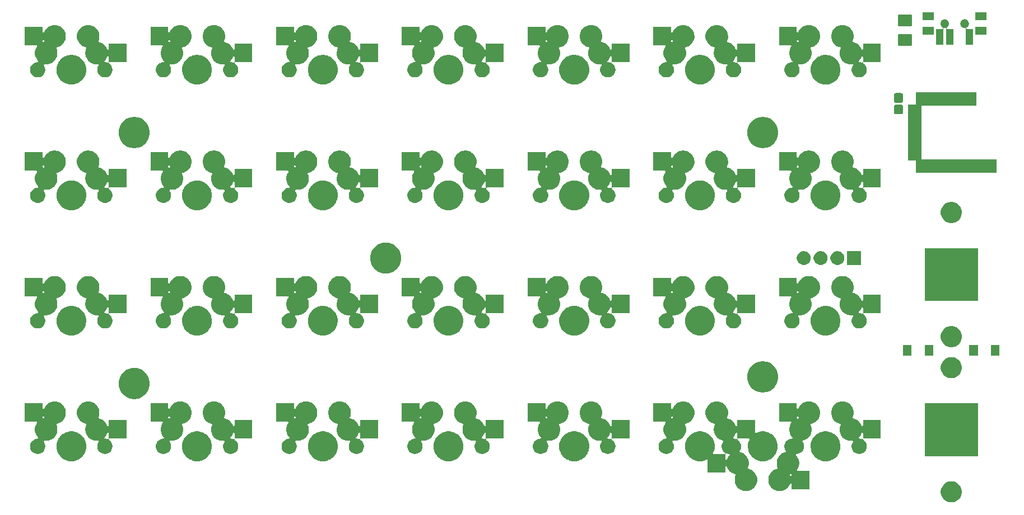
<source format=gts>
G04 #@! TF.GenerationSoftware,KiCad,Pcbnew,(5.1.6)-1*
G04 #@! TF.CreationDate,2020-05-31T11:49:10+09:00*
G04 #@! TF.ProjectId,7x4x2-pcb,37783478-322d-4706-9362-2e6b69636164,rev?*
G04 #@! TF.SameCoordinates,PX2faf080PY2faf080*
G04 #@! TF.FileFunction,Soldermask,Top*
G04 #@! TF.FilePolarity,Negative*
%FSLAX46Y46*%
G04 Gerber Fmt 4.6, Leading zero omitted, Abs format (unit mm)*
G04 Created by KiCad (PCBNEW (5.1.6)-1) date 2020-05-31 11:49:10*
%MOMM*%
%LPD*%
G01*
G04 APERTURE LIST*
%ADD10C,0.100000*%
G04 APERTURE END LIST*
D10*
G36*
X145367704Y-97717007D02*
G01*
X145658884Y-97837618D01*
X145920941Y-98012719D01*
X146143803Y-98235581D01*
X146318904Y-98497638D01*
X146439515Y-98788818D01*
X146501001Y-99097933D01*
X146501001Y-99413109D01*
X146439515Y-99722224D01*
X146318904Y-100013404D01*
X146143803Y-100275461D01*
X145920941Y-100498323D01*
X145658884Y-100673424D01*
X145367704Y-100794035D01*
X145058589Y-100855521D01*
X144743413Y-100855521D01*
X144434298Y-100794035D01*
X144143118Y-100673424D01*
X143881061Y-100498323D01*
X143658199Y-100275461D01*
X143483098Y-100013404D01*
X143362487Y-99722224D01*
X143301001Y-99413109D01*
X143301001Y-99097933D01*
X143362487Y-98788818D01*
X143483098Y-98497638D01*
X143658199Y-98235581D01*
X143881061Y-98012719D01*
X144143118Y-97837618D01*
X144434298Y-97717007D01*
X144743413Y-97655521D01*
X145058589Y-97655521D01*
X145367704Y-97717007D01*
G37*
G36*
X123692654Y-85608186D02*
G01*
X123856873Y-85640851D01*
X124166253Y-85769000D01*
X124444688Y-85955044D01*
X124681478Y-86191834D01*
X124867522Y-86470269D01*
X124995671Y-86779649D01*
X125061001Y-87108086D01*
X125061001Y-87442956D01*
X124995671Y-87771393D01*
X124867522Y-88080773D01*
X124681478Y-88359208D01*
X124444688Y-88595998D01*
X124166253Y-88782042D01*
X123856873Y-88910191D01*
X123757288Y-88930000D01*
X123728349Y-88935756D01*
X123704901Y-88942869D01*
X123683290Y-88954420D01*
X123664348Y-88969966D01*
X123648803Y-88988908D01*
X123637252Y-89010518D01*
X123630139Y-89033967D01*
X123627737Y-89058353D01*
X123630139Y-89082740D01*
X123637250Y-89106181D01*
X123725671Y-89319649D01*
X123725671Y-89319651D01*
X123791001Y-89648083D01*
X123791001Y-89982956D01*
X123725671Y-90311393D01*
X123597522Y-90620773D01*
X123411478Y-90899208D01*
X123174688Y-91135998D01*
X122896253Y-91322042D01*
X122586873Y-91450191D01*
X122481093Y-91471232D01*
X122457647Y-91478344D01*
X122436036Y-91489895D01*
X122417094Y-91505440D01*
X122401549Y-91524382D01*
X122389998Y-91545993D01*
X122382885Y-91569442D01*
X122380483Y-91593828D01*
X122382885Y-91618214D01*
X122389998Y-91641663D01*
X122401549Y-91663273D01*
X122500117Y-91810791D01*
X122500117Y-91810792D01*
X122586807Y-92020078D01*
X122631001Y-92242256D01*
X122631001Y-92468786D01*
X122586807Y-92690964D01*
X122500117Y-92900250D01*
X122374264Y-93088603D01*
X122214083Y-93248784D01*
X122025730Y-93374637D01*
X121816444Y-93461327D01*
X121722729Y-93479968D01*
X121594267Y-93505521D01*
X121526938Y-93505521D01*
X121502552Y-93507923D01*
X121479103Y-93515036D01*
X121457492Y-93526587D01*
X121438550Y-93542132D01*
X121423005Y-93561074D01*
X121411454Y-93582685D01*
X121404341Y-93606134D01*
X121401939Y-93630520D01*
X121404341Y-93654906D01*
X121411454Y-93678355D01*
X121423005Y-93699966D01*
X121438541Y-93718897D01*
X121531478Y-93811834D01*
X121717522Y-94090269D01*
X121845671Y-94399649D01*
X121869422Y-94519055D01*
X121911001Y-94728084D01*
X121911001Y-95062958D01*
X121878336Y-95227175D01*
X121845671Y-95391393D01*
X121717522Y-95700773D01*
X121597040Y-95881088D01*
X121585495Y-95902687D01*
X121578382Y-95926136D01*
X121575980Y-95950522D01*
X121578382Y-95974908D01*
X121585495Y-95998357D01*
X121597046Y-96019968D01*
X121612591Y-96038910D01*
X121631533Y-96054455D01*
X121653144Y-96066006D01*
X121676593Y-96073119D01*
X121700979Y-96075521D01*
X123451001Y-96075521D01*
X123451001Y-98875521D01*
X120751001Y-98875521D01*
X120751001Y-98136520D01*
X120748599Y-98112134D01*
X120741486Y-98088685D01*
X120729935Y-98067074D01*
X120714390Y-98048132D01*
X120695448Y-98032587D01*
X120673837Y-98021036D01*
X120650388Y-98013923D01*
X120626002Y-98011521D01*
X120601616Y-98013923D01*
X120578167Y-98021036D01*
X120556556Y-98032587D01*
X120537614Y-98048132D01*
X120522069Y-98067074D01*
X120510521Y-98088679D01*
X120447522Y-98240773D01*
X120261478Y-98519208D01*
X120024688Y-98755998D01*
X119746253Y-98942042D01*
X119436873Y-99070191D01*
X119297404Y-99097933D01*
X119108438Y-99135521D01*
X118773564Y-99135521D01*
X118584598Y-99097933D01*
X118445129Y-99070191D01*
X118135749Y-98942042D01*
X117857314Y-98755998D01*
X117620524Y-98519208D01*
X117434480Y-98240773D01*
X117306331Y-97931393D01*
X117241001Y-97602956D01*
X117241001Y-97268086D01*
X117306331Y-96939649D01*
X117414562Y-96678354D01*
X120477737Y-96678354D01*
X120480139Y-96702740D01*
X120487250Y-96726181D01*
X120510521Y-96782363D01*
X120522069Y-96803968D01*
X120537614Y-96822910D01*
X120556556Y-96838455D01*
X120578167Y-96850006D01*
X120601616Y-96857119D01*
X120626002Y-96859521D01*
X120650388Y-96857119D01*
X120673837Y-96850006D01*
X120695448Y-96838455D01*
X120714390Y-96822910D01*
X120729935Y-96803968D01*
X120741486Y-96782357D01*
X120748599Y-96758908D01*
X120751001Y-96734522D01*
X120751001Y-96673725D01*
X120748599Y-96649339D01*
X120741486Y-96625890D01*
X120729935Y-96604279D01*
X120714390Y-96585337D01*
X120695448Y-96569792D01*
X120673837Y-96558241D01*
X120650388Y-96551128D01*
X120626002Y-96548726D01*
X120601615Y-96551128D01*
X120578349Y-96555756D01*
X120554900Y-96562869D01*
X120533290Y-96574420D01*
X120514348Y-96589966D01*
X120498803Y-96608908D01*
X120487252Y-96630518D01*
X120480139Y-96653967D01*
X120477737Y-96678354D01*
X117414562Y-96678354D01*
X117434480Y-96630269D01*
X117620524Y-96351834D01*
X117857314Y-96115044D01*
X118135749Y-95929000D01*
X118445129Y-95800851D01*
X118573652Y-95775286D01*
X118597101Y-95768173D01*
X118618712Y-95756622D01*
X118637654Y-95741076D01*
X118653199Y-95722134D01*
X118664750Y-95700524D01*
X118671863Y-95677075D01*
X118674265Y-95652689D01*
X118671863Y-95628302D01*
X118664752Y-95604861D01*
X118576331Y-95391393D01*
X118543666Y-95227175D01*
X118511001Y-95062958D01*
X118511001Y-94728084D01*
X118552580Y-94519055D01*
X118576331Y-94399649D01*
X118704480Y-94090269D01*
X118890524Y-93811834D01*
X119127314Y-93575044D01*
X119405749Y-93389000D01*
X119715129Y-93260851D01*
X119820909Y-93239810D01*
X119844355Y-93232698D01*
X119865966Y-93221147D01*
X119884908Y-93205602D01*
X119900453Y-93186660D01*
X119912004Y-93165049D01*
X119919117Y-93141600D01*
X119921519Y-93117214D01*
X119919117Y-93092828D01*
X119912004Y-93069379D01*
X119900453Y-93047769D01*
X119801885Y-92900251D01*
X119772988Y-92830488D01*
X119715195Y-92690964D01*
X119671001Y-92468786D01*
X119671001Y-92242256D01*
X119715195Y-92020078D01*
X119801885Y-91810792D01*
X119927738Y-91622439D01*
X120087919Y-91462258D01*
X120276272Y-91336405D01*
X120485558Y-91249715D01*
X120674500Y-91212132D01*
X120707735Y-91205521D01*
X120775064Y-91205521D01*
X120799450Y-91203119D01*
X120822899Y-91196006D01*
X120844510Y-91184455D01*
X120863452Y-91168910D01*
X120878997Y-91149968D01*
X120890548Y-91128357D01*
X120897661Y-91104908D01*
X120900063Y-91080522D01*
X120897661Y-91056136D01*
X120890548Y-91032687D01*
X120878997Y-91011076D01*
X120863461Y-90992145D01*
X120770524Y-90899208D01*
X120584480Y-90620773D01*
X120456331Y-90311393D01*
X120391001Y-89982956D01*
X120391001Y-89648086D01*
X120391002Y-89648083D01*
X120456331Y-89319651D01*
X120456331Y-89319649D01*
X120584480Y-89010269D01*
X120704962Y-88829954D01*
X120716507Y-88808355D01*
X120723620Y-88784906D01*
X120726022Y-88760520D01*
X120723620Y-88736134D01*
X120716507Y-88712685D01*
X120704956Y-88691074D01*
X120689411Y-88672132D01*
X120670469Y-88656587D01*
X120648858Y-88645036D01*
X120625409Y-88637923D01*
X120601023Y-88635521D01*
X118851001Y-88635521D01*
X118851001Y-87976520D01*
X121551001Y-87976520D01*
X121551001Y-88037317D01*
X121553403Y-88061703D01*
X121560516Y-88085152D01*
X121572067Y-88106763D01*
X121587612Y-88125705D01*
X121606554Y-88141250D01*
X121628165Y-88152801D01*
X121651614Y-88159914D01*
X121676000Y-88162316D01*
X121700387Y-88159914D01*
X121723653Y-88155286D01*
X121747102Y-88148173D01*
X121768712Y-88136622D01*
X121787654Y-88121076D01*
X121803199Y-88102134D01*
X121814750Y-88080524D01*
X121821863Y-88057075D01*
X121824265Y-88032688D01*
X121821863Y-88008302D01*
X121814752Y-87984861D01*
X121791481Y-87928679D01*
X121779933Y-87907074D01*
X121764388Y-87888132D01*
X121745446Y-87872587D01*
X121723835Y-87861036D01*
X121700386Y-87853923D01*
X121676000Y-87851521D01*
X121651614Y-87853923D01*
X121628165Y-87861036D01*
X121606554Y-87872587D01*
X121587612Y-87888132D01*
X121572067Y-87907074D01*
X121560516Y-87928685D01*
X121553403Y-87952134D01*
X121551001Y-87976520D01*
X118851001Y-87976520D01*
X118851001Y-85835521D01*
X121551001Y-85835521D01*
X121551001Y-86574522D01*
X121553403Y-86598908D01*
X121560516Y-86622357D01*
X121572067Y-86643968D01*
X121587612Y-86662910D01*
X121606554Y-86678455D01*
X121628165Y-86690006D01*
X121651614Y-86697119D01*
X121676000Y-86699521D01*
X121700386Y-86697119D01*
X121723835Y-86690006D01*
X121745446Y-86678455D01*
X121764388Y-86662910D01*
X121779933Y-86643968D01*
X121791481Y-86622363D01*
X121854480Y-86470269D01*
X122040524Y-86191834D01*
X122277314Y-85955044D01*
X122555749Y-85769000D01*
X122865129Y-85640851D01*
X123029348Y-85608186D01*
X123193564Y-85575521D01*
X123528438Y-85575521D01*
X123692654Y-85608186D01*
G37*
G36*
X109772654Y-85608186D02*
G01*
X109936873Y-85640851D01*
X110246253Y-85769000D01*
X110524688Y-85955044D01*
X110761478Y-86191834D01*
X110947522Y-86470269D01*
X111075671Y-86779649D01*
X111141001Y-87108086D01*
X111141001Y-87442956D01*
X111075671Y-87771393D01*
X110987249Y-87984864D01*
X110980139Y-88008302D01*
X110977737Y-88032688D01*
X110980139Y-88057074D01*
X110987252Y-88080523D01*
X110998803Y-88102134D01*
X111014348Y-88121076D01*
X111033290Y-88136621D01*
X111054901Y-88148172D01*
X111078350Y-88155285D01*
X111206873Y-88180850D01*
X111516253Y-88308999D01*
X111794688Y-88495043D01*
X112031478Y-88731833D01*
X112217522Y-89010268D01*
X112310522Y-89234790D01*
X112322069Y-89256394D01*
X112337614Y-89275336D01*
X112356556Y-89290881D01*
X112378167Y-89302432D01*
X112401616Y-89309545D01*
X112426002Y-89311947D01*
X112450388Y-89309545D01*
X112473837Y-89302432D01*
X112495448Y-89290881D01*
X112514390Y-89275336D01*
X112529935Y-89256394D01*
X112541486Y-89234783D01*
X112548599Y-89211334D01*
X112551001Y-89186948D01*
X112551001Y-88375521D01*
X115251001Y-88375521D01*
X115251001Y-90209410D01*
X115253403Y-90233796D01*
X115260516Y-90257245D01*
X115272067Y-90278856D01*
X115287612Y-90297798D01*
X115306554Y-90313343D01*
X115328165Y-90324894D01*
X115351614Y-90332007D01*
X115376000Y-90334409D01*
X115400386Y-90332007D01*
X115423835Y-90324894D01*
X115437840Y-90319093D01*
X115744700Y-90191987D01*
X116179394Y-90105521D01*
X116622608Y-90105521D01*
X117057302Y-90191987D01*
X117214848Y-90257245D01*
X117401139Y-90334409D01*
X117466776Y-90361597D01*
X117835293Y-90607832D01*
X118148690Y-90921229D01*
X118390013Y-91282395D01*
X118394926Y-91289748D01*
X118414252Y-91336405D01*
X118556750Y-91680425D01*
X118564535Y-91699221D01*
X118651001Y-92133914D01*
X118651001Y-92577128D01*
X118607768Y-92794474D01*
X118564535Y-93011822D01*
X118470099Y-93239811D01*
X118408303Y-93389000D01*
X118394925Y-93421296D01*
X118148690Y-93789813D01*
X117835293Y-94103210D01*
X117466776Y-94349445D01*
X117466775Y-94349446D01*
X117466774Y-94349446D01*
X117350281Y-94397699D01*
X117057302Y-94519055D01*
X116622608Y-94605521D01*
X116179394Y-94605521D01*
X115744700Y-94519055D01*
X115451721Y-94397699D01*
X115335228Y-94349446D01*
X115335227Y-94349446D01*
X115335226Y-94349445D01*
X114966709Y-94103210D01*
X114653312Y-93789813D01*
X114407077Y-93421296D01*
X114393700Y-93389000D01*
X114331903Y-93239811D01*
X114237467Y-93011822D01*
X114194234Y-92794474D01*
X114151001Y-92577128D01*
X114151001Y-92133914D01*
X114237467Y-91699221D01*
X114245253Y-91680425D01*
X114359564Y-91404453D01*
X114382800Y-91348355D01*
X114389913Y-91324906D01*
X114392315Y-91300520D01*
X114389913Y-91276134D01*
X114382800Y-91252685D01*
X114371249Y-91231074D01*
X114355704Y-91212132D01*
X114336762Y-91196587D01*
X114315151Y-91185036D01*
X114291702Y-91177923D01*
X114267316Y-91175521D01*
X112697017Y-91175521D01*
X112672631Y-91177923D01*
X112649182Y-91185036D01*
X112627571Y-91196587D01*
X112608629Y-91212132D01*
X112593084Y-91231074D01*
X112581533Y-91252685D01*
X112574420Y-91276134D01*
X112572018Y-91300520D01*
X112574420Y-91324906D01*
X112581533Y-91348355D01*
X112593084Y-91369966D01*
X112608629Y-91388908D01*
X112627569Y-91404452D01*
X112714083Y-91462258D01*
X112874264Y-91622439D01*
X113000117Y-91810792D01*
X113086807Y-92020078D01*
X113131001Y-92242256D01*
X113131001Y-92468786D01*
X113086807Y-92690964D01*
X113014991Y-92864342D01*
X113000118Y-92900248D01*
X112901548Y-93047769D01*
X112889997Y-93069380D01*
X112882884Y-93092829D01*
X112880482Y-93117215D01*
X112882884Y-93141601D01*
X112889997Y-93165050D01*
X112901548Y-93186661D01*
X112917093Y-93205603D01*
X112936035Y-93221148D01*
X112957646Y-93232699D01*
X112981090Y-93239811D01*
X113086873Y-93260852D01*
X113396253Y-93389001D01*
X113674688Y-93575045D01*
X113911478Y-93811835D01*
X114097522Y-94090270D01*
X114225671Y-94399650D01*
X114236441Y-94453797D01*
X114291001Y-94728084D01*
X114291001Y-95062957D01*
X114225671Y-95391394D01*
X114137249Y-95604865D01*
X114130139Y-95628303D01*
X114127737Y-95652689D01*
X114130139Y-95677075D01*
X114137252Y-95700524D01*
X114148803Y-95722135D01*
X114164348Y-95741077D01*
X114183290Y-95756622D01*
X114204901Y-95768173D01*
X114228350Y-95775286D01*
X114356873Y-95800851D01*
X114666253Y-95929000D01*
X114944688Y-96115044D01*
X115181478Y-96351834D01*
X115367522Y-96630269D01*
X115495671Y-96939649D01*
X115561001Y-97268086D01*
X115561001Y-97602956D01*
X115495671Y-97931393D01*
X115367522Y-98240773D01*
X115181478Y-98519208D01*
X114944688Y-98755998D01*
X114666253Y-98942042D01*
X114356873Y-99070191D01*
X114217404Y-99097933D01*
X114028438Y-99135521D01*
X113693564Y-99135521D01*
X113504598Y-99097933D01*
X113365129Y-99070191D01*
X113055749Y-98942042D01*
X112777314Y-98755998D01*
X112540524Y-98519208D01*
X112354480Y-98240773D01*
X112226331Y-97931393D01*
X112161001Y-97602956D01*
X112161001Y-97268086D01*
X112226331Y-96939649D01*
X112314753Y-96726178D01*
X112321863Y-96702740D01*
X112324265Y-96678354D01*
X112321863Y-96653968D01*
X112314750Y-96630519D01*
X112303199Y-96608908D01*
X112287654Y-96589966D01*
X112268712Y-96574421D01*
X112247101Y-96562870D01*
X112223653Y-96555757D01*
X112188306Y-96548726D01*
X112095129Y-96530192D01*
X111785749Y-96402043D01*
X111507314Y-96215999D01*
X111270524Y-95979209D01*
X111084480Y-95700774D01*
X110991480Y-95476252D01*
X110979933Y-95454648D01*
X110964388Y-95435706D01*
X110945446Y-95420161D01*
X110923835Y-95408610D01*
X110900386Y-95401497D01*
X110876000Y-95399095D01*
X110851614Y-95401497D01*
X110828165Y-95408610D01*
X110806554Y-95420161D01*
X110787612Y-95435706D01*
X110772067Y-95454648D01*
X110760516Y-95476259D01*
X110753403Y-95499708D01*
X110751001Y-95524094D01*
X110751001Y-96335521D01*
X108051001Y-96335521D01*
X108051001Y-94501632D01*
X108048599Y-94477246D01*
X108041486Y-94453797D01*
X108029935Y-94432186D01*
X108014390Y-94413244D01*
X107995448Y-94397699D01*
X107973837Y-94386148D01*
X107950388Y-94379035D01*
X107926002Y-94376633D01*
X107901616Y-94379035D01*
X107878168Y-94386148D01*
X107557302Y-94519055D01*
X107122608Y-94605521D01*
X106679394Y-94605521D01*
X106244700Y-94519055D01*
X105951721Y-94397699D01*
X105835228Y-94349446D01*
X105835227Y-94349446D01*
X105835226Y-94349445D01*
X105466709Y-94103210D01*
X105153312Y-93789813D01*
X104993906Y-93551244D01*
X110751001Y-93551244D01*
X110751001Y-94266950D01*
X110753403Y-94291336D01*
X110760516Y-94314785D01*
X110772067Y-94336396D01*
X110787612Y-94355338D01*
X110806554Y-94370883D01*
X110828165Y-94382434D01*
X110851614Y-94389547D01*
X110876000Y-94391949D01*
X110900386Y-94389547D01*
X110923835Y-94382434D01*
X110945446Y-94370883D01*
X110964388Y-94355338D01*
X110979933Y-94336396D01*
X110991480Y-94314792D01*
X111084480Y-94090270D01*
X111270524Y-93811835D01*
X111363462Y-93718897D01*
X111378998Y-93699966D01*
X111390549Y-93678355D01*
X111397662Y-93654906D01*
X111400064Y-93630520D01*
X111397662Y-93606134D01*
X111390549Y-93582685D01*
X111378998Y-93561074D01*
X111363453Y-93542132D01*
X111344511Y-93526587D01*
X111322900Y-93515036D01*
X111299451Y-93507923D01*
X111275065Y-93505521D01*
X111207735Y-93505521D01*
X111079273Y-93479968D01*
X110985558Y-93461327D01*
X110923833Y-93435759D01*
X110900386Y-93428647D01*
X110876000Y-93426245D01*
X110851614Y-93428647D01*
X110828165Y-93435760D01*
X110806554Y-93447311D01*
X110787612Y-93462857D01*
X110772067Y-93481798D01*
X110760516Y-93503409D01*
X110753403Y-93526858D01*
X110751001Y-93551244D01*
X104993906Y-93551244D01*
X104907077Y-93421296D01*
X104893700Y-93389000D01*
X104831903Y-93239811D01*
X104737467Y-93011822D01*
X104651001Y-92577128D01*
X104651001Y-92133914D01*
X104737467Y-91699221D01*
X104745253Y-91680425D01*
X104887750Y-91336405D01*
X104907076Y-91289748D01*
X104911989Y-91282395D01*
X105153312Y-90921229D01*
X105466709Y-90607832D01*
X105835226Y-90361597D01*
X105900864Y-90334409D01*
X106087154Y-90257245D01*
X106244700Y-90191987D01*
X106679394Y-90105521D01*
X107122608Y-90105521D01*
X107557302Y-90191987D01*
X107714848Y-90257245D01*
X107901139Y-90334409D01*
X107966776Y-90361597D01*
X108335293Y-90607832D01*
X108648690Y-90921229D01*
X108890013Y-91282395D01*
X108894926Y-91289748D01*
X108914252Y-91336405D01*
X109056750Y-91680425D01*
X109064535Y-91699221D01*
X109151001Y-92133914D01*
X109151001Y-92577128D01*
X109107768Y-92794474D01*
X109064535Y-93011822D01*
X109020880Y-93117214D01*
X108919202Y-93362687D01*
X108912089Y-93386136D01*
X108909687Y-93410522D01*
X108912089Y-93434908D01*
X108919202Y-93458357D01*
X108930753Y-93479968D01*
X108946298Y-93498910D01*
X108965240Y-93514455D01*
X108986851Y-93526006D01*
X109010300Y-93533119D01*
X109034686Y-93535521D01*
X110604985Y-93535521D01*
X110629371Y-93533119D01*
X110652820Y-93526006D01*
X110674431Y-93514455D01*
X110693373Y-93498910D01*
X110708918Y-93479968D01*
X110720469Y-93458357D01*
X110727582Y-93434908D01*
X110729984Y-93410522D01*
X110727582Y-93386136D01*
X110720469Y-93362687D01*
X110708918Y-93341076D01*
X110693373Y-93322134D01*
X110674431Y-93306589D01*
X110587919Y-93248784D01*
X110427738Y-93088603D01*
X110301885Y-92900250D01*
X110215195Y-92690964D01*
X110171001Y-92468786D01*
X110171001Y-92242256D01*
X110215195Y-92020078D01*
X110301885Y-91810792D01*
X110400455Y-91663271D01*
X110412005Y-91641662D01*
X110419118Y-91618213D01*
X110421520Y-91593827D01*
X110419118Y-91569441D01*
X110412005Y-91545992D01*
X110400454Y-91524381D01*
X110384909Y-91505439D01*
X110365967Y-91489894D01*
X110344356Y-91478343D01*
X110320912Y-91471231D01*
X110215129Y-91450190D01*
X109905749Y-91322041D01*
X109627314Y-91135997D01*
X109571839Y-91080522D01*
X111901938Y-91080522D01*
X111904340Y-91104908D01*
X111911453Y-91128357D01*
X111923004Y-91149968D01*
X111938549Y-91168910D01*
X111957491Y-91184455D01*
X111979102Y-91196006D01*
X112002551Y-91203119D01*
X112026937Y-91205521D01*
X112094267Y-91205521D01*
X112127502Y-91212132D01*
X112316444Y-91249715D01*
X112378169Y-91275283D01*
X112401616Y-91282395D01*
X112426002Y-91284797D01*
X112450388Y-91282395D01*
X112473837Y-91275282D01*
X112495448Y-91263731D01*
X112514390Y-91248185D01*
X112529935Y-91229244D01*
X112541486Y-91207633D01*
X112548599Y-91184184D01*
X112551001Y-91159798D01*
X112551001Y-90444092D01*
X112548599Y-90419706D01*
X112541486Y-90396257D01*
X112529935Y-90374646D01*
X112514390Y-90355704D01*
X112495448Y-90340159D01*
X112473837Y-90328608D01*
X112450388Y-90321495D01*
X112426002Y-90319093D01*
X112401616Y-90321495D01*
X112378167Y-90328608D01*
X112356556Y-90340159D01*
X112337614Y-90355704D01*
X112322069Y-90374646D01*
X112310522Y-90396250D01*
X112217522Y-90620772D01*
X112031478Y-90899207D01*
X111938540Y-90992145D01*
X111923004Y-91011076D01*
X111911453Y-91032687D01*
X111904340Y-91056136D01*
X111901938Y-91080522D01*
X109571839Y-91080522D01*
X109390524Y-90899207D01*
X109204480Y-90620772D01*
X109076331Y-90311392D01*
X109035381Y-90105521D01*
X109011001Y-89982957D01*
X109011001Y-89648083D01*
X109043666Y-89483867D01*
X109076331Y-89319648D01*
X109164753Y-89106177D01*
X109171863Y-89082739D01*
X109174265Y-89058353D01*
X109171863Y-89033967D01*
X109164750Y-89010518D01*
X109153199Y-88988907D01*
X109137654Y-88969965D01*
X109118712Y-88954420D01*
X109097101Y-88942869D01*
X109073653Y-88935756D01*
X109044714Y-88930000D01*
X108945129Y-88910191D01*
X108635749Y-88782042D01*
X108357314Y-88595998D01*
X108120524Y-88359208D01*
X107934480Y-88080773D01*
X107806331Y-87771393D01*
X107741001Y-87442956D01*
X107741001Y-87108086D01*
X107806331Y-86779649D01*
X107934480Y-86470269D01*
X108120524Y-86191834D01*
X108357314Y-85955044D01*
X108635749Y-85769000D01*
X108945129Y-85640851D01*
X109109348Y-85608186D01*
X109273564Y-85575521D01*
X109608438Y-85575521D01*
X109772654Y-85608186D01*
G37*
G36*
X31557302Y-90191987D02*
G01*
X31714848Y-90257245D01*
X31901139Y-90334409D01*
X31966776Y-90361597D01*
X32335293Y-90607832D01*
X32648690Y-90921229D01*
X32890013Y-91282395D01*
X32894926Y-91289748D01*
X32914252Y-91336405D01*
X33056750Y-91680425D01*
X33064535Y-91699221D01*
X33151001Y-92133914D01*
X33151001Y-92577128D01*
X33064535Y-93011822D01*
X32970099Y-93239811D01*
X32908303Y-93389000D01*
X32894925Y-93421296D01*
X32648690Y-93789813D01*
X32335293Y-94103210D01*
X31966776Y-94349445D01*
X31966775Y-94349446D01*
X31966774Y-94349446D01*
X31850281Y-94397699D01*
X31557302Y-94519055D01*
X31122608Y-94605521D01*
X30679394Y-94605521D01*
X30244700Y-94519055D01*
X29951721Y-94397699D01*
X29835228Y-94349446D01*
X29835227Y-94349446D01*
X29835226Y-94349445D01*
X29466709Y-94103210D01*
X29153312Y-93789813D01*
X28907077Y-93421296D01*
X28893700Y-93389000D01*
X28831903Y-93239811D01*
X28737467Y-93011822D01*
X28651001Y-92577128D01*
X28651001Y-92133914D01*
X28737467Y-91699221D01*
X28745253Y-91680425D01*
X28887750Y-91336405D01*
X28907076Y-91289748D01*
X28911989Y-91282395D01*
X29153312Y-90921229D01*
X29466709Y-90607832D01*
X29835226Y-90361597D01*
X29900864Y-90334409D01*
X30087154Y-90257245D01*
X30244700Y-90191987D01*
X30679394Y-90105521D01*
X31122608Y-90105521D01*
X31557302Y-90191987D01*
G37*
G36*
X69557302Y-90191987D02*
G01*
X69714848Y-90257245D01*
X69901139Y-90334409D01*
X69966776Y-90361597D01*
X70335293Y-90607832D01*
X70648690Y-90921229D01*
X70890013Y-91282395D01*
X70894926Y-91289748D01*
X70914252Y-91336405D01*
X71056750Y-91680425D01*
X71064535Y-91699221D01*
X71151001Y-92133914D01*
X71151001Y-92577128D01*
X71107768Y-92794474D01*
X71064535Y-93011822D01*
X70970099Y-93239811D01*
X70908303Y-93389000D01*
X70894925Y-93421296D01*
X70648690Y-93789813D01*
X70335293Y-94103210D01*
X69966776Y-94349445D01*
X69966775Y-94349446D01*
X69966774Y-94349446D01*
X69850281Y-94397699D01*
X69557302Y-94519055D01*
X69122608Y-94605521D01*
X68679394Y-94605521D01*
X68244700Y-94519055D01*
X67951721Y-94397699D01*
X67835228Y-94349446D01*
X67835227Y-94349446D01*
X67835226Y-94349445D01*
X67466709Y-94103210D01*
X67153312Y-93789813D01*
X66907077Y-93421296D01*
X66893700Y-93389000D01*
X66831903Y-93239811D01*
X66737467Y-93011822D01*
X66651001Y-92577128D01*
X66651001Y-92133914D01*
X66737467Y-91699221D01*
X66745253Y-91680425D01*
X66887750Y-91336405D01*
X66907076Y-91289748D01*
X66911989Y-91282395D01*
X67153312Y-90921229D01*
X67466709Y-90607832D01*
X67835226Y-90361597D01*
X67900864Y-90334409D01*
X68087154Y-90257245D01*
X68244700Y-90191987D01*
X68679394Y-90105521D01*
X69122608Y-90105521D01*
X69557302Y-90191987D01*
G37*
G36*
X88557302Y-90191987D02*
G01*
X88714848Y-90257245D01*
X88901139Y-90334409D01*
X88966776Y-90361597D01*
X89335293Y-90607832D01*
X89648690Y-90921229D01*
X89890013Y-91282395D01*
X89894926Y-91289748D01*
X89914252Y-91336405D01*
X90056750Y-91680425D01*
X90064535Y-91699221D01*
X90151001Y-92133914D01*
X90151001Y-92577128D01*
X90107768Y-92794474D01*
X90064535Y-93011822D01*
X89970099Y-93239811D01*
X89908303Y-93389000D01*
X89894925Y-93421296D01*
X89648690Y-93789813D01*
X89335293Y-94103210D01*
X88966776Y-94349445D01*
X88966775Y-94349446D01*
X88966774Y-94349446D01*
X88850281Y-94397699D01*
X88557302Y-94519055D01*
X88122608Y-94605521D01*
X87679394Y-94605521D01*
X87244700Y-94519055D01*
X86951721Y-94397699D01*
X86835228Y-94349446D01*
X86835227Y-94349446D01*
X86835226Y-94349445D01*
X86466709Y-94103210D01*
X86153312Y-93789813D01*
X85907077Y-93421296D01*
X85893700Y-93389000D01*
X85831903Y-93239811D01*
X85737467Y-93011822D01*
X85651001Y-92577128D01*
X85651001Y-92133914D01*
X85737467Y-91699221D01*
X85745253Y-91680425D01*
X85887750Y-91336405D01*
X85907076Y-91289748D01*
X85911989Y-91282395D01*
X86153312Y-90921229D01*
X86466709Y-90607832D01*
X86835226Y-90361597D01*
X86900864Y-90334409D01*
X87087154Y-90257245D01*
X87244700Y-90191987D01*
X87679394Y-90105521D01*
X88122608Y-90105521D01*
X88557302Y-90191987D01*
G37*
G36*
X50557302Y-90191987D02*
G01*
X50714848Y-90257245D01*
X50901139Y-90334409D01*
X50966776Y-90361597D01*
X51335293Y-90607832D01*
X51648690Y-90921229D01*
X51890013Y-91282395D01*
X51894926Y-91289748D01*
X51914252Y-91336405D01*
X52056750Y-91680425D01*
X52064535Y-91699221D01*
X52151001Y-92133914D01*
X52151001Y-92577128D01*
X52064535Y-93011822D01*
X51970099Y-93239811D01*
X51908303Y-93389000D01*
X51894925Y-93421296D01*
X51648690Y-93789813D01*
X51335293Y-94103210D01*
X50966776Y-94349445D01*
X50966775Y-94349446D01*
X50966774Y-94349446D01*
X50850281Y-94397699D01*
X50557302Y-94519055D01*
X50122608Y-94605521D01*
X49679394Y-94605521D01*
X49244700Y-94519055D01*
X48951721Y-94397699D01*
X48835228Y-94349446D01*
X48835227Y-94349446D01*
X48835226Y-94349445D01*
X48466709Y-94103210D01*
X48153312Y-93789813D01*
X47907077Y-93421296D01*
X47893700Y-93389000D01*
X47831903Y-93239811D01*
X47737467Y-93011822D01*
X47651001Y-92577128D01*
X47651001Y-92133914D01*
X47737467Y-91699221D01*
X47745253Y-91680425D01*
X47887750Y-91336405D01*
X47907076Y-91289748D01*
X47911989Y-91282395D01*
X48153312Y-90921229D01*
X48466709Y-90607832D01*
X48835226Y-90361597D01*
X48900864Y-90334409D01*
X49087154Y-90257245D01*
X49244700Y-90191987D01*
X49679394Y-90105521D01*
X50122608Y-90105521D01*
X50557302Y-90191987D01*
G37*
G36*
X12557302Y-90191987D02*
G01*
X12714848Y-90257245D01*
X12901139Y-90334409D01*
X12966776Y-90361597D01*
X13335293Y-90607832D01*
X13648690Y-90921229D01*
X13890013Y-91282395D01*
X13894926Y-91289748D01*
X13914252Y-91336405D01*
X14056750Y-91680425D01*
X14064535Y-91699221D01*
X14151001Y-92133914D01*
X14151001Y-92577128D01*
X14064535Y-93011822D01*
X13970099Y-93239811D01*
X13908303Y-93389000D01*
X13894925Y-93421296D01*
X13648690Y-93789813D01*
X13335293Y-94103210D01*
X12966776Y-94349445D01*
X12966775Y-94349446D01*
X12966774Y-94349446D01*
X12850281Y-94397699D01*
X12557302Y-94519055D01*
X12122608Y-94605521D01*
X11679394Y-94605521D01*
X11244700Y-94519055D01*
X10951721Y-94397699D01*
X10835228Y-94349446D01*
X10835227Y-94349446D01*
X10835226Y-94349445D01*
X10466709Y-94103210D01*
X10153312Y-93789813D01*
X9907077Y-93421296D01*
X9893700Y-93389000D01*
X9831903Y-93239811D01*
X9737467Y-93011822D01*
X9651001Y-92577128D01*
X9651001Y-92133914D01*
X9737467Y-91699221D01*
X9745253Y-91680425D01*
X9887750Y-91336405D01*
X9907076Y-91289748D01*
X9911989Y-91282395D01*
X10153312Y-90921229D01*
X10466709Y-90607832D01*
X10835226Y-90361597D01*
X10900864Y-90334409D01*
X11087154Y-90257245D01*
X11244700Y-90191987D01*
X11679394Y-90105521D01*
X12122608Y-90105521D01*
X12557302Y-90191987D01*
G37*
G36*
X126557302Y-90191987D02*
G01*
X126714848Y-90257245D01*
X126901139Y-90334409D01*
X126966776Y-90361597D01*
X127335293Y-90607832D01*
X127648690Y-90921229D01*
X127890013Y-91282395D01*
X127894926Y-91289748D01*
X127914252Y-91336405D01*
X128056750Y-91680425D01*
X128064535Y-91699221D01*
X128151001Y-92133914D01*
X128151001Y-92577128D01*
X128107768Y-92794474D01*
X128064535Y-93011822D01*
X127970099Y-93239811D01*
X127908303Y-93389000D01*
X127894925Y-93421296D01*
X127648690Y-93789813D01*
X127335293Y-94103210D01*
X126966776Y-94349445D01*
X126966775Y-94349446D01*
X126966774Y-94349446D01*
X126850281Y-94397699D01*
X126557302Y-94519055D01*
X126122608Y-94605521D01*
X125679394Y-94605521D01*
X125244700Y-94519055D01*
X124951721Y-94397699D01*
X124835228Y-94349446D01*
X124835227Y-94349446D01*
X124835226Y-94349445D01*
X124466709Y-94103210D01*
X124153312Y-93789813D01*
X123907077Y-93421296D01*
X123893700Y-93389000D01*
X123831903Y-93239811D01*
X123737467Y-93011822D01*
X123694234Y-92794474D01*
X123651001Y-92577128D01*
X123651001Y-92133914D01*
X123737467Y-91699221D01*
X123745253Y-91680425D01*
X123887750Y-91336405D01*
X123907076Y-91289748D01*
X123911989Y-91282395D01*
X124153312Y-90921229D01*
X124466709Y-90607832D01*
X124835226Y-90361597D01*
X124900864Y-90334409D01*
X125087154Y-90257245D01*
X125244700Y-90191987D01*
X125679394Y-90105521D01*
X126122608Y-90105521D01*
X126557302Y-90191987D01*
G37*
G36*
X148901001Y-93855521D02*
G01*
X140901001Y-93855521D01*
X140901001Y-85855521D01*
X148901001Y-85855521D01*
X148901001Y-93855521D01*
G37*
G36*
X85692654Y-85608186D02*
G01*
X85856873Y-85640851D01*
X86166253Y-85769000D01*
X86444688Y-85955044D01*
X86681478Y-86191834D01*
X86867522Y-86470269D01*
X86995671Y-86779649D01*
X87061001Y-87108086D01*
X87061001Y-87442956D01*
X86995671Y-87771393D01*
X86867522Y-88080773D01*
X86681478Y-88359208D01*
X86444688Y-88595998D01*
X86166253Y-88782042D01*
X85856873Y-88910191D01*
X85757288Y-88930000D01*
X85728349Y-88935756D01*
X85704901Y-88942869D01*
X85683290Y-88954420D01*
X85664348Y-88969966D01*
X85648803Y-88988908D01*
X85637252Y-89010518D01*
X85630139Y-89033967D01*
X85627737Y-89058353D01*
X85630139Y-89082740D01*
X85637250Y-89106181D01*
X85725671Y-89319649D01*
X85725671Y-89319651D01*
X85791001Y-89648083D01*
X85791001Y-89982956D01*
X85725671Y-90311393D01*
X85597522Y-90620773D01*
X85411478Y-90899208D01*
X85174688Y-91135998D01*
X84896253Y-91322042D01*
X84586873Y-91450191D01*
X84481097Y-91471231D01*
X84258438Y-91515521D01*
X83923563Y-91515521D01*
X83895766Y-91509992D01*
X83871380Y-91507590D01*
X83846994Y-91509992D01*
X83823545Y-91517105D01*
X83801935Y-91528657D01*
X83782993Y-91544202D01*
X83767448Y-91563144D01*
X83755897Y-91584755D01*
X83748784Y-91608204D01*
X83746382Y-91632590D01*
X83748784Y-91656976D01*
X83755897Y-91680425D01*
X83767446Y-91702032D01*
X83840117Y-91810792D01*
X83926807Y-92020078D01*
X83971001Y-92242256D01*
X83971001Y-92468786D01*
X83926807Y-92690964D01*
X83840117Y-92900250D01*
X83714264Y-93088603D01*
X83554083Y-93248784D01*
X83365730Y-93374637D01*
X83156444Y-93461327D01*
X83062729Y-93479968D01*
X82934267Y-93505521D01*
X82707735Y-93505521D01*
X82579273Y-93479968D01*
X82485558Y-93461327D01*
X82276272Y-93374637D01*
X82087919Y-93248784D01*
X81927738Y-93088603D01*
X81801885Y-92900250D01*
X81715195Y-92690964D01*
X81671001Y-92468786D01*
X81671001Y-92242256D01*
X81715195Y-92020078D01*
X81801885Y-91810792D01*
X81927738Y-91622439D01*
X82087919Y-91462258D01*
X82276272Y-91336405D01*
X82485558Y-91249715D01*
X82674500Y-91212132D01*
X82707735Y-91205521D01*
X82775064Y-91205521D01*
X82799450Y-91203119D01*
X82822899Y-91196006D01*
X82844510Y-91184455D01*
X82863452Y-91168910D01*
X82878997Y-91149968D01*
X82890548Y-91128357D01*
X82897661Y-91104908D01*
X82900063Y-91080522D01*
X82897661Y-91056136D01*
X82890548Y-91032687D01*
X82878997Y-91011076D01*
X82863461Y-90992145D01*
X82770524Y-90899208D01*
X82584480Y-90620773D01*
X82456331Y-90311393D01*
X82391001Y-89982956D01*
X82391001Y-89648086D01*
X82391002Y-89648083D01*
X82456331Y-89319651D01*
X82456331Y-89319649D01*
X82584480Y-89010269D01*
X82704962Y-88829954D01*
X82716507Y-88808355D01*
X82723620Y-88784906D01*
X82726022Y-88760520D01*
X82723620Y-88736134D01*
X82716507Y-88712685D01*
X82704956Y-88691074D01*
X82689411Y-88672132D01*
X82670469Y-88656587D01*
X82648858Y-88645036D01*
X82625409Y-88637923D01*
X82601023Y-88635521D01*
X80851001Y-88635521D01*
X80851001Y-87976520D01*
X83551001Y-87976520D01*
X83551001Y-88037317D01*
X83553403Y-88061703D01*
X83560516Y-88085152D01*
X83572067Y-88106763D01*
X83587612Y-88125705D01*
X83606554Y-88141250D01*
X83628165Y-88152801D01*
X83651614Y-88159914D01*
X83676000Y-88162316D01*
X83700387Y-88159914D01*
X83723653Y-88155286D01*
X83747102Y-88148173D01*
X83768712Y-88136622D01*
X83787654Y-88121076D01*
X83803199Y-88102134D01*
X83814750Y-88080524D01*
X83821863Y-88057075D01*
X83824265Y-88032688D01*
X83821863Y-88008302D01*
X83814752Y-87984861D01*
X83791481Y-87928679D01*
X83779933Y-87907074D01*
X83764388Y-87888132D01*
X83745446Y-87872587D01*
X83723835Y-87861036D01*
X83700386Y-87853923D01*
X83676000Y-87851521D01*
X83651614Y-87853923D01*
X83628165Y-87861036D01*
X83606554Y-87872587D01*
X83587612Y-87888132D01*
X83572067Y-87907074D01*
X83560516Y-87928685D01*
X83553403Y-87952134D01*
X83551001Y-87976520D01*
X80851001Y-87976520D01*
X80851001Y-85835521D01*
X83551001Y-85835521D01*
X83551001Y-86574522D01*
X83553403Y-86598908D01*
X83560516Y-86622357D01*
X83572067Y-86643968D01*
X83587612Y-86662910D01*
X83606554Y-86678455D01*
X83628165Y-86690006D01*
X83651614Y-86697119D01*
X83676000Y-86699521D01*
X83700386Y-86697119D01*
X83723835Y-86690006D01*
X83745446Y-86678455D01*
X83764388Y-86662910D01*
X83779933Y-86643968D01*
X83791481Y-86622363D01*
X83854480Y-86470269D01*
X84040524Y-86191834D01*
X84277314Y-85955044D01*
X84555749Y-85769000D01*
X84865129Y-85640851D01*
X85029348Y-85608186D01*
X85193564Y-85575521D01*
X85528438Y-85575521D01*
X85692654Y-85608186D01*
G37*
G36*
X104692654Y-85608186D02*
G01*
X104856873Y-85640851D01*
X105166253Y-85769000D01*
X105444688Y-85955044D01*
X105681478Y-86191834D01*
X105867522Y-86470269D01*
X105995671Y-86779649D01*
X106061001Y-87108086D01*
X106061001Y-87442956D01*
X105995671Y-87771393D01*
X105867522Y-88080773D01*
X105681478Y-88359208D01*
X105444688Y-88595998D01*
X105166253Y-88782042D01*
X104856873Y-88910191D01*
X104757288Y-88930000D01*
X104728349Y-88935756D01*
X104704901Y-88942869D01*
X104683290Y-88954420D01*
X104664348Y-88969966D01*
X104648803Y-88988908D01*
X104637252Y-89010518D01*
X104630139Y-89033967D01*
X104627737Y-89058353D01*
X104630139Y-89082740D01*
X104637250Y-89106181D01*
X104725671Y-89319649D01*
X104725671Y-89319651D01*
X104791001Y-89648083D01*
X104791001Y-89982956D01*
X104725671Y-90311393D01*
X104597522Y-90620773D01*
X104411478Y-90899208D01*
X104174688Y-91135998D01*
X103896253Y-91322042D01*
X103586873Y-91450191D01*
X103481097Y-91471231D01*
X103258438Y-91515521D01*
X102923563Y-91515521D01*
X102895766Y-91509992D01*
X102871380Y-91507590D01*
X102846994Y-91509992D01*
X102823545Y-91517105D01*
X102801935Y-91528657D01*
X102782993Y-91544202D01*
X102767448Y-91563144D01*
X102755897Y-91584755D01*
X102748784Y-91608204D01*
X102746382Y-91632590D01*
X102748784Y-91656976D01*
X102755897Y-91680425D01*
X102767446Y-91702032D01*
X102840117Y-91810792D01*
X102926807Y-92020078D01*
X102971001Y-92242256D01*
X102971001Y-92468786D01*
X102926807Y-92690964D01*
X102840117Y-92900250D01*
X102714264Y-93088603D01*
X102554083Y-93248784D01*
X102365730Y-93374637D01*
X102156444Y-93461327D01*
X102062729Y-93479968D01*
X101934267Y-93505521D01*
X101707735Y-93505521D01*
X101579273Y-93479968D01*
X101485558Y-93461327D01*
X101276272Y-93374637D01*
X101087919Y-93248784D01*
X100927738Y-93088603D01*
X100801885Y-92900250D01*
X100715195Y-92690964D01*
X100671001Y-92468786D01*
X100671001Y-92242256D01*
X100715195Y-92020078D01*
X100801885Y-91810792D01*
X100927738Y-91622439D01*
X101087919Y-91462258D01*
X101276272Y-91336405D01*
X101485558Y-91249715D01*
X101674500Y-91212132D01*
X101707735Y-91205521D01*
X101775064Y-91205521D01*
X101799450Y-91203119D01*
X101822899Y-91196006D01*
X101844510Y-91184455D01*
X101863452Y-91168910D01*
X101878997Y-91149968D01*
X101890548Y-91128357D01*
X101897661Y-91104908D01*
X101900063Y-91080522D01*
X101897661Y-91056136D01*
X101890548Y-91032687D01*
X101878997Y-91011076D01*
X101863461Y-90992145D01*
X101770524Y-90899208D01*
X101584480Y-90620773D01*
X101456331Y-90311393D01*
X101391001Y-89982956D01*
X101391001Y-89648086D01*
X101391002Y-89648083D01*
X101456331Y-89319651D01*
X101456331Y-89319649D01*
X101584480Y-89010269D01*
X101704962Y-88829954D01*
X101716507Y-88808355D01*
X101723620Y-88784906D01*
X101726022Y-88760520D01*
X101723620Y-88736134D01*
X101716507Y-88712685D01*
X101704956Y-88691074D01*
X101689411Y-88672132D01*
X101670469Y-88656587D01*
X101648858Y-88645036D01*
X101625409Y-88637923D01*
X101601023Y-88635521D01*
X99851001Y-88635521D01*
X99851001Y-87976520D01*
X102551001Y-87976520D01*
X102551001Y-88037317D01*
X102553403Y-88061703D01*
X102560516Y-88085152D01*
X102572067Y-88106763D01*
X102587612Y-88125705D01*
X102606554Y-88141250D01*
X102628165Y-88152801D01*
X102651614Y-88159914D01*
X102676000Y-88162316D01*
X102700387Y-88159914D01*
X102723653Y-88155286D01*
X102747102Y-88148173D01*
X102768712Y-88136622D01*
X102787654Y-88121076D01*
X102803199Y-88102134D01*
X102814750Y-88080524D01*
X102821863Y-88057075D01*
X102824265Y-88032688D01*
X102821863Y-88008302D01*
X102814752Y-87984861D01*
X102791481Y-87928679D01*
X102779933Y-87907074D01*
X102764388Y-87888132D01*
X102745446Y-87872587D01*
X102723835Y-87861036D01*
X102700386Y-87853923D01*
X102676000Y-87851521D01*
X102651614Y-87853923D01*
X102628165Y-87861036D01*
X102606554Y-87872587D01*
X102587612Y-87888132D01*
X102572067Y-87907074D01*
X102560516Y-87928685D01*
X102553403Y-87952134D01*
X102551001Y-87976520D01*
X99851001Y-87976520D01*
X99851001Y-85835521D01*
X102551001Y-85835521D01*
X102551001Y-86574522D01*
X102553403Y-86598908D01*
X102560516Y-86622357D01*
X102572067Y-86643968D01*
X102587612Y-86662910D01*
X102606554Y-86678455D01*
X102628165Y-86690006D01*
X102651614Y-86697119D01*
X102676000Y-86699521D01*
X102700386Y-86697119D01*
X102723835Y-86690006D01*
X102745446Y-86678455D01*
X102764388Y-86662910D01*
X102779933Y-86643968D01*
X102791481Y-86622363D01*
X102854480Y-86470269D01*
X103040524Y-86191834D01*
X103277314Y-85955044D01*
X103555749Y-85769000D01*
X103865129Y-85640851D01*
X104029348Y-85608186D01*
X104193564Y-85575521D01*
X104528438Y-85575521D01*
X104692654Y-85608186D01*
G37*
G36*
X28692654Y-85608186D02*
G01*
X28856873Y-85640851D01*
X29166253Y-85769000D01*
X29444688Y-85955044D01*
X29681478Y-86191834D01*
X29867522Y-86470269D01*
X29995671Y-86779649D01*
X30061001Y-87108086D01*
X30061001Y-87442956D01*
X29995671Y-87771393D01*
X29867522Y-88080773D01*
X29681478Y-88359208D01*
X29444688Y-88595998D01*
X29166253Y-88782042D01*
X28856873Y-88910191D01*
X28757288Y-88930000D01*
X28728349Y-88935756D01*
X28704901Y-88942869D01*
X28683290Y-88954420D01*
X28664348Y-88969966D01*
X28648803Y-88988908D01*
X28637252Y-89010518D01*
X28630139Y-89033967D01*
X28627737Y-89058353D01*
X28630139Y-89082740D01*
X28637250Y-89106181D01*
X28725671Y-89319649D01*
X28725671Y-89319651D01*
X28791001Y-89648083D01*
X28791001Y-89982956D01*
X28725671Y-90311393D01*
X28597522Y-90620773D01*
X28411478Y-90899208D01*
X28174688Y-91135998D01*
X27896253Y-91322042D01*
X27586873Y-91450191D01*
X27481097Y-91471231D01*
X27258438Y-91515521D01*
X26923563Y-91515521D01*
X26895766Y-91509992D01*
X26871380Y-91507590D01*
X26846994Y-91509992D01*
X26823545Y-91517105D01*
X26801935Y-91528657D01*
X26782993Y-91544202D01*
X26767448Y-91563144D01*
X26755897Y-91584755D01*
X26748784Y-91608204D01*
X26746382Y-91632590D01*
X26748784Y-91656976D01*
X26755897Y-91680425D01*
X26767446Y-91702032D01*
X26840117Y-91810792D01*
X26926807Y-92020078D01*
X26971001Y-92242256D01*
X26971001Y-92468786D01*
X26926807Y-92690964D01*
X26840117Y-92900250D01*
X26714264Y-93088603D01*
X26554083Y-93248784D01*
X26365730Y-93374637D01*
X26156444Y-93461327D01*
X26062729Y-93479968D01*
X25934267Y-93505521D01*
X25707735Y-93505521D01*
X25579273Y-93479968D01*
X25485558Y-93461327D01*
X25276272Y-93374637D01*
X25087919Y-93248784D01*
X24927738Y-93088603D01*
X24801885Y-92900250D01*
X24715195Y-92690964D01*
X24671001Y-92468786D01*
X24671001Y-92242256D01*
X24715195Y-92020078D01*
X24801885Y-91810792D01*
X24927738Y-91622439D01*
X25087919Y-91462258D01*
X25276272Y-91336405D01*
X25485558Y-91249715D01*
X25674500Y-91212132D01*
X25707735Y-91205521D01*
X25775064Y-91205521D01*
X25799450Y-91203119D01*
X25822899Y-91196006D01*
X25844510Y-91184455D01*
X25863452Y-91168910D01*
X25878997Y-91149968D01*
X25890548Y-91128357D01*
X25897661Y-91104908D01*
X25900063Y-91080522D01*
X25897661Y-91056136D01*
X25890548Y-91032687D01*
X25878997Y-91011076D01*
X25863461Y-90992145D01*
X25770524Y-90899208D01*
X25584480Y-90620773D01*
X25456331Y-90311393D01*
X25391001Y-89982956D01*
X25391001Y-89648086D01*
X25391002Y-89648083D01*
X25456331Y-89319651D01*
X25456331Y-89319649D01*
X25584480Y-89010269D01*
X25704962Y-88829954D01*
X25716507Y-88808355D01*
X25723620Y-88784906D01*
X25726022Y-88760520D01*
X25723620Y-88736134D01*
X25716507Y-88712685D01*
X25704956Y-88691074D01*
X25689411Y-88672132D01*
X25670469Y-88656587D01*
X25648858Y-88645036D01*
X25625409Y-88637923D01*
X25601023Y-88635521D01*
X23851001Y-88635521D01*
X23851001Y-87976520D01*
X26551001Y-87976520D01*
X26551001Y-88037317D01*
X26553403Y-88061703D01*
X26560516Y-88085152D01*
X26572067Y-88106763D01*
X26587612Y-88125705D01*
X26606554Y-88141250D01*
X26628165Y-88152801D01*
X26651614Y-88159914D01*
X26676000Y-88162316D01*
X26700387Y-88159914D01*
X26723653Y-88155286D01*
X26747102Y-88148173D01*
X26768712Y-88136622D01*
X26787654Y-88121076D01*
X26803199Y-88102134D01*
X26814750Y-88080524D01*
X26821863Y-88057075D01*
X26824265Y-88032688D01*
X26821863Y-88008302D01*
X26814752Y-87984861D01*
X26791481Y-87928679D01*
X26779933Y-87907074D01*
X26764388Y-87888132D01*
X26745446Y-87872587D01*
X26723835Y-87861036D01*
X26700386Y-87853923D01*
X26676000Y-87851521D01*
X26651614Y-87853923D01*
X26628165Y-87861036D01*
X26606554Y-87872587D01*
X26587612Y-87888132D01*
X26572067Y-87907074D01*
X26560516Y-87928685D01*
X26553403Y-87952134D01*
X26551001Y-87976520D01*
X23851001Y-87976520D01*
X23851001Y-85835521D01*
X26551001Y-85835521D01*
X26551001Y-86574522D01*
X26553403Y-86598908D01*
X26560516Y-86622357D01*
X26572067Y-86643968D01*
X26587612Y-86662910D01*
X26606554Y-86678455D01*
X26628165Y-86690006D01*
X26651614Y-86697119D01*
X26676000Y-86699521D01*
X26700386Y-86697119D01*
X26723835Y-86690006D01*
X26745446Y-86678455D01*
X26764388Y-86662910D01*
X26779933Y-86643968D01*
X26791481Y-86622363D01*
X26854480Y-86470269D01*
X27040524Y-86191834D01*
X27277314Y-85955044D01*
X27555749Y-85769000D01*
X27865129Y-85640851D01*
X28029348Y-85608186D01*
X28193564Y-85575521D01*
X28528438Y-85575521D01*
X28692654Y-85608186D01*
G37*
G36*
X90772654Y-85608186D02*
G01*
X90936873Y-85640851D01*
X91246253Y-85769000D01*
X91524688Y-85955044D01*
X91761478Y-86191834D01*
X91947522Y-86470269D01*
X92075671Y-86779649D01*
X92141001Y-87108086D01*
X92141001Y-87442956D01*
X92075671Y-87771393D01*
X91987249Y-87984864D01*
X91980139Y-88008302D01*
X91977737Y-88032688D01*
X91980139Y-88057074D01*
X91987252Y-88080523D01*
X91998803Y-88102134D01*
X92014348Y-88121076D01*
X92033290Y-88136621D01*
X92054901Y-88148172D01*
X92078350Y-88155285D01*
X92206873Y-88180850D01*
X92516253Y-88308999D01*
X92794688Y-88495043D01*
X93031478Y-88731833D01*
X93217522Y-89010268D01*
X93310522Y-89234790D01*
X93322069Y-89256394D01*
X93337614Y-89275336D01*
X93356556Y-89290881D01*
X93378167Y-89302432D01*
X93401616Y-89309545D01*
X93426002Y-89311947D01*
X93450388Y-89309545D01*
X93473837Y-89302432D01*
X93495448Y-89290881D01*
X93514390Y-89275336D01*
X93529935Y-89256394D01*
X93541486Y-89234783D01*
X93548599Y-89211334D01*
X93551001Y-89186948D01*
X93551001Y-88375521D01*
X96251001Y-88375521D01*
X96251001Y-91175521D01*
X93697017Y-91175521D01*
X93672631Y-91177923D01*
X93649182Y-91185036D01*
X93627571Y-91196587D01*
X93608629Y-91212132D01*
X93593084Y-91231074D01*
X93581533Y-91252685D01*
X93574420Y-91276134D01*
X93572018Y-91300520D01*
X93574420Y-91324906D01*
X93581533Y-91348355D01*
X93593084Y-91369966D01*
X93608629Y-91388908D01*
X93627569Y-91404452D01*
X93714083Y-91462258D01*
X93874264Y-91622439D01*
X94000117Y-91810792D01*
X94086807Y-92020078D01*
X94131001Y-92242256D01*
X94131001Y-92468786D01*
X94086807Y-92690964D01*
X94000117Y-92900250D01*
X93874264Y-93088603D01*
X93714083Y-93248784D01*
X93525730Y-93374637D01*
X93316444Y-93461327D01*
X93222729Y-93479968D01*
X93094267Y-93505521D01*
X92867735Y-93505521D01*
X92739273Y-93479968D01*
X92645558Y-93461327D01*
X92436272Y-93374637D01*
X92247919Y-93248784D01*
X92087738Y-93088603D01*
X91961885Y-92900250D01*
X91875195Y-92690964D01*
X91831001Y-92468786D01*
X91831001Y-92242256D01*
X91875195Y-92020078D01*
X91961885Y-91810792D01*
X91961885Y-91810791D01*
X92034555Y-91702032D01*
X92046106Y-91680422D01*
X92053219Y-91656973D01*
X92055621Y-91632587D01*
X92053219Y-91608200D01*
X92046106Y-91584752D01*
X92034555Y-91563141D01*
X92019009Y-91544199D01*
X92000067Y-91528654D01*
X91978457Y-91517103D01*
X91955008Y-91509990D01*
X91930622Y-91507588D01*
X91906240Y-91509989D01*
X91878436Y-91515520D01*
X91543564Y-91515520D01*
X91320905Y-91471230D01*
X91215129Y-91450190D01*
X90905749Y-91322041D01*
X90627314Y-91135997D01*
X90571839Y-91080522D01*
X92901938Y-91080522D01*
X92904340Y-91104908D01*
X92911453Y-91128357D01*
X92923004Y-91149968D01*
X92938549Y-91168910D01*
X92957491Y-91184455D01*
X92979102Y-91196006D01*
X93002551Y-91203119D01*
X93026937Y-91205521D01*
X93094267Y-91205521D01*
X93127502Y-91212132D01*
X93316444Y-91249715D01*
X93378169Y-91275283D01*
X93401616Y-91282395D01*
X93426002Y-91284797D01*
X93450388Y-91282395D01*
X93473837Y-91275282D01*
X93495448Y-91263731D01*
X93514390Y-91248185D01*
X93529935Y-91229244D01*
X93541486Y-91207633D01*
X93548599Y-91184184D01*
X93551001Y-91159798D01*
X93551001Y-90444092D01*
X93548599Y-90419706D01*
X93541486Y-90396257D01*
X93529935Y-90374646D01*
X93514390Y-90355704D01*
X93495448Y-90340159D01*
X93473837Y-90328608D01*
X93450388Y-90321495D01*
X93426002Y-90319093D01*
X93401616Y-90321495D01*
X93378167Y-90328608D01*
X93356556Y-90340159D01*
X93337614Y-90355704D01*
X93322069Y-90374646D01*
X93310522Y-90396250D01*
X93217522Y-90620772D01*
X93031478Y-90899207D01*
X92938540Y-90992145D01*
X92923004Y-91011076D01*
X92911453Y-91032687D01*
X92904340Y-91056136D01*
X92901938Y-91080522D01*
X90571839Y-91080522D01*
X90390524Y-90899207D01*
X90204480Y-90620772D01*
X90076331Y-90311392D01*
X90035381Y-90105521D01*
X90011001Y-89982957D01*
X90011001Y-89648083D01*
X90043666Y-89483867D01*
X90076331Y-89319648D01*
X90164753Y-89106177D01*
X90171863Y-89082739D01*
X90174265Y-89058353D01*
X90171863Y-89033967D01*
X90164750Y-89010518D01*
X90153199Y-88988907D01*
X90137654Y-88969965D01*
X90118712Y-88954420D01*
X90097101Y-88942869D01*
X90073653Y-88935756D01*
X90044714Y-88930000D01*
X89945129Y-88910191D01*
X89635749Y-88782042D01*
X89357314Y-88595998D01*
X89120524Y-88359208D01*
X88934480Y-88080773D01*
X88806331Y-87771393D01*
X88741001Y-87442956D01*
X88741001Y-87108086D01*
X88806331Y-86779649D01*
X88934480Y-86470269D01*
X89120524Y-86191834D01*
X89357314Y-85955044D01*
X89635749Y-85769000D01*
X89945129Y-85640851D01*
X90109348Y-85608186D01*
X90273564Y-85575521D01*
X90608438Y-85575521D01*
X90772654Y-85608186D01*
G37*
G36*
X52772654Y-85608186D02*
G01*
X52936873Y-85640851D01*
X53246253Y-85769000D01*
X53524688Y-85955044D01*
X53761478Y-86191834D01*
X53947522Y-86470269D01*
X54075671Y-86779649D01*
X54141001Y-87108086D01*
X54141001Y-87442956D01*
X54075671Y-87771393D01*
X53987249Y-87984864D01*
X53980139Y-88008302D01*
X53977737Y-88032688D01*
X53980139Y-88057074D01*
X53987252Y-88080523D01*
X53998803Y-88102134D01*
X54014348Y-88121076D01*
X54033290Y-88136621D01*
X54054901Y-88148172D01*
X54078350Y-88155285D01*
X54206873Y-88180850D01*
X54516253Y-88308999D01*
X54794688Y-88495043D01*
X55031478Y-88731833D01*
X55217522Y-89010268D01*
X55310522Y-89234790D01*
X55322069Y-89256394D01*
X55337614Y-89275336D01*
X55356556Y-89290881D01*
X55378167Y-89302432D01*
X55401616Y-89309545D01*
X55426002Y-89311947D01*
X55450388Y-89309545D01*
X55473837Y-89302432D01*
X55495448Y-89290881D01*
X55514390Y-89275336D01*
X55529935Y-89256394D01*
X55541486Y-89234783D01*
X55548599Y-89211334D01*
X55551001Y-89186948D01*
X55551001Y-88375521D01*
X58251001Y-88375521D01*
X58251001Y-91175521D01*
X55697017Y-91175521D01*
X55672631Y-91177923D01*
X55649182Y-91185036D01*
X55627571Y-91196587D01*
X55608629Y-91212132D01*
X55593084Y-91231074D01*
X55581533Y-91252685D01*
X55574420Y-91276134D01*
X55572018Y-91300520D01*
X55574420Y-91324906D01*
X55581533Y-91348355D01*
X55593084Y-91369966D01*
X55608629Y-91388908D01*
X55627569Y-91404452D01*
X55714083Y-91462258D01*
X55874264Y-91622439D01*
X56000117Y-91810792D01*
X56086807Y-92020078D01*
X56131001Y-92242256D01*
X56131001Y-92468786D01*
X56086807Y-92690964D01*
X56000117Y-92900250D01*
X55874264Y-93088603D01*
X55714083Y-93248784D01*
X55525730Y-93374637D01*
X55316444Y-93461327D01*
X55222729Y-93479968D01*
X55094267Y-93505521D01*
X54867735Y-93505521D01*
X54739273Y-93479968D01*
X54645558Y-93461327D01*
X54436272Y-93374637D01*
X54247919Y-93248784D01*
X54087738Y-93088603D01*
X53961885Y-92900250D01*
X53875195Y-92690964D01*
X53831001Y-92468786D01*
X53831001Y-92242256D01*
X53875195Y-92020078D01*
X53961885Y-91810792D01*
X53961885Y-91810791D01*
X54034555Y-91702032D01*
X54046106Y-91680422D01*
X54053219Y-91656973D01*
X54055621Y-91632587D01*
X54053219Y-91608200D01*
X54046106Y-91584752D01*
X54034555Y-91563141D01*
X54019009Y-91544199D01*
X54000067Y-91528654D01*
X53978457Y-91517103D01*
X53955008Y-91509990D01*
X53930622Y-91507588D01*
X53906240Y-91509989D01*
X53878436Y-91515520D01*
X53543564Y-91515520D01*
X53320905Y-91471230D01*
X53215129Y-91450190D01*
X52905749Y-91322041D01*
X52627314Y-91135997D01*
X52571839Y-91080522D01*
X54901938Y-91080522D01*
X54904340Y-91104908D01*
X54911453Y-91128357D01*
X54923004Y-91149968D01*
X54938549Y-91168910D01*
X54957491Y-91184455D01*
X54979102Y-91196006D01*
X55002551Y-91203119D01*
X55026937Y-91205521D01*
X55094267Y-91205521D01*
X55127502Y-91212132D01*
X55316444Y-91249715D01*
X55378169Y-91275283D01*
X55401616Y-91282395D01*
X55426002Y-91284797D01*
X55450388Y-91282395D01*
X55473837Y-91275282D01*
X55495448Y-91263731D01*
X55514390Y-91248185D01*
X55529935Y-91229244D01*
X55541486Y-91207633D01*
X55548599Y-91184184D01*
X55551001Y-91159798D01*
X55551001Y-90444092D01*
X55548599Y-90419706D01*
X55541486Y-90396257D01*
X55529935Y-90374646D01*
X55514390Y-90355704D01*
X55495448Y-90340159D01*
X55473837Y-90328608D01*
X55450388Y-90321495D01*
X55426002Y-90319093D01*
X55401616Y-90321495D01*
X55378167Y-90328608D01*
X55356556Y-90340159D01*
X55337614Y-90355704D01*
X55322069Y-90374646D01*
X55310522Y-90396250D01*
X55217522Y-90620772D01*
X55031478Y-90899207D01*
X54938540Y-90992145D01*
X54923004Y-91011076D01*
X54911453Y-91032687D01*
X54904340Y-91056136D01*
X54901938Y-91080522D01*
X52571839Y-91080522D01*
X52390524Y-90899207D01*
X52204480Y-90620772D01*
X52076331Y-90311392D01*
X52035381Y-90105521D01*
X52011001Y-89982957D01*
X52011001Y-89648083D01*
X52043666Y-89483867D01*
X52076331Y-89319648D01*
X52164753Y-89106177D01*
X52171863Y-89082739D01*
X52174265Y-89058353D01*
X52171863Y-89033967D01*
X52164750Y-89010518D01*
X52153199Y-88988907D01*
X52137654Y-88969965D01*
X52118712Y-88954420D01*
X52097101Y-88942869D01*
X52073653Y-88935756D01*
X52044714Y-88930000D01*
X51945129Y-88910191D01*
X51635749Y-88782042D01*
X51357314Y-88595998D01*
X51120524Y-88359208D01*
X50934480Y-88080773D01*
X50806331Y-87771393D01*
X50741001Y-87442956D01*
X50741001Y-87108086D01*
X50806331Y-86779649D01*
X50934480Y-86470269D01*
X51120524Y-86191834D01*
X51357314Y-85955044D01*
X51635749Y-85769000D01*
X51945129Y-85640851D01*
X52109348Y-85608186D01*
X52273564Y-85575521D01*
X52608438Y-85575521D01*
X52772654Y-85608186D01*
G37*
G36*
X128772654Y-85608186D02*
G01*
X128936873Y-85640851D01*
X129246253Y-85769000D01*
X129524688Y-85955044D01*
X129761478Y-86191834D01*
X129947522Y-86470269D01*
X130075671Y-86779649D01*
X130141001Y-87108086D01*
X130141001Y-87442956D01*
X130075671Y-87771393D01*
X129987249Y-87984864D01*
X129980139Y-88008302D01*
X129977737Y-88032688D01*
X129980139Y-88057074D01*
X129987252Y-88080523D01*
X129998803Y-88102134D01*
X130014348Y-88121076D01*
X130033290Y-88136621D01*
X130054901Y-88148172D01*
X130078350Y-88155285D01*
X130206873Y-88180850D01*
X130516253Y-88308999D01*
X130794688Y-88495043D01*
X131031478Y-88731833D01*
X131217522Y-89010268D01*
X131310522Y-89234790D01*
X131322069Y-89256394D01*
X131337614Y-89275336D01*
X131356556Y-89290881D01*
X131378167Y-89302432D01*
X131401616Y-89309545D01*
X131426002Y-89311947D01*
X131450388Y-89309545D01*
X131473837Y-89302432D01*
X131495448Y-89290881D01*
X131514390Y-89275336D01*
X131529935Y-89256394D01*
X131541486Y-89234783D01*
X131548599Y-89211334D01*
X131551001Y-89186948D01*
X131551001Y-88375521D01*
X134251001Y-88375521D01*
X134251001Y-91175521D01*
X131697017Y-91175521D01*
X131672631Y-91177923D01*
X131649182Y-91185036D01*
X131627571Y-91196587D01*
X131608629Y-91212132D01*
X131593084Y-91231074D01*
X131581533Y-91252685D01*
X131574420Y-91276134D01*
X131572018Y-91300520D01*
X131574420Y-91324906D01*
X131581533Y-91348355D01*
X131593084Y-91369966D01*
X131608629Y-91388908D01*
X131627569Y-91404452D01*
X131714083Y-91462258D01*
X131874264Y-91622439D01*
X132000117Y-91810792D01*
X132086807Y-92020078D01*
X132131001Y-92242256D01*
X132131001Y-92468786D01*
X132086807Y-92690964D01*
X132000117Y-92900250D01*
X131874264Y-93088603D01*
X131714083Y-93248784D01*
X131525730Y-93374637D01*
X131316444Y-93461327D01*
X131222729Y-93479968D01*
X131094267Y-93505521D01*
X130867735Y-93505521D01*
X130739273Y-93479968D01*
X130645558Y-93461327D01*
X130436272Y-93374637D01*
X130247919Y-93248784D01*
X130087738Y-93088603D01*
X129961885Y-92900250D01*
X129875195Y-92690964D01*
X129831001Y-92468786D01*
X129831001Y-92242256D01*
X129875195Y-92020078D01*
X129961885Y-91810792D01*
X129961885Y-91810791D01*
X130034555Y-91702032D01*
X130046106Y-91680422D01*
X130053219Y-91656973D01*
X130055621Y-91632587D01*
X130053219Y-91608200D01*
X130046106Y-91584752D01*
X130034555Y-91563141D01*
X130019009Y-91544199D01*
X130000067Y-91528654D01*
X129978457Y-91517103D01*
X129955008Y-91509990D01*
X129930622Y-91507588D01*
X129906240Y-91509989D01*
X129878436Y-91515520D01*
X129543564Y-91515520D01*
X129320905Y-91471230D01*
X129215129Y-91450190D01*
X128905749Y-91322041D01*
X128627314Y-91135997D01*
X128571839Y-91080522D01*
X130901938Y-91080522D01*
X130904340Y-91104908D01*
X130911453Y-91128357D01*
X130923004Y-91149968D01*
X130938549Y-91168910D01*
X130957491Y-91184455D01*
X130979102Y-91196006D01*
X131002551Y-91203119D01*
X131026937Y-91205521D01*
X131094267Y-91205521D01*
X131127502Y-91212132D01*
X131316444Y-91249715D01*
X131378169Y-91275283D01*
X131401616Y-91282395D01*
X131426002Y-91284797D01*
X131450388Y-91282395D01*
X131473837Y-91275282D01*
X131495448Y-91263731D01*
X131514390Y-91248185D01*
X131529935Y-91229244D01*
X131541486Y-91207633D01*
X131548599Y-91184184D01*
X131551001Y-91159798D01*
X131551001Y-90444092D01*
X131548599Y-90419706D01*
X131541486Y-90396257D01*
X131529935Y-90374646D01*
X131514390Y-90355704D01*
X131495448Y-90340159D01*
X131473837Y-90328608D01*
X131450388Y-90321495D01*
X131426002Y-90319093D01*
X131401616Y-90321495D01*
X131378167Y-90328608D01*
X131356556Y-90340159D01*
X131337614Y-90355704D01*
X131322069Y-90374646D01*
X131310522Y-90396250D01*
X131217522Y-90620772D01*
X131031478Y-90899207D01*
X130938540Y-90992145D01*
X130923004Y-91011076D01*
X130911453Y-91032687D01*
X130904340Y-91056136D01*
X130901938Y-91080522D01*
X128571839Y-91080522D01*
X128390524Y-90899207D01*
X128204480Y-90620772D01*
X128076331Y-90311392D01*
X128035381Y-90105521D01*
X128011001Y-89982957D01*
X128011001Y-89648083D01*
X128043666Y-89483867D01*
X128076331Y-89319648D01*
X128164753Y-89106177D01*
X128171863Y-89082739D01*
X128174265Y-89058353D01*
X128171863Y-89033967D01*
X128164750Y-89010518D01*
X128153199Y-88988907D01*
X128137654Y-88969965D01*
X128118712Y-88954420D01*
X128097101Y-88942869D01*
X128073653Y-88935756D01*
X128044714Y-88930000D01*
X127945129Y-88910191D01*
X127635749Y-88782042D01*
X127357314Y-88595998D01*
X127120524Y-88359208D01*
X126934480Y-88080773D01*
X126806331Y-87771393D01*
X126741001Y-87442956D01*
X126741001Y-87108086D01*
X126806331Y-86779649D01*
X126934480Y-86470269D01*
X127120524Y-86191834D01*
X127357314Y-85955044D01*
X127635749Y-85769000D01*
X127945129Y-85640851D01*
X128109348Y-85608186D01*
X128273564Y-85575521D01*
X128608438Y-85575521D01*
X128772654Y-85608186D01*
G37*
G36*
X47692654Y-85608186D02*
G01*
X47856873Y-85640851D01*
X48166253Y-85769000D01*
X48444688Y-85955044D01*
X48681478Y-86191834D01*
X48867522Y-86470269D01*
X48995671Y-86779649D01*
X49061001Y-87108086D01*
X49061001Y-87442956D01*
X48995671Y-87771393D01*
X48867522Y-88080773D01*
X48681478Y-88359208D01*
X48444688Y-88595998D01*
X48166253Y-88782042D01*
X47856873Y-88910191D01*
X47757288Y-88930000D01*
X47728349Y-88935756D01*
X47704901Y-88942869D01*
X47683290Y-88954420D01*
X47664348Y-88969966D01*
X47648803Y-88988908D01*
X47637252Y-89010518D01*
X47630139Y-89033967D01*
X47627737Y-89058353D01*
X47630139Y-89082740D01*
X47637250Y-89106181D01*
X47725671Y-89319649D01*
X47725671Y-89319651D01*
X47791001Y-89648083D01*
X47791001Y-89982956D01*
X47725671Y-90311393D01*
X47597522Y-90620773D01*
X47411478Y-90899208D01*
X47174688Y-91135998D01*
X46896253Y-91322042D01*
X46586873Y-91450191D01*
X46481097Y-91471231D01*
X46258438Y-91515521D01*
X45923563Y-91515521D01*
X45895766Y-91509992D01*
X45871380Y-91507590D01*
X45846994Y-91509992D01*
X45823545Y-91517105D01*
X45801935Y-91528657D01*
X45782993Y-91544202D01*
X45767448Y-91563144D01*
X45755897Y-91584755D01*
X45748784Y-91608204D01*
X45746382Y-91632590D01*
X45748784Y-91656976D01*
X45755897Y-91680425D01*
X45767446Y-91702032D01*
X45840117Y-91810792D01*
X45926807Y-92020078D01*
X45971001Y-92242256D01*
X45971001Y-92468786D01*
X45926807Y-92690964D01*
X45840117Y-92900250D01*
X45714264Y-93088603D01*
X45554083Y-93248784D01*
X45365730Y-93374637D01*
X45156444Y-93461327D01*
X45062729Y-93479968D01*
X44934267Y-93505521D01*
X44707735Y-93505521D01*
X44579273Y-93479968D01*
X44485558Y-93461327D01*
X44276272Y-93374637D01*
X44087919Y-93248784D01*
X43927738Y-93088603D01*
X43801885Y-92900250D01*
X43715195Y-92690964D01*
X43671001Y-92468786D01*
X43671001Y-92242256D01*
X43715195Y-92020078D01*
X43801885Y-91810792D01*
X43927738Y-91622439D01*
X44087919Y-91462258D01*
X44276272Y-91336405D01*
X44485558Y-91249715D01*
X44674500Y-91212132D01*
X44707735Y-91205521D01*
X44775064Y-91205521D01*
X44799450Y-91203119D01*
X44822899Y-91196006D01*
X44844510Y-91184455D01*
X44863452Y-91168910D01*
X44878997Y-91149968D01*
X44890548Y-91128357D01*
X44897661Y-91104908D01*
X44900063Y-91080522D01*
X44897661Y-91056136D01*
X44890548Y-91032687D01*
X44878997Y-91011076D01*
X44863461Y-90992145D01*
X44770524Y-90899208D01*
X44584480Y-90620773D01*
X44456331Y-90311393D01*
X44391001Y-89982956D01*
X44391001Y-89648086D01*
X44391002Y-89648083D01*
X44456331Y-89319651D01*
X44456331Y-89319649D01*
X44584480Y-89010269D01*
X44704962Y-88829954D01*
X44716507Y-88808355D01*
X44723620Y-88784906D01*
X44726022Y-88760520D01*
X44723620Y-88736134D01*
X44716507Y-88712685D01*
X44704956Y-88691074D01*
X44689411Y-88672132D01*
X44670469Y-88656587D01*
X44648858Y-88645036D01*
X44625409Y-88637923D01*
X44601023Y-88635521D01*
X42851001Y-88635521D01*
X42851001Y-87976520D01*
X45551001Y-87976520D01*
X45551001Y-88037317D01*
X45553403Y-88061703D01*
X45560516Y-88085152D01*
X45572067Y-88106763D01*
X45587612Y-88125705D01*
X45606554Y-88141250D01*
X45628165Y-88152801D01*
X45651614Y-88159914D01*
X45676000Y-88162316D01*
X45700387Y-88159914D01*
X45723653Y-88155286D01*
X45747102Y-88148173D01*
X45768712Y-88136622D01*
X45787654Y-88121076D01*
X45803199Y-88102134D01*
X45814750Y-88080524D01*
X45821863Y-88057075D01*
X45824265Y-88032688D01*
X45821863Y-88008302D01*
X45814752Y-87984861D01*
X45791481Y-87928679D01*
X45779933Y-87907074D01*
X45764388Y-87888132D01*
X45745446Y-87872587D01*
X45723835Y-87861036D01*
X45700386Y-87853923D01*
X45676000Y-87851521D01*
X45651614Y-87853923D01*
X45628165Y-87861036D01*
X45606554Y-87872587D01*
X45587612Y-87888132D01*
X45572067Y-87907074D01*
X45560516Y-87928685D01*
X45553403Y-87952134D01*
X45551001Y-87976520D01*
X42851001Y-87976520D01*
X42851001Y-85835521D01*
X45551001Y-85835521D01*
X45551001Y-86574522D01*
X45553403Y-86598908D01*
X45560516Y-86622357D01*
X45572067Y-86643968D01*
X45587612Y-86662910D01*
X45606554Y-86678455D01*
X45628165Y-86690006D01*
X45651614Y-86697119D01*
X45676000Y-86699521D01*
X45700386Y-86697119D01*
X45723835Y-86690006D01*
X45745446Y-86678455D01*
X45764388Y-86662910D01*
X45779933Y-86643968D01*
X45791481Y-86622363D01*
X45854480Y-86470269D01*
X46040524Y-86191834D01*
X46277314Y-85955044D01*
X46555749Y-85769000D01*
X46865129Y-85640851D01*
X47029348Y-85608186D01*
X47193564Y-85575521D01*
X47528438Y-85575521D01*
X47692654Y-85608186D01*
G37*
G36*
X33772654Y-85608186D02*
G01*
X33936873Y-85640851D01*
X34246253Y-85769000D01*
X34524688Y-85955044D01*
X34761478Y-86191834D01*
X34947522Y-86470269D01*
X35075671Y-86779649D01*
X35141001Y-87108086D01*
X35141001Y-87442956D01*
X35075671Y-87771393D01*
X34987249Y-87984864D01*
X34980139Y-88008302D01*
X34977737Y-88032688D01*
X34980139Y-88057074D01*
X34987252Y-88080523D01*
X34998803Y-88102134D01*
X35014348Y-88121076D01*
X35033290Y-88136621D01*
X35054901Y-88148172D01*
X35078350Y-88155285D01*
X35206873Y-88180850D01*
X35516253Y-88308999D01*
X35794688Y-88495043D01*
X36031478Y-88731833D01*
X36217522Y-89010268D01*
X36310522Y-89234790D01*
X36322069Y-89256394D01*
X36337614Y-89275336D01*
X36356556Y-89290881D01*
X36378167Y-89302432D01*
X36401616Y-89309545D01*
X36426002Y-89311947D01*
X36450388Y-89309545D01*
X36473837Y-89302432D01*
X36495448Y-89290881D01*
X36514390Y-89275336D01*
X36529935Y-89256394D01*
X36541486Y-89234783D01*
X36548599Y-89211334D01*
X36551001Y-89186948D01*
X36551001Y-88375521D01*
X39251001Y-88375521D01*
X39251001Y-91175521D01*
X36697017Y-91175521D01*
X36672631Y-91177923D01*
X36649182Y-91185036D01*
X36627571Y-91196587D01*
X36608629Y-91212132D01*
X36593084Y-91231074D01*
X36581533Y-91252685D01*
X36574420Y-91276134D01*
X36572018Y-91300520D01*
X36574420Y-91324906D01*
X36581533Y-91348355D01*
X36593084Y-91369966D01*
X36608629Y-91388908D01*
X36627569Y-91404452D01*
X36714083Y-91462258D01*
X36874264Y-91622439D01*
X37000117Y-91810792D01*
X37086807Y-92020078D01*
X37131001Y-92242256D01*
X37131001Y-92468786D01*
X37086807Y-92690964D01*
X37000117Y-92900250D01*
X36874264Y-93088603D01*
X36714083Y-93248784D01*
X36525730Y-93374637D01*
X36316444Y-93461327D01*
X36222729Y-93479968D01*
X36094267Y-93505521D01*
X35867735Y-93505521D01*
X35739273Y-93479968D01*
X35645558Y-93461327D01*
X35436272Y-93374637D01*
X35247919Y-93248784D01*
X35087738Y-93088603D01*
X34961885Y-92900250D01*
X34875195Y-92690964D01*
X34831001Y-92468786D01*
X34831001Y-92242256D01*
X34875195Y-92020078D01*
X34961885Y-91810792D01*
X34961885Y-91810791D01*
X35034555Y-91702032D01*
X35046106Y-91680422D01*
X35053219Y-91656973D01*
X35055621Y-91632587D01*
X35053219Y-91608200D01*
X35046106Y-91584752D01*
X35034555Y-91563141D01*
X35019009Y-91544199D01*
X35000067Y-91528654D01*
X34978457Y-91517103D01*
X34955008Y-91509990D01*
X34930622Y-91507588D01*
X34906240Y-91509989D01*
X34878436Y-91515520D01*
X34543564Y-91515520D01*
X34320905Y-91471230D01*
X34215129Y-91450190D01*
X33905749Y-91322041D01*
X33627314Y-91135997D01*
X33571839Y-91080522D01*
X35901938Y-91080522D01*
X35904340Y-91104908D01*
X35911453Y-91128357D01*
X35923004Y-91149968D01*
X35938549Y-91168910D01*
X35957491Y-91184455D01*
X35979102Y-91196006D01*
X36002551Y-91203119D01*
X36026937Y-91205521D01*
X36094267Y-91205521D01*
X36127502Y-91212132D01*
X36316444Y-91249715D01*
X36378169Y-91275283D01*
X36401616Y-91282395D01*
X36426002Y-91284797D01*
X36450388Y-91282395D01*
X36473837Y-91275282D01*
X36495448Y-91263731D01*
X36514390Y-91248185D01*
X36529935Y-91229244D01*
X36541486Y-91207633D01*
X36548599Y-91184184D01*
X36551001Y-91159798D01*
X36551001Y-90444092D01*
X36548599Y-90419706D01*
X36541486Y-90396257D01*
X36529935Y-90374646D01*
X36514390Y-90355704D01*
X36495448Y-90340159D01*
X36473837Y-90328608D01*
X36450388Y-90321495D01*
X36426002Y-90319093D01*
X36401616Y-90321495D01*
X36378167Y-90328608D01*
X36356556Y-90340159D01*
X36337614Y-90355704D01*
X36322069Y-90374646D01*
X36310522Y-90396250D01*
X36217522Y-90620772D01*
X36031478Y-90899207D01*
X35938540Y-90992145D01*
X35923004Y-91011076D01*
X35911453Y-91032687D01*
X35904340Y-91056136D01*
X35901938Y-91080522D01*
X33571839Y-91080522D01*
X33390524Y-90899207D01*
X33204480Y-90620772D01*
X33076331Y-90311392D01*
X33035381Y-90105521D01*
X33011001Y-89982957D01*
X33011001Y-89648083D01*
X33043666Y-89483867D01*
X33076331Y-89319648D01*
X33164753Y-89106177D01*
X33171863Y-89082739D01*
X33174265Y-89058353D01*
X33171863Y-89033967D01*
X33164750Y-89010518D01*
X33153199Y-88988907D01*
X33137654Y-88969965D01*
X33118712Y-88954420D01*
X33097101Y-88942869D01*
X33073653Y-88935756D01*
X33044714Y-88930000D01*
X32945129Y-88910191D01*
X32635749Y-88782042D01*
X32357314Y-88595998D01*
X32120524Y-88359208D01*
X31934480Y-88080773D01*
X31806331Y-87771393D01*
X31741001Y-87442956D01*
X31741001Y-87108086D01*
X31806331Y-86779649D01*
X31934480Y-86470269D01*
X32120524Y-86191834D01*
X32357314Y-85955044D01*
X32635749Y-85769000D01*
X32945129Y-85640851D01*
X33109348Y-85608186D01*
X33273564Y-85575521D01*
X33608438Y-85575521D01*
X33772654Y-85608186D01*
G37*
G36*
X14772654Y-85608186D02*
G01*
X14936873Y-85640851D01*
X15246253Y-85769000D01*
X15524688Y-85955044D01*
X15761478Y-86191834D01*
X15947522Y-86470269D01*
X16075671Y-86779649D01*
X16141001Y-87108086D01*
X16141001Y-87442956D01*
X16075671Y-87771393D01*
X15987249Y-87984864D01*
X15980139Y-88008302D01*
X15977737Y-88032688D01*
X15980139Y-88057074D01*
X15987252Y-88080523D01*
X15998803Y-88102134D01*
X16014348Y-88121076D01*
X16033290Y-88136621D01*
X16054901Y-88148172D01*
X16078350Y-88155285D01*
X16206873Y-88180850D01*
X16516253Y-88308999D01*
X16794688Y-88495043D01*
X17031478Y-88731833D01*
X17217522Y-89010268D01*
X17310522Y-89234790D01*
X17322069Y-89256394D01*
X17337614Y-89275336D01*
X17356556Y-89290881D01*
X17378167Y-89302432D01*
X17401616Y-89309545D01*
X17426002Y-89311947D01*
X17450388Y-89309545D01*
X17473837Y-89302432D01*
X17495448Y-89290881D01*
X17514390Y-89275336D01*
X17529935Y-89256394D01*
X17541486Y-89234783D01*
X17548599Y-89211334D01*
X17551001Y-89186948D01*
X17551001Y-88375521D01*
X20251001Y-88375521D01*
X20251001Y-91175521D01*
X17697017Y-91175521D01*
X17672631Y-91177923D01*
X17649182Y-91185036D01*
X17627571Y-91196587D01*
X17608629Y-91212132D01*
X17593084Y-91231074D01*
X17581533Y-91252685D01*
X17574420Y-91276134D01*
X17572018Y-91300520D01*
X17574420Y-91324906D01*
X17581533Y-91348355D01*
X17593084Y-91369966D01*
X17608629Y-91388908D01*
X17627569Y-91404452D01*
X17714083Y-91462258D01*
X17874264Y-91622439D01*
X18000117Y-91810792D01*
X18086807Y-92020078D01*
X18131001Y-92242256D01*
X18131001Y-92468786D01*
X18086807Y-92690964D01*
X18000117Y-92900250D01*
X17874264Y-93088603D01*
X17714083Y-93248784D01*
X17525730Y-93374637D01*
X17316444Y-93461327D01*
X17222729Y-93479968D01*
X17094267Y-93505521D01*
X16867735Y-93505521D01*
X16739273Y-93479968D01*
X16645558Y-93461327D01*
X16436272Y-93374637D01*
X16247919Y-93248784D01*
X16087738Y-93088603D01*
X15961885Y-92900250D01*
X15875195Y-92690964D01*
X15831001Y-92468786D01*
X15831001Y-92242256D01*
X15875195Y-92020078D01*
X15961885Y-91810792D01*
X15961885Y-91810791D01*
X16034555Y-91702032D01*
X16046106Y-91680422D01*
X16053219Y-91656973D01*
X16055621Y-91632587D01*
X16053219Y-91608200D01*
X16046106Y-91584752D01*
X16034555Y-91563141D01*
X16019009Y-91544199D01*
X16000067Y-91528654D01*
X15978457Y-91517103D01*
X15955008Y-91509990D01*
X15930622Y-91507588D01*
X15906240Y-91509989D01*
X15878436Y-91515520D01*
X15543564Y-91515520D01*
X15320905Y-91471230D01*
X15215129Y-91450190D01*
X14905749Y-91322041D01*
X14627314Y-91135997D01*
X14571839Y-91080522D01*
X16901938Y-91080522D01*
X16904340Y-91104908D01*
X16911453Y-91128357D01*
X16923004Y-91149968D01*
X16938549Y-91168910D01*
X16957491Y-91184455D01*
X16979102Y-91196006D01*
X17002551Y-91203119D01*
X17026937Y-91205521D01*
X17094267Y-91205521D01*
X17127502Y-91212132D01*
X17316444Y-91249715D01*
X17378169Y-91275283D01*
X17401616Y-91282395D01*
X17426002Y-91284797D01*
X17450388Y-91282395D01*
X17473837Y-91275282D01*
X17495448Y-91263731D01*
X17514390Y-91248185D01*
X17529935Y-91229244D01*
X17541486Y-91207633D01*
X17548599Y-91184184D01*
X17551001Y-91159798D01*
X17551001Y-90444092D01*
X17548599Y-90419706D01*
X17541486Y-90396257D01*
X17529935Y-90374646D01*
X17514390Y-90355704D01*
X17495448Y-90340159D01*
X17473837Y-90328608D01*
X17450388Y-90321495D01*
X17426002Y-90319093D01*
X17401616Y-90321495D01*
X17378167Y-90328608D01*
X17356556Y-90340159D01*
X17337614Y-90355704D01*
X17322069Y-90374646D01*
X17310522Y-90396250D01*
X17217522Y-90620772D01*
X17031478Y-90899207D01*
X16938540Y-90992145D01*
X16923004Y-91011076D01*
X16911453Y-91032687D01*
X16904340Y-91056136D01*
X16901938Y-91080522D01*
X14571839Y-91080522D01*
X14390524Y-90899207D01*
X14204480Y-90620772D01*
X14076331Y-90311392D01*
X14035381Y-90105521D01*
X14011001Y-89982957D01*
X14011001Y-89648083D01*
X14043666Y-89483867D01*
X14076331Y-89319648D01*
X14164753Y-89106177D01*
X14171863Y-89082739D01*
X14174265Y-89058353D01*
X14171863Y-89033967D01*
X14164750Y-89010518D01*
X14153199Y-88988907D01*
X14137654Y-88969965D01*
X14118712Y-88954420D01*
X14097101Y-88942869D01*
X14073653Y-88935756D01*
X14044714Y-88930000D01*
X13945129Y-88910191D01*
X13635749Y-88782042D01*
X13357314Y-88595998D01*
X13120524Y-88359208D01*
X12934480Y-88080773D01*
X12806331Y-87771393D01*
X12741001Y-87442956D01*
X12741001Y-87108086D01*
X12806331Y-86779649D01*
X12934480Y-86470269D01*
X13120524Y-86191834D01*
X13357314Y-85955044D01*
X13635749Y-85769000D01*
X13945129Y-85640851D01*
X14109348Y-85608186D01*
X14273564Y-85575521D01*
X14608438Y-85575521D01*
X14772654Y-85608186D01*
G37*
G36*
X9692654Y-85608186D02*
G01*
X9856873Y-85640851D01*
X10166253Y-85769000D01*
X10444688Y-85955044D01*
X10681478Y-86191834D01*
X10867522Y-86470269D01*
X10995671Y-86779649D01*
X11061001Y-87108086D01*
X11061001Y-87442956D01*
X10995671Y-87771393D01*
X10867522Y-88080773D01*
X10681478Y-88359208D01*
X10444688Y-88595998D01*
X10166253Y-88782042D01*
X9856873Y-88910191D01*
X9757288Y-88930000D01*
X9728349Y-88935756D01*
X9704901Y-88942869D01*
X9683290Y-88954420D01*
X9664348Y-88969966D01*
X9648803Y-88988908D01*
X9637252Y-89010518D01*
X9630139Y-89033967D01*
X9627737Y-89058353D01*
X9630139Y-89082740D01*
X9637250Y-89106181D01*
X9725671Y-89319649D01*
X9725671Y-89319651D01*
X9791001Y-89648083D01*
X9791001Y-89982956D01*
X9725671Y-90311393D01*
X9597522Y-90620773D01*
X9411478Y-90899208D01*
X9174688Y-91135998D01*
X8896253Y-91322042D01*
X8586873Y-91450191D01*
X8481097Y-91471231D01*
X8258438Y-91515521D01*
X7923563Y-91515521D01*
X7895766Y-91509992D01*
X7871380Y-91507590D01*
X7846994Y-91509992D01*
X7823545Y-91517105D01*
X7801935Y-91528657D01*
X7782993Y-91544202D01*
X7767448Y-91563144D01*
X7755897Y-91584755D01*
X7748784Y-91608204D01*
X7746382Y-91632590D01*
X7748784Y-91656976D01*
X7755897Y-91680425D01*
X7767446Y-91702032D01*
X7840117Y-91810792D01*
X7926807Y-92020078D01*
X7971001Y-92242256D01*
X7971001Y-92468786D01*
X7926807Y-92690964D01*
X7840117Y-92900250D01*
X7714264Y-93088603D01*
X7554083Y-93248784D01*
X7365730Y-93374637D01*
X7156444Y-93461327D01*
X7062729Y-93479968D01*
X6934267Y-93505521D01*
X6707735Y-93505521D01*
X6579273Y-93479968D01*
X6485558Y-93461327D01*
X6276272Y-93374637D01*
X6087919Y-93248784D01*
X5927738Y-93088603D01*
X5801885Y-92900250D01*
X5715195Y-92690964D01*
X5671001Y-92468786D01*
X5671001Y-92242256D01*
X5715195Y-92020078D01*
X5801885Y-91810792D01*
X5927738Y-91622439D01*
X6087919Y-91462258D01*
X6276272Y-91336405D01*
X6485558Y-91249715D01*
X6674500Y-91212132D01*
X6707735Y-91205521D01*
X6775064Y-91205521D01*
X6799450Y-91203119D01*
X6822899Y-91196006D01*
X6844510Y-91184455D01*
X6863452Y-91168910D01*
X6878997Y-91149968D01*
X6890548Y-91128357D01*
X6897661Y-91104908D01*
X6900063Y-91080522D01*
X6897661Y-91056136D01*
X6890548Y-91032687D01*
X6878997Y-91011076D01*
X6863461Y-90992145D01*
X6770524Y-90899208D01*
X6584480Y-90620773D01*
X6456331Y-90311393D01*
X6391001Y-89982956D01*
X6391001Y-89648086D01*
X6391002Y-89648083D01*
X6456331Y-89319651D01*
X6456331Y-89319649D01*
X6584480Y-89010269D01*
X6704962Y-88829954D01*
X6716507Y-88808355D01*
X6723620Y-88784906D01*
X6726022Y-88760520D01*
X6723620Y-88736134D01*
X6716507Y-88712685D01*
X6704956Y-88691074D01*
X6689411Y-88672132D01*
X6670469Y-88656587D01*
X6648858Y-88645036D01*
X6625409Y-88637923D01*
X6601023Y-88635521D01*
X4851001Y-88635521D01*
X4851001Y-87976520D01*
X7551001Y-87976520D01*
X7551001Y-88037317D01*
X7553403Y-88061703D01*
X7560516Y-88085152D01*
X7572067Y-88106763D01*
X7587612Y-88125705D01*
X7606554Y-88141250D01*
X7628165Y-88152801D01*
X7651614Y-88159914D01*
X7676000Y-88162316D01*
X7700387Y-88159914D01*
X7723653Y-88155286D01*
X7747102Y-88148173D01*
X7768712Y-88136622D01*
X7787654Y-88121076D01*
X7803199Y-88102134D01*
X7814750Y-88080524D01*
X7821863Y-88057075D01*
X7824265Y-88032688D01*
X7821863Y-88008302D01*
X7814752Y-87984861D01*
X7791481Y-87928679D01*
X7779933Y-87907074D01*
X7764388Y-87888132D01*
X7745446Y-87872587D01*
X7723835Y-87861036D01*
X7700386Y-87853923D01*
X7676000Y-87851521D01*
X7651614Y-87853923D01*
X7628165Y-87861036D01*
X7606554Y-87872587D01*
X7587612Y-87888132D01*
X7572067Y-87907074D01*
X7560516Y-87928685D01*
X7553403Y-87952134D01*
X7551001Y-87976520D01*
X4851001Y-87976520D01*
X4851001Y-85835521D01*
X7551001Y-85835521D01*
X7551001Y-86574522D01*
X7553403Y-86598908D01*
X7560516Y-86622357D01*
X7572067Y-86643968D01*
X7587612Y-86662910D01*
X7606554Y-86678455D01*
X7628165Y-86690006D01*
X7651614Y-86697119D01*
X7676000Y-86699521D01*
X7700386Y-86697119D01*
X7723835Y-86690006D01*
X7745446Y-86678455D01*
X7764388Y-86662910D01*
X7779933Y-86643968D01*
X7791481Y-86622363D01*
X7854480Y-86470269D01*
X8040524Y-86191834D01*
X8277314Y-85955044D01*
X8555749Y-85769000D01*
X8865129Y-85640851D01*
X9029348Y-85608186D01*
X9193564Y-85575521D01*
X9528438Y-85575521D01*
X9692654Y-85608186D01*
G37*
G36*
X66692654Y-85608186D02*
G01*
X66856873Y-85640851D01*
X67166253Y-85769000D01*
X67444688Y-85955044D01*
X67681478Y-86191834D01*
X67867522Y-86470269D01*
X67995671Y-86779649D01*
X68061001Y-87108086D01*
X68061001Y-87442956D01*
X67995671Y-87771393D01*
X67867522Y-88080773D01*
X67681478Y-88359208D01*
X67444688Y-88595998D01*
X67166253Y-88782042D01*
X66856873Y-88910191D01*
X66757288Y-88930000D01*
X66728349Y-88935756D01*
X66704901Y-88942869D01*
X66683290Y-88954420D01*
X66664348Y-88969966D01*
X66648803Y-88988908D01*
X66637252Y-89010518D01*
X66630139Y-89033967D01*
X66627737Y-89058353D01*
X66630139Y-89082740D01*
X66637250Y-89106181D01*
X66725671Y-89319649D01*
X66725671Y-89319651D01*
X66791001Y-89648083D01*
X66791001Y-89982956D01*
X66725671Y-90311393D01*
X66597522Y-90620773D01*
X66411478Y-90899208D01*
X66174688Y-91135998D01*
X65896253Y-91322042D01*
X65586873Y-91450191D01*
X65481097Y-91471231D01*
X65258438Y-91515521D01*
X64923563Y-91515521D01*
X64895766Y-91509992D01*
X64871380Y-91507590D01*
X64846994Y-91509992D01*
X64823545Y-91517105D01*
X64801935Y-91528657D01*
X64782993Y-91544202D01*
X64767448Y-91563144D01*
X64755897Y-91584755D01*
X64748784Y-91608204D01*
X64746382Y-91632590D01*
X64748784Y-91656976D01*
X64755897Y-91680425D01*
X64767446Y-91702032D01*
X64840117Y-91810792D01*
X64926807Y-92020078D01*
X64971001Y-92242256D01*
X64971001Y-92468786D01*
X64926807Y-92690964D01*
X64840117Y-92900250D01*
X64714264Y-93088603D01*
X64554083Y-93248784D01*
X64365730Y-93374637D01*
X64156444Y-93461327D01*
X64062729Y-93479968D01*
X63934267Y-93505521D01*
X63707735Y-93505521D01*
X63579273Y-93479968D01*
X63485558Y-93461327D01*
X63276272Y-93374637D01*
X63087919Y-93248784D01*
X62927738Y-93088603D01*
X62801885Y-92900250D01*
X62715195Y-92690964D01*
X62671001Y-92468786D01*
X62671001Y-92242256D01*
X62715195Y-92020078D01*
X62801885Y-91810792D01*
X62927738Y-91622439D01*
X63087919Y-91462258D01*
X63276272Y-91336405D01*
X63485558Y-91249715D01*
X63674500Y-91212132D01*
X63707735Y-91205521D01*
X63775064Y-91205521D01*
X63799450Y-91203119D01*
X63822899Y-91196006D01*
X63844510Y-91184455D01*
X63863452Y-91168910D01*
X63878997Y-91149968D01*
X63890548Y-91128357D01*
X63897661Y-91104908D01*
X63900063Y-91080522D01*
X63897661Y-91056136D01*
X63890548Y-91032687D01*
X63878997Y-91011076D01*
X63863461Y-90992145D01*
X63770524Y-90899208D01*
X63584480Y-90620773D01*
X63456331Y-90311393D01*
X63391001Y-89982956D01*
X63391001Y-89648086D01*
X63391002Y-89648083D01*
X63456331Y-89319651D01*
X63456331Y-89319649D01*
X63584480Y-89010269D01*
X63704962Y-88829954D01*
X63716507Y-88808355D01*
X63723620Y-88784906D01*
X63726022Y-88760520D01*
X63723620Y-88736134D01*
X63716507Y-88712685D01*
X63704956Y-88691074D01*
X63689411Y-88672132D01*
X63670469Y-88656587D01*
X63648858Y-88645036D01*
X63625409Y-88637923D01*
X63601023Y-88635521D01*
X61851001Y-88635521D01*
X61851001Y-87976520D01*
X64551001Y-87976520D01*
X64551001Y-88037317D01*
X64553403Y-88061703D01*
X64560516Y-88085152D01*
X64572067Y-88106763D01*
X64587612Y-88125705D01*
X64606554Y-88141250D01*
X64628165Y-88152801D01*
X64651614Y-88159914D01*
X64676000Y-88162316D01*
X64700387Y-88159914D01*
X64723653Y-88155286D01*
X64747102Y-88148173D01*
X64768712Y-88136622D01*
X64787654Y-88121076D01*
X64803199Y-88102134D01*
X64814750Y-88080524D01*
X64821863Y-88057075D01*
X64824265Y-88032688D01*
X64821863Y-88008302D01*
X64814752Y-87984861D01*
X64791481Y-87928679D01*
X64779933Y-87907074D01*
X64764388Y-87888132D01*
X64745446Y-87872587D01*
X64723835Y-87861036D01*
X64700386Y-87853923D01*
X64676000Y-87851521D01*
X64651614Y-87853923D01*
X64628165Y-87861036D01*
X64606554Y-87872587D01*
X64587612Y-87888132D01*
X64572067Y-87907074D01*
X64560516Y-87928685D01*
X64553403Y-87952134D01*
X64551001Y-87976520D01*
X61851001Y-87976520D01*
X61851001Y-85835521D01*
X64551001Y-85835521D01*
X64551001Y-86574522D01*
X64553403Y-86598908D01*
X64560516Y-86622357D01*
X64572067Y-86643968D01*
X64587612Y-86662910D01*
X64606554Y-86678455D01*
X64628165Y-86690006D01*
X64651614Y-86697119D01*
X64676000Y-86699521D01*
X64700386Y-86697119D01*
X64723835Y-86690006D01*
X64745446Y-86678455D01*
X64764388Y-86662910D01*
X64779933Y-86643968D01*
X64791481Y-86622363D01*
X64854480Y-86470269D01*
X65040524Y-86191834D01*
X65277314Y-85955044D01*
X65555749Y-85769000D01*
X65865129Y-85640851D01*
X66029348Y-85608186D01*
X66193564Y-85575521D01*
X66528438Y-85575521D01*
X66692654Y-85608186D01*
G37*
G36*
X71772654Y-85608186D02*
G01*
X71936873Y-85640851D01*
X72246253Y-85769000D01*
X72524688Y-85955044D01*
X72761478Y-86191834D01*
X72947522Y-86470269D01*
X73075671Y-86779649D01*
X73141001Y-87108086D01*
X73141001Y-87442956D01*
X73075671Y-87771393D01*
X72987249Y-87984864D01*
X72980139Y-88008302D01*
X72977737Y-88032688D01*
X72980139Y-88057074D01*
X72987252Y-88080523D01*
X72998803Y-88102134D01*
X73014348Y-88121076D01*
X73033290Y-88136621D01*
X73054901Y-88148172D01*
X73078350Y-88155285D01*
X73206873Y-88180850D01*
X73516253Y-88308999D01*
X73794688Y-88495043D01*
X74031478Y-88731833D01*
X74217522Y-89010268D01*
X74310522Y-89234790D01*
X74322069Y-89256394D01*
X74337614Y-89275336D01*
X74356556Y-89290881D01*
X74378167Y-89302432D01*
X74401616Y-89309545D01*
X74426002Y-89311947D01*
X74450388Y-89309545D01*
X74473837Y-89302432D01*
X74495448Y-89290881D01*
X74514390Y-89275336D01*
X74529935Y-89256394D01*
X74541486Y-89234783D01*
X74548599Y-89211334D01*
X74551001Y-89186948D01*
X74551001Y-88375521D01*
X77251001Y-88375521D01*
X77251001Y-91175521D01*
X74697017Y-91175521D01*
X74672631Y-91177923D01*
X74649182Y-91185036D01*
X74627571Y-91196587D01*
X74608629Y-91212132D01*
X74593084Y-91231074D01*
X74581533Y-91252685D01*
X74574420Y-91276134D01*
X74572018Y-91300520D01*
X74574420Y-91324906D01*
X74581533Y-91348355D01*
X74593084Y-91369966D01*
X74608629Y-91388908D01*
X74627569Y-91404452D01*
X74714083Y-91462258D01*
X74874264Y-91622439D01*
X75000117Y-91810792D01*
X75086807Y-92020078D01*
X75131001Y-92242256D01*
X75131001Y-92468786D01*
X75086807Y-92690964D01*
X75000117Y-92900250D01*
X74874264Y-93088603D01*
X74714083Y-93248784D01*
X74525730Y-93374637D01*
X74316444Y-93461327D01*
X74222729Y-93479968D01*
X74094267Y-93505521D01*
X73867735Y-93505521D01*
X73739273Y-93479968D01*
X73645558Y-93461327D01*
X73436272Y-93374637D01*
X73247919Y-93248784D01*
X73087738Y-93088603D01*
X72961885Y-92900250D01*
X72875195Y-92690964D01*
X72831001Y-92468786D01*
X72831001Y-92242256D01*
X72875195Y-92020078D01*
X72961885Y-91810792D01*
X72961885Y-91810791D01*
X73034555Y-91702032D01*
X73046106Y-91680422D01*
X73053219Y-91656973D01*
X73055621Y-91632587D01*
X73053219Y-91608200D01*
X73046106Y-91584752D01*
X73034555Y-91563141D01*
X73019009Y-91544199D01*
X73000067Y-91528654D01*
X72978457Y-91517103D01*
X72955008Y-91509990D01*
X72930622Y-91507588D01*
X72906240Y-91509989D01*
X72878436Y-91515520D01*
X72543564Y-91515520D01*
X72320905Y-91471230D01*
X72215129Y-91450190D01*
X71905749Y-91322041D01*
X71627314Y-91135997D01*
X71571839Y-91080522D01*
X73901938Y-91080522D01*
X73904340Y-91104908D01*
X73911453Y-91128357D01*
X73923004Y-91149968D01*
X73938549Y-91168910D01*
X73957491Y-91184455D01*
X73979102Y-91196006D01*
X74002551Y-91203119D01*
X74026937Y-91205521D01*
X74094267Y-91205521D01*
X74127502Y-91212132D01*
X74316444Y-91249715D01*
X74378169Y-91275283D01*
X74401616Y-91282395D01*
X74426002Y-91284797D01*
X74450388Y-91282395D01*
X74473837Y-91275282D01*
X74495448Y-91263731D01*
X74514390Y-91248185D01*
X74529935Y-91229244D01*
X74541486Y-91207633D01*
X74548599Y-91184184D01*
X74551001Y-91159798D01*
X74551001Y-90444092D01*
X74548599Y-90419706D01*
X74541486Y-90396257D01*
X74529935Y-90374646D01*
X74514390Y-90355704D01*
X74495448Y-90340159D01*
X74473837Y-90328608D01*
X74450388Y-90321495D01*
X74426002Y-90319093D01*
X74401616Y-90321495D01*
X74378167Y-90328608D01*
X74356556Y-90340159D01*
X74337614Y-90355704D01*
X74322069Y-90374646D01*
X74310522Y-90396250D01*
X74217522Y-90620772D01*
X74031478Y-90899207D01*
X73938540Y-90992145D01*
X73923004Y-91011076D01*
X73911453Y-91032687D01*
X73904340Y-91056136D01*
X73901938Y-91080522D01*
X71571839Y-91080522D01*
X71390524Y-90899207D01*
X71204480Y-90620772D01*
X71076331Y-90311392D01*
X71035381Y-90105521D01*
X71011001Y-89982957D01*
X71011001Y-89648083D01*
X71043666Y-89483867D01*
X71076331Y-89319648D01*
X71164753Y-89106177D01*
X71171863Y-89082739D01*
X71174265Y-89058353D01*
X71171863Y-89033967D01*
X71164750Y-89010518D01*
X71153199Y-88988907D01*
X71137654Y-88969965D01*
X71118712Y-88954420D01*
X71097101Y-88942869D01*
X71073653Y-88935756D01*
X71044714Y-88930000D01*
X70945129Y-88910191D01*
X70635749Y-88782042D01*
X70357314Y-88595998D01*
X70120524Y-88359208D01*
X69934480Y-88080773D01*
X69806331Y-87771393D01*
X69741001Y-87442956D01*
X69741001Y-87108086D01*
X69806331Y-86779649D01*
X69934480Y-86470269D01*
X70120524Y-86191834D01*
X70357314Y-85955044D01*
X70635749Y-85769000D01*
X70945129Y-85640851D01*
X71109348Y-85608186D01*
X71273564Y-85575521D01*
X71608438Y-85575521D01*
X71772654Y-85608186D01*
G37*
G36*
X21783794Y-80535624D02*
G01*
X22086471Y-80595830D01*
X22514144Y-80772978D01*
X22899039Y-81030157D01*
X23226365Y-81357483D01*
X23483544Y-81742378D01*
X23660692Y-82170051D01*
X23751001Y-82624066D01*
X23751001Y-83086976D01*
X23660692Y-83540991D01*
X23483544Y-83968664D01*
X23226365Y-84353559D01*
X22899039Y-84680885D01*
X22514144Y-84938064D01*
X22086471Y-85115212D01*
X21783794Y-85175418D01*
X21632457Y-85205521D01*
X21169545Y-85205521D01*
X21018208Y-85175418D01*
X20715531Y-85115212D01*
X20287858Y-84938064D01*
X19902963Y-84680885D01*
X19575637Y-84353559D01*
X19318458Y-83968664D01*
X19141310Y-83540991D01*
X19051001Y-83086976D01*
X19051001Y-82624066D01*
X19141310Y-82170051D01*
X19318458Y-81742378D01*
X19575637Y-81357483D01*
X19902963Y-81030157D01*
X20287858Y-80772978D01*
X20715531Y-80595830D01*
X21018208Y-80535624D01*
X21169545Y-80505521D01*
X21632457Y-80505521D01*
X21783794Y-80535624D01*
G37*
G36*
X116783794Y-79535624D02*
G01*
X117086471Y-79595830D01*
X117514144Y-79772978D01*
X117899039Y-80030157D01*
X118226365Y-80357483D01*
X118483544Y-80742378D01*
X118660692Y-81170051D01*
X118751001Y-81624066D01*
X118751001Y-82086976D01*
X118660692Y-82540991D01*
X118483544Y-82968664D01*
X118226365Y-83353559D01*
X117899039Y-83680885D01*
X117514144Y-83938064D01*
X117086471Y-84115212D01*
X116783794Y-84175418D01*
X116632457Y-84205521D01*
X116169545Y-84205521D01*
X116018208Y-84175418D01*
X115715531Y-84115212D01*
X115287858Y-83938064D01*
X114902963Y-83680885D01*
X114575637Y-83353559D01*
X114318458Y-82968664D01*
X114141310Y-82540991D01*
X114051001Y-82086976D01*
X114051001Y-81624066D01*
X114141310Y-81170051D01*
X114318458Y-80742378D01*
X114575637Y-80357483D01*
X114902963Y-80030157D01*
X115287858Y-79772978D01*
X115715531Y-79595830D01*
X116018208Y-79535624D01*
X116169545Y-79505521D01*
X116632457Y-79505521D01*
X116783794Y-79535624D01*
G37*
G36*
X145367704Y-78917007D02*
G01*
X145658884Y-79037618D01*
X145920941Y-79212719D01*
X146143803Y-79435581D01*
X146318904Y-79697638D01*
X146439515Y-79988818D01*
X146501001Y-80297933D01*
X146501001Y-80613109D01*
X146439515Y-80922224D01*
X146318904Y-81213404D01*
X146143803Y-81475461D01*
X145920941Y-81698323D01*
X145658884Y-81873424D01*
X145367704Y-81994035D01*
X145058589Y-82055521D01*
X144743413Y-82055521D01*
X144434298Y-81994035D01*
X144143118Y-81873424D01*
X143881061Y-81698323D01*
X143658199Y-81475461D01*
X143483098Y-81213404D01*
X143362487Y-80922224D01*
X143301001Y-80613109D01*
X143301001Y-80297933D01*
X143362487Y-79988818D01*
X143483098Y-79697638D01*
X143658199Y-79435581D01*
X143881061Y-79212719D01*
X144143118Y-79037618D01*
X144434298Y-78917007D01*
X144743413Y-78855521D01*
X145058589Y-78855521D01*
X145367704Y-78917007D01*
G37*
G36*
X142201001Y-78655521D02*
G01*
X140901001Y-78655521D01*
X140901001Y-77055521D01*
X142201001Y-77055521D01*
X142201001Y-78655521D01*
G37*
G36*
X152201001Y-78655521D02*
G01*
X150901001Y-78655521D01*
X150901001Y-77055521D01*
X152201001Y-77055521D01*
X152201001Y-78655521D01*
G37*
G36*
X138901001Y-78655521D02*
G01*
X137601001Y-78655521D01*
X137601001Y-77055521D01*
X138901001Y-77055521D01*
X138901001Y-78655521D01*
G37*
G36*
X148901001Y-78655521D02*
G01*
X147601001Y-78655521D01*
X147601001Y-77055521D01*
X148901001Y-77055521D01*
X148901001Y-78655521D01*
G37*
G36*
X145367704Y-74217007D02*
G01*
X145658884Y-74337618D01*
X145920941Y-74512719D01*
X146143803Y-74735581D01*
X146318904Y-74997638D01*
X146439515Y-75288818D01*
X146501001Y-75597933D01*
X146501001Y-75913109D01*
X146439515Y-76222224D01*
X146318904Y-76513404D01*
X146143803Y-76775461D01*
X145920941Y-76998323D01*
X145658884Y-77173424D01*
X145367704Y-77294035D01*
X145058589Y-77355521D01*
X144743413Y-77355521D01*
X144434298Y-77294035D01*
X144143118Y-77173424D01*
X143881061Y-76998323D01*
X143658199Y-76775461D01*
X143483098Y-76513404D01*
X143362487Y-76222224D01*
X143301001Y-75913109D01*
X143301001Y-75597933D01*
X143362487Y-75288818D01*
X143483098Y-74997638D01*
X143658199Y-74735581D01*
X143881061Y-74512719D01*
X144143118Y-74337618D01*
X144434298Y-74217007D01*
X144743413Y-74155521D01*
X145058589Y-74155521D01*
X145367704Y-74217007D01*
G37*
G36*
X126557302Y-71191987D02*
G01*
X126845566Y-71311390D01*
X126864163Y-71319093D01*
X126966776Y-71361597D01*
X127335293Y-71607832D01*
X127648690Y-71921229D01*
X127890013Y-72282395D01*
X127894926Y-72289748D01*
X127914252Y-72336405D01*
X128056750Y-72680425D01*
X128064535Y-72699221D01*
X128151001Y-73133914D01*
X128151001Y-73577128D01*
X128064535Y-74011822D01*
X128032731Y-74088603D01*
X127914252Y-74374638D01*
X127894925Y-74421296D01*
X127648690Y-74789813D01*
X127335293Y-75103210D01*
X126966776Y-75349445D01*
X126557302Y-75519055D01*
X126122608Y-75605521D01*
X125679394Y-75605521D01*
X125244700Y-75519055D01*
X124835226Y-75349445D01*
X124466709Y-75103210D01*
X124153312Y-74789813D01*
X123907077Y-74421296D01*
X123887751Y-74374638D01*
X123769271Y-74088603D01*
X123737467Y-74011822D01*
X123651001Y-73577128D01*
X123651001Y-73133914D01*
X123737467Y-72699221D01*
X123745253Y-72680425D01*
X123887750Y-72336405D01*
X123907076Y-72289748D01*
X123911989Y-72282395D01*
X124153312Y-71921229D01*
X124466709Y-71607832D01*
X124835226Y-71361597D01*
X124937840Y-71319093D01*
X124956436Y-71311390D01*
X125244700Y-71191987D01*
X125679394Y-71105521D01*
X126122608Y-71105521D01*
X126557302Y-71191987D01*
G37*
G36*
X107557302Y-71191987D02*
G01*
X107845566Y-71311390D01*
X107864163Y-71319093D01*
X107966776Y-71361597D01*
X108335293Y-71607832D01*
X108648690Y-71921229D01*
X108890013Y-72282395D01*
X108894926Y-72289748D01*
X108914252Y-72336405D01*
X109056750Y-72680425D01*
X109064535Y-72699221D01*
X109151001Y-73133914D01*
X109151001Y-73577128D01*
X109064535Y-74011822D01*
X109032731Y-74088603D01*
X108914252Y-74374638D01*
X108894925Y-74421296D01*
X108648690Y-74789813D01*
X108335293Y-75103210D01*
X107966776Y-75349445D01*
X107557302Y-75519055D01*
X107122608Y-75605521D01*
X106679394Y-75605521D01*
X106244700Y-75519055D01*
X105835226Y-75349445D01*
X105466709Y-75103210D01*
X105153312Y-74789813D01*
X104907077Y-74421296D01*
X104887751Y-74374638D01*
X104769271Y-74088603D01*
X104737467Y-74011822D01*
X104694234Y-73794474D01*
X104651001Y-73577128D01*
X104651001Y-73133914D01*
X104737467Y-72699221D01*
X104745253Y-72680425D01*
X104887750Y-72336405D01*
X104907076Y-72289748D01*
X104911989Y-72282395D01*
X105153312Y-71921229D01*
X105466709Y-71607832D01*
X105835226Y-71361597D01*
X105937840Y-71319093D01*
X105956436Y-71311390D01*
X106244700Y-71191987D01*
X106679394Y-71105521D01*
X107122608Y-71105521D01*
X107557302Y-71191987D01*
G37*
G36*
X12557302Y-71191987D02*
G01*
X12845566Y-71311390D01*
X12864163Y-71319093D01*
X12966776Y-71361597D01*
X13335293Y-71607832D01*
X13648690Y-71921229D01*
X13890013Y-72282395D01*
X13894926Y-72289748D01*
X13914252Y-72336405D01*
X14056750Y-72680425D01*
X14064535Y-72699221D01*
X14151001Y-73133914D01*
X14151001Y-73577128D01*
X14107768Y-73794474D01*
X14064535Y-74011822D01*
X14032731Y-74088603D01*
X13914252Y-74374638D01*
X13894925Y-74421296D01*
X13648690Y-74789813D01*
X13335293Y-75103210D01*
X12966776Y-75349445D01*
X12557302Y-75519055D01*
X12122608Y-75605521D01*
X11679394Y-75605521D01*
X11244700Y-75519055D01*
X10835226Y-75349445D01*
X10466709Y-75103210D01*
X10153312Y-74789813D01*
X9907077Y-74421296D01*
X9887751Y-74374638D01*
X9769271Y-74088603D01*
X9737467Y-74011822D01*
X9694234Y-73794474D01*
X9651001Y-73577128D01*
X9651001Y-73133914D01*
X9737467Y-72699221D01*
X9745253Y-72680425D01*
X9887750Y-72336405D01*
X9907076Y-72289748D01*
X9911989Y-72282395D01*
X10153312Y-71921229D01*
X10466709Y-71607832D01*
X10835226Y-71361597D01*
X10937840Y-71319093D01*
X10956436Y-71311390D01*
X11244700Y-71191987D01*
X11679394Y-71105521D01*
X12122608Y-71105521D01*
X12557302Y-71191987D01*
G37*
G36*
X88557302Y-71191987D02*
G01*
X88845566Y-71311390D01*
X88864163Y-71319093D01*
X88966776Y-71361597D01*
X89335293Y-71607832D01*
X89648690Y-71921229D01*
X89890013Y-72282395D01*
X89894926Y-72289748D01*
X89914252Y-72336405D01*
X90056750Y-72680425D01*
X90064535Y-72699221D01*
X90151001Y-73133914D01*
X90151001Y-73577128D01*
X90064535Y-74011822D01*
X90032731Y-74088603D01*
X89914252Y-74374638D01*
X89894925Y-74421296D01*
X89648690Y-74789813D01*
X89335293Y-75103210D01*
X88966776Y-75349445D01*
X88557302Y-75519055D01*
X88122608Y-75605521D01*
X87679394Y-75605521D01*
X87244700Y-75519055D01*
X86835226Y-75349445D01*
X86466709Y-75103210D01*
X86153312Y-74789813D01*
X85907077Y-74421296D01*
X85887751Y-74374638D01*
X85769271Y-74088603D01*
X85737467Y-74011822D01*
X85694234Y-73794474D01*
X85651001Y-73577128D01*
X85651001Y-73133914D01*
X85737467Y-72699221D01*
X85745253Y-72680425D01*
X85887750Y-72336405D01*
X85907076Y-72289748D01*
X85911989Y-72282395D01*
X86153312Y-71921229D01*
X86466709Y-71607832D01*
X86835226Y-71361597D01*
X86937840Y-71319093D01*
X86956436Y-71311390D01*
X87244700Y-71191987D01*
X87679394Y-71105521D01*
X88122608Y-71105521D01*
X88557302Y-71191987D01*
G37*
G36*
X31557302Y-71191987D02*
G01*
X31845566Y-71311390D01*
X31864163Y-71319093D01*
X31966776Y-71361597D01*
X32335293Y-71607832D01*
X32648690Y-71921229D01*
X32890013Y-72282395D01*
X32894926Y-72289748D01*
X32914252Y-72336405D01*
X33056750Y-72680425D01*
X33064535Y-72699221D01*
X33151001Y-73133914D01*
X33151001Y-73577128D01*
X33107768Y-73794474D01*
X33064535Y-74011822D01*
X33032731Y-74088603D01*
X32914252Y-74374638D01*
X32894925Y-74421296D01*
X32648690Y-74789813D01*
X32335293Y-75103210D01*
X31966776Y-75349445D01*
X31557302Y-75519055D01*
X31122608Y-75605521D01*
X30679394Y-75605521D01*
X30244700Y-75519055D01*
X29835226Y-75349445D01*
X29466709Y-75103210D01*
X29153312Y-74789813D01*
X28907077Y-74421296D01*
X28887751Y-74374638D01*
X28769271Y-74088603D01*
X28737467Y-74011822D01*
X28694234Y-73794474D01*
X28651001Y-73577128D01*
X28651001Y-73133914D01*
X28737467Y-72699221D01*
X28745253Y-72680425D01*
X28887750Y-72336405D01*
X28907076Y-72289748D01*
X28911989Y-72282395D01*
X29153312Y-71921229D01*
X29466709Y-71607832D01*
X29835226Y-71361597D01*
X29937840Y-71319093D01*
X29956436Y-71311390D01*
X30244700Y-71191987D01*
X30679394Y-71105521D01*
X31122608Y-71105521D01*
X31557302Y-71191987D01*
G37*
G36*
X50557302Y-71191987D02*
G01*
X50845566Y-71311390D01*
X50864163Y-71319093D01*
X50966776Y-71361597D01*
X51335293Y-71607832D01*
X51648690Y-71921229D01*
X51890013Y-72282395D01*
X51894926Y-72289748D01*
X51914252Y-72336405D01*
X52056750Y-72680425D01*
X52064535Y-72699221D01*
X52151001Y-73133914D01*
X52151001Y-73577128D01*
X52107768Y-73794474D01*
X52064535Y-74011822D01*
X52032731Y-74088603D01*
X51914252Y-74374638D01*
X51894925Y-74421296D01*
X51648690Y-74789813D01*
X51335293Y-75103210D01*
X50966776Y-75349445D01*
X50557302Y-75519055D01*
X50122608Y-75605521D01*
X49679394Y-75605521D01*
X49244700Y-75519055D01*
X48835226Y-75349445D01*
X48466709Y-75103210D01*
X48153312Y-74789813D01*
X47907077Y-74421296D01*
X47887751Y-74374638D01*
X47769271Y-74088603D01*
X47737467Y-74011822D01*
X47694234Y-73794474D01*
X47651001Y-73577128D01*
X47651001Y-73133914D01*
X47737467Y-72699221D01*
X47745253Y-72680425D01*
X47887750Y-72336405D01*
X47907076Y-72289748D01*
X47911989Y-72282395D01*
X48153312Y-71921229D01*
X48466709Y-71607832D01*
X48835226Y-71361597D01*
X48937840Y-71319093D01*
X48956436Y-71311390D01*
X49244700Y-71191987D01*
X49679394Y-71105521D01*
X50122608Y-71105521D01*
X50557302Y-71191987D01*
G37*
G36*
X69557302Y-71191987D02*
G01*
X69845566Y-71311390D01*
X69864163Y-71319093D01*
X69966776Y-71361597D01*
X70335293Y-71607832D01*
X70648690Y-71921229D01*
X70890013Y-72282395D01*
X70894926Y-72289748D01*
X70914252Y-72336405D01*
X71056750Y-72680425D01*
X71064535Y-72699221D01*
X71151001Y-73133914D01*
X71151001Y-73577128D01*
X71064535Y-74011822D01*
X71032731Y-74088603D01*
X70914252Y-74374638D01*
X70894925Y-74421296D01*
X70648690Y-74789813D01*
X70335293Y-75103210D01*
X69966776Y-75349445D01*
X69557302Y-75519055D01*
X69122608Y-75605521D01*
X68679394Y-75605521D01*
X68244700Y-75519055D01*
X67835226Y-75349445D01*
X67466709Y-75103210D01*
X67153312Y-74789813D01*
X66907077Y-74421296D01*
X66887751Y-74374638D01*
X66769271Y-74088603D01*
X66737467Y-74011822D01*
X66694234Y-73794474D01*
X66651001Y-73577128D01*
X66651001Y-73133914D01*
X66737467Y-72699221D01*
X66745253Y-72680425D01*
X66887750Y-72336405D01*
X66907076Y-72289748D01*
X66911989Y-72282395D01*
X67153312Y-71921229D01*
X67466709Y-71607832D01*
X67835226Y-71361597D01*
X67937840Y-71319093D01*
X67956436Y-71311390D01*
X68244700Y-71191987D01*
X68679394Y-71105521D01*
X69122608Y-71105521D01*
X69557302Y-71191987D01*
G37*
G36*
X90772654Y-66608186D02*
G01*
X90936873Y-66640851D01*
X91246253Y-66769000D01*
X91524688Y-66955044D01*
X91761478Y-67191834D01*
X91947522Y-67470269D01*
X92075671Y-67779649D01*
X92141001Y-68108086D01*
X92141001Y-68442956D01*
X92075671Y-68771393D01*
X91987249Y-68984864D01*
X91980139Y-69008302D01*
X91977737Y-69032688D01*
X91980139Y-69057074D01*
X91987252Y-69080523D01*
X91998803Y-69102134D01*
X92014348Y-69121076D01*
X92033290Y-69136621D01*
X92054901Y-69148172D01*
X92078350Y-69155285D01*
X92206873Y-69180850D01*
X92516253Y-69308999D01*
X92794688Y-69495043D01*
X93031478Y-69731833D01*
X93217522Y-70010268D01*
X93310522Y-70234790D01*
X93322069Y-70256394D01*
X93337614Y-70275336D01*
X93356556Y-70290881D01*
X93378167Y-70302432D01*
X93401616Y-70309545D01*
X93426002Y-70311947D01*
X93450388Y-70309545D01*
X93473837Y-70302432D01*
X93495448Y-70290881D01*
X93514390Y-70275336D01*
X93529935Y-70256394D01*
X93541486Y-70234783D01*
X93548599Y-70211334D01*
X93551001Y-70186948D01*
X93551001Y-69375521D01*
X96251001Y-69375521D01*
X96251001Y-72175521D01*
X93697017Y-72175521D01*
X93672631Y-72177923D01*
X93649182Y-72185036D01*
X93627571Y-72196587D01*
X93608629Y-72212132D01*
X93593084Y-72231074D01*
X93581533Y-72252685D01*
X93574420Y-72276134D01*
X93572018Y-72300520D01*
X93574420Y-72324906D01*
X93581533Y-72348355D01*
X93593084Y-72369966D01*
X93608629Y-72388908D01*
X93627569Y-72404452D01*
X93714083Y-72462258D01*
X93874264Y-72622439D01*
X94000117Y-72810792D01*
X94086807Y-73020078D01*
X94131001Y-73242256D01*
X94131001Y-73468786D01*
X94086807Y-73690964D01*
X94000117Y-73900250D01*
X93874264Y-74088603D01*
X93714083Y-74248784D01*
X93525730Y-74374637D01*
X93316444Y-74461327D01*
X93168325Y-74490790D01*
X93094267Y-74505521D01*
X92867735Y-74505521D01*
X92793677Y-74490790D01*
X92645558Y-74461327D01*
X92436272Y-74374637D01*
X92247919Y-74248784D01*
X92087738Y-74088603D01*
X91961885Y-73900250D01*
X91875195Y-73690964D01*
X91831001Y-73468786D01*
X91831001Y-73242256D01*
X91875195Y-73020078D01*
X91961885Y-72810792D01*
X91961885Y-72810791D01*
X92034555Y-72702032D01*
X92046106Y-72680422D01*
X92053219Y-72656973D01*
X92055621Y-72632587D01*
X92053219Y-72608200D01*
X92046106Y-72584752D01*
X92034555Y-72563141D01*
X92019009Y-72544199D01*
X92000067Y-72528654D01*
X91978457Y-72517103D01*
X91955008Y-72509990D01*
X91930622Y-72507588D01*
X91906240Y-72509989D01*
X91878436Y-72515520D01*
X91543564Y-72515520D01*
X91379347Y-72482855D01*
X91215129Y-72450190D01*
X90905749Y-72322041D01*
X90627314Y-72135997D01*
X90571839Y-72080522D01*
X92901938Y-72080522D01*
X92904340Y-72104908D01*
X92911453Y-72128357D01*
X92923004Y-72149968D01*
X92938549Y-72168910D01*
X92957491Y-72184455D01*
X92979102Y-72196006D01*
X93002551Y-72203119D01*
X93026937Y-72205521D01*
X93094267Y-72205521D01*
X93127502Y-72212132D01*
X93316444Y-72249715D01*
X93378169Y-72275283D01*
X93401616Y-72282395D01*
X93426002Y-72284797D01*
X93450388Y-72282395D01*
X93473837Y-72275282D01*
X93495448Y-72263731D01*
X93514390Y-72248185D01*
X93529935Y-72229244D01*
X93541486Y-72207633D01*
X93548599Y-72184184D01*
X93551001Y-72159798D01*
X93551001Y-71444092D01*
X93548599Y-71419706D01*
X93541486Y-71396257D01*
X93529935Y-71374646D01*
X93514390Y-71355704D01*
X93495448Y-71340159D01*
X93473837Y-71328608D01*
X93450388Y-71321495D01*
X93426002Y-71319093D01*
X93401616Y-71321495D01*
X93378167Y-71328608D01*
X93356556Y-71340159D01*
X93337614Y-71355704D01*
X93322069Y-71374646D01*
X93310522Y-71396250D01*
X93217522Y-71620772D01*
X93031478Y-71899207D01*
X92938540Y-71992145D01*
X92923004Y-72011076D01*
X92911453Y-72032687D01*
X92904340Y-72056136D01*
X92901938Y-72080522D01*
X90571839Y-72080522D01*
X90390524Y-71899207D01*
X90204480Y-71620772D01*
X90076331Y-71311392D01*
X90035381Y-71105521D01*
X90011001Y-70982957D01*
X90011001Y-70648083D01*
X90043666Y-70483866D01*
X90076331Y-70319648D01*
X90164753Y-70106177D01*
X90171863Y-70082739D01*
X90174265Y-70058353D01*
X90171863Y-70033967D01*
X90164750Y-70010518D01*
X90153199Y-69988907D01*
X90137654Y-69969965D01*
X90118712Y-69954420D01*
X90097101Y-69942869D01*
X90073653Y-69935756D01*
X90044714Y-69930000D01*
X89945129Y-69910191D01*
X89635749Y-69782042D01*
X89357314Y-69595998D01*
X89120524Y-69359208D01*
X88934480Y-69080773D01*
X88806331Y-68771393D01*
X88741001Y-68442956D01*
X88741001Y-68108086D01*
X88806331Y-67779649D01*
X88934480Y-67470269D01*
X89120524Y-67191834D01*
X89357314Y-66955044D01*
X89635749Y-66769000D01*
X89945129Y-66640851D01*
X90109348Y-66608186D01*
X90273564Y-66575521D01*
X90608438Y-66575521D01*
X90772654Y-66608186D01*
G37*
G36*
X52772654Y-66608186D02*
G01*
X52936873Y-66640851D01*
X53246253Y-66769000D01*
X53524688Y-66955044D01*
X53761478Y-67191834D01*
X53947522Y-67470269D01*
X54075671Y-67779649D01*
X54141001Y-68108086D01*
X54141001Y-68442956D01*
X54075671Y-68771393D01*
X53987249Y-68984864D01*
X53980139Y-69008302D01*
X53977737Y-69032688D01*
X53980139Y-69057074D01*
X53987252Y-69080523D01*
X53998803Y-69102134D01*
X54014348Y-69121076D01*
X54033290Y-69136621D01*
X54054901Y-69148172D01*
X54078350Y-69155285D01*
X54206873Y-69180850D01*
X54516253Y-69308999D01*
X54794688Y-69495043D01*
X55031478Y-69731833D01*
X55217522Y-70010268D01*
X55310522Y-70234790D01*
X55322069Y-70256394D01*
X55337614Y-70275336D01*
X55356556Y-70290881D01*
X55378167Y-70302432D01*
X55401616Y-70309545D01*
X55426002Y-70311947D01*
X55450388Y-70309545D01*
X55473837Y-70302432D01*
X55495448Y-70290881D01*
X55514390Y-70275336D01*
X55529935Y-70256394D01*
X55541486Y-70234783D01*
X55548599Y-70211334D01*
X55551001Y-70186948D01*
X55551001Y-69375521D01*
X58251001Y-69375521D01*
X58251001Y-72175521D01*
X55697017Y-72175521D01*
X55672631Y-72177923D01*
X55649182Y-72185036D01*
X55627571Y-72196587D01*
X55608629Y-72212132D01*
X55593084Y-72231074D01*
X55581533Y-72252685D01*
X55574420Y-72276134D01*
X55572018Y-72300520D01*
X55574420Y-72324906D01*
X55581533Y-72348355D01*
X55593084Y-72369966D01*
X55608629Y-72388908D01*
X55627569Y-72404452D01*
X55714083Y-72462258D01*
X55874264Y-72622439D01*
X56000117Y-72810792D01*
X56086807Y-73020078D01*
X56131001Y-73242256D01*
X56131001Y-73468786D01*
X56086807Y-73690964D01*
X56000117Y-73900250D01*
X55874264Y-74088603D01*
X55714083Y-74248784D01*
X55525730Y-74374637D01*
X55316444Y-74461327D01*
X55168325Y-74490790D01*
X55094267Y-74505521D01*
X54867735Y-74505521D01*
X54793677Y-74490790D01*
X54645558Y-74461327D01*
X54436272Y-74374637D01*
X54247919Y-74248784D01*
X54087738Y-74088603D01*
X53961885Y-73900250D01*
X53875195Y-73690964D01*
X53831001Y-73468786D01*
X53831001Y-73242256D01*
X53875195Y-73020078D01*
X53961885Y-72810792D01*
X53961885Y-72810791D01*
X54034555Y-72702032D01*
X54046106Y-72680422D01*
X54053219Y-72656973D01*
X54055621Y-72632587D01*
X54053219Y-72608200D01*
X54046106Y-72584752D01*
X54034555Y-72563141D01*
X54019009Y-72544199D01*
X54000067Y-72528654D01*
X53978457Y-72517103D01*
X53955008Y-72509990D01*
X53930622Y-72507588D01*
X53906240Y-72509989D01*
X53878436Y-72515520D01*
X53543564Y-72515520D01*
X53379347Y-72482855D01*
X53215129Y-72450190D01*
X52905749Y-72322041D01*
X52627314Y-72135997D01*
X52571839Y-72080522D01*
X54901938Y-72080522D01*
X54904340Y-72104908D01*
X54911453Y-72128357D01*
X54923004Y-72149968D01*
X54938549Y-72168910D01*
X54957491Y-72184455D01*
X54979102Y-72196006D01*
X55002551Y-72203119D01*
X55026937Y-72205521D01*
X55094267Y-72205521D01*
X55127502Y-72212132D01*
X55316444Y-72249715D01*
X55378169Y-72275283D01*
X55401616Y-72282395D01*
X55426002Y-72284797D01*
X55450388Y-72282395D01*
X55473837Y-72275282D01*
X55495448Y-72263731D01*
X55514390Y-72248185D01*
X55529935Y-72229244D01*
X55541486Y-72207633D01*
X55548599Y-72184184D01*
X55551001Y-72159798D01*
X55551001Y-71444092D01*
X55548599Y-71419706D01*
X55541486Y-71396257D01*
X55529935Y-71374646D01*
X55514390Y-71355704D01*
X55495448Y-71340159D01*
X55473837Y-71328608D01*
X55450388Y-71321495D01*
X55426002Y-71319093D01*
X55401616Y-71321495D01*
X55378167Y-71328608D01*
X55356556Y-71340159D01*
X55337614Y-71355704D01*
X55322069Y-71374646D01*
X55310522Y-71396250D01*
X55217522Y-71620772D01*
X55031478Y-71899207D01*
X54938540Y-71992145D01*
X54923004Y-72011076D01*
X54911453Y-72032687D01*
X54904340Y-72056136D01*
X54901938Y-72080522D01*
X52571839Y-72080522D01*
X52390524Y-71899207D01*
X52204480Y-71620772D01*
X52076331Y-71311392D01*
X52035381Y-71105521D01*
X52011001Y-70982957D01*
X52011001Y-70648083D01*
X52043666Y-70483866D01*
X52076331Y-70319648D01*
X52164753Y-70106177D01*
X52171863Y-70082739D01*
X52174265Y-70058353D01*
X52171863Y-70033967D01*
X52164750Y-70010518D01*
X52153199Y-69988907D01*
X52137654Y-69969965D01*
X52118712Y-69954420D01*
X52097101Y-69942869D01*
X52073653Y-69935756D01*
X52044714Y-69930000D01*
X51945129Y-69910191D01*
X51635749Y-69782042D01*
X51357314Y-69595998D01*
X51120524Y-69359208D01*
X50934480Y-69080773D01*
X50806331Y-68771393D01*
X50741001Y-68442956D01*
X50741001Y-68108086D01*
X50806331Y-67779649D01*
X50934480Y-67470269D01*
X51120524Y-67191834D01*
X51357314Y-66955044D01*
X51635749Y-66769000D01*
X51945129Y-66640851D01*
X52109348Y-66608186D01*
X52273564Y-66575521D01*
X52608438Y-66575521D01*
X52772654Y-66608186D01*
G37*
G36*
X47692654Y-66608186D02*
G01*
X47856873Y-66640851D01*
X48166253Y-66769000D01*
X48444688Y-66955044D01*
X48681478Y-67191834D01*
X48867522Y-67470269D01*
X48995671Y-67779649D01*
X49061001Y-68108086D01*
X49061001Y-68442956D01*
X48995671Y-68771393D01*
X48867522Y-69080773D01*
X48681478Y-69359208D01*
X48444688Y-69595998D01*
X48166253Y-69782042D01*
X47856873Y-69910191D01*
X47757288Y-69930000D01*
X47728349Y-69935756D01*
X47704901Y-69942869D01*
X47683290Y-69954420D01*
X47664348Y-69969966D01*
X47648803Y-69988908D01*
X47637252Y-70010518D01*
X47630139Y-70033967D01*
X47627737Y-70058353D01*
X47630139Y-70082740D01*
X47637250Y-70106181D01*
X47725671Y-70319649D01*
X47725671Y-70319651D01*
X47791001Y-70648083D01*
X47791001Y-70982956D01*
X47725671Y-71311393D01*
X47597522Y-71620773D01*
X47411478Y-71899208D01*
X47174688Y-72135998D01*
X46896253Y-72322042D01*
X46586873Y-72450191D01*
X46422654Y-72482856D01*
X46258438Y-72515521D01*
X45923563Y-72515521D01*
X45895766Y-72509992D01*
X45871380Y-72507590D01*
X45846994Y-72509992D01*
X45823545Y-72517105D01*
X45801935Y-72528657D01*
X45782993Y-72544202D01*
X45767448Y-72563144D01*
X45755897Y-72584755D01*
X45748784Y-72608204D01*
X45746382Y-72632590D01*
X45748784Y-72656976D01*
X45755897Y-72680425D01*
X45767446Y-72702032D01*
X45840117Y-72810792D01*
X45926807Y-73020078D01*
X45971001Y-73242256D01*
X45971001Y-73468786D01*
X45926807Y-73690964D01*
X45840117Y-73900250D01*
X45714264Y-74088603D01*
X45554083Y-74248784D01*
X45365730Y-74374637D01*
X45156444Y-74461327D01*
X45008325Y-74490790D01*
X44934267Y-74505521D01*
X44707735Y-74505521D01*
X44633677Y-74490790D01*
X44485558Y-74461327D01*
X44276272Y-74374637D01*
X44087919Y-74248784D01*
X43927738Y-74088603D01*
X43801885Y-73900250D01*
X43715195Y-73690964D01*
X43671001Y-73468786D01*
X43671001Y-73242256D01*
X43715195Y-73020078D01*
X43801885Y-72810792D01*
X43927738Y-72622439D01*
X44087919Y-72462258D01*
X44276272Y-72336405D01*
X44485558Y-72249715D01*
X44674500Y-72212132D01*
X44707735Y-72205521D01*
X44775064Y-72205521D01*
X44799450Y-72203119D01*
X44822899Y-72196006D01*
X44844510Y-72184455D01*
X44863452Y-72168910D01*
X44878997Y-72149968D01*
X44890548Y-72128357D01*
X44897661Y-72104908D01*
X44900063Y-72080522D01*
X44897661Y-72056136D01*
X44890548Y-72032687D01*
X44878997Y-72011076D01*
X44863461Y-71992145D01*
X44770524Y-71899208D01*
X44584480Y-71620773D01*
X44456331Y-71311393D01*
X44391001Y-70982956D01*
X44391001Y-70648086D01*
X44391002Y-70648083D01*
X44456331Y-70319651D01*
X44456331Y-70319649D01*
X44584480Y-70010269D01*
X44704962Y-69829954D01*
X44716507Y-69808355D01*
X44723620Y-69784906D01*
X44726022Y-69760520D01*
X44723620Y-69736134D01*
X44716507Y-69712685D01*
X44704956Y-69691074D01*
X44689411Y-69672132D01*
X44670469Y-69656587D01*
X44648858Y-69645036D01*
X44625409Y-69637923D01*
X44601023Y-69635521D01*
X42851001Y-69635521D01*
X42851001Y-68976520D01*
X45551001Y-68976520D01*
X45551001Y-69037317D01*
X45553403Y-69061703D01*
X45560516Y-69085152D01*
X45572067Y-69106763D01*
X45587612Y-69125705D01*
X45606554Y-69141250D01*
X45628165Y-69152801D01*
X45651614Y-69159914D01*
X45676000Y-69162316D01*
X45700387Y-69159914D01*
X45723653Y-69155286D01*
X45747102Y-69148173D01*
X45768712Y-69136622D01*
X45787654Y-69121076D01*
X45803199Y-69102134D01*
X45814750Y-69080524D01*
X45821863Y-69057075D01*
X45824265Y-69032688D01*
X45821863Y-69008302D01*
X45814752Y-68984861D01*
X45791481Y-68928679D01*
X45779933Y-68907074D01*
X45764388Y-68888132D01*
X45745446Y-68872587D01*
X45723835Y-68861036D01*
X45700386Y-68853923D01*
X45676000Y-68851521D01*
X45651614Y-68853923D01*
X45628165Y-68861036D01*
X45606554Y-68872587D01*
X45587612Y-68888132D01*
X45572067Y-68907074D01*
X45560516Y-68928685D01*
X45553403Y-68952134D01*
X45551001Y-68976520D01*
X42851001Y-68976520D01*
X42851001Y-66835521D01*
X45551001Y-66835521D01*
X45551001Y-67574522D01*
X45553403Y-67598908D01*
X45560516Y-67622357D01*
X45572067Y-67643968D01*
X45587612Y-67662910D01*
X45606554Y-67678455D01*
X45628165Y-67690006D01*
X45651614Y-67697119D01*
X45676000Y-67699521D01*
X45700386Y-67697119D01*
X45723835Y-67690006D01*
X45745446Y-67678455D01*
X45764388Y-67662910D01*
X45779933Y-67643968D01*
X45791481Y-67622363D01*
X45854480Y-67470269D01*
X46040524Y-67191834D01*
X46277314Y-66955044D01*
X46555749Y-66769000D01*
X46865129Y-66640851D01*
X47029348Y-66608186D01*
X47193564Y-66575521D01*
X47528438Y-66575521D01*
X47692654Y-66608186D01*
G37*
G36*
X33772654Y-66608186D02*
G01*
X33936873Y-66640851D01*
X34246253Y-66769000D01*
X34524688Y-66955044D01*
X34761478Y-67191834D01*
X34947522Y-67470269D01*
X35075671Y-67779649D01*
X35141001Y-68108086D01*
X35141001Y-68442956D01*
X35075671Y-68771393D01*
X34987249Y-68984864D01*
X34980139Y-69008302D01*
X34977737Y-69032688D01*
X34980139Y-69057074D01*
X34987252Y-69080523D01*
X34998803Y-69102134D01*
X35014348Y-69121076D01*
X35033290Y-69136621D01*
X35054901Y-69148172D01*
X35078350Y-69155285D01*
X35206873Y-69180850D01*
X35516253Y-69308999D01*
X35794688Y-69495043D01*
X36031478Y-69731833D01*
X36217522Y-70010268D01*
X36310522Y-70234790D01*
X36322069Y-70256394D01*
X36337614Y-70275336D01*
X36356556Y-70290881D01*
X36378167Y-70302432D01*
X36401616Y-70309545D01*
X36426002Y-70311947D01*
X36450388Y-70309545D01*
X36473837Y-70302432D01*
X36495448Y-70290881D01*
X36514390Y-70275336D01*
X36529935Y-70256394D01*
X36541486Y-70234783D01*
X36548599Y-70211334D01*
X36551001Y-70186948D01*
X36551001Y-69375521D01*
X39251001Y-69375521D01*
X39251001Y-72175521D01*
X36697017Y-72175521D01*
X36672631Y-72177923D01*
X36649182Y-72185036D01*
X36627571Y-72196587D01*
X36608629Y-72212132D01*
X36593084Y-72231074D01*
X36581533Y-72252685D01*
X36574420Y-72276134D01*
X36572018Y-72300520D01*
X36574420Y-72324906D01*
X36581533Y-72348355D01*
X36593084Y-72369966D01*
X36608629Y-72388908D01*
X36627569Y-72404452D01*
X36714083Y-72462258D01*
X36874264Y-72622439D01*
X37000117Y-72810792D01*
X37086807Y-73020078D01*
X37131001Y-73242256D01*
X37131001Y-73468786D01*
X37086807Y-73690964D01*
X37000117Y-73900250D01*
X36874264Y-74088603D01*
X36714083Y-74248784D01*
X36525730Y-74374637D01*
X36316444Y-74461327D01*
X36168325Y-74490790D01*
X36094267Y-74505521D01*
X35867735Y-74505521D01*
X35793677Y-74490790D01*
X35645558Y-74461327D01*
X35436272Y-74374637D01*
X35247919Y-74248784D01*
X35087738Y-74088603D01*
X34961885Y-73900250D01*
X34875195Y-73690964D01*
X34831001Y-73468786D01*
X34831001Y-73242256D01*
X34875195Y-73020078D01*
X34961885Y-72810792D01*
X34961885Y-72810791D01*
X35034555Y-72702032D01*
X35046106Y-72680422D01*
X35053219Y-72656973D01*
X35055621Y-72632587D01*
X35053219Y-72608200D01*
X35046106Y-72584752D01*
X35034555Y-72563141D01*
X35019009Y-72544199D01*
X35000067Y-72528654D01*
X34978457Y-72517103D01*
X34955008Y-72509990D01*
X34930622Y-72507588D01*
X34906240Y-72509989D01*
X34878436Y-72515520D01*
X34543564Y-72515520D01*
X34379347Y-72482855D01*
X34215129Y-72450190D01*
X33905749Y-72322041D01*
X33627314Y-72135997D01*
X33571839Y-72080522D01*
X35901938Y-72080522D01*
X35904340Y-72104908D01*
X35911453Y-72128357D01*
X35923004Y-72149968D01*
X35938549Y-72168910D01*
X35957491Y-72184455D01*
X35979102Y-72196006D01*
X36002551Y-72203119D01*
X36026937Y-72205521D01*
X36094267Y-72205521D01*
X36127502Y-72212132D01*
X36316444Y-72249715D01*
X36378169Y-72275283D01*
X36401616Y-72282395D01*
X36426002Y-72284797D01*
X36450388Y-72282395D01*
X36473837Y-72275282D01*
X36495448Y-72263731D01*
X36514390Y-72248185D01*
X36529935Y-72229244D01*
X36541486Y-72207633D01*
X36548599Y-72184184D01*
X36551001Y-72159798D01*
X36551001Y-71444092D01*
X36548599Y-71419706D01*
X36541486Y-71396257D01*
X36529935Y-71374646D01*
X36514390Y-71355704D01*
X36495448Y-71340159D01*
X36473837Y-71328608D01*
X36450388Y-71321495D01*
X36426002Y-71319093D01*
X36401616Y-71321495D01*
X36378167Y-71328608D01*
X36356556Y-71340159D01*
X36337614Y-71355704D01*
X36322069Y-71374646D01*
X36310522Y-71396250D01*
X36217522Y-71620772D01*
X36031478Y-71899207D01*
X35938540Y-71992145D01*
X35923004Y-72011076D01*
X35911453Y-72032687D01*
X35904340Y-72056136D01*
X35901938Y-72080522D01*
X33571839Y-72080522D01*
X33390524Y-71899207D01*
X33204480Y-71620772D01*
X33076331Y-71311392D01*
X33035381Y-71105521D01*
X33011001Y-70982957D01*
X33011001Y-70648083D01*
X33043666Y-70483866D01*
X33076331Y-70319648D01*
X33164753Y-70106177D01*
X33171863Y-70082739D01*
X33174265Y-70058353D01*
X33171863Y-70033967D01*
X33164750Y-70010518D01*
X33153199Y-69988907D01*
X33137654Y-69969965D01*
X33118712Y-69954420D01*
X33097101Y-69942869D01*
X33073653Y-69935756D01*
X33044714Y-69930000D01*
X32945129Y-69910191D01*
X32635749Y-69782042D01*
X32357314Y-69595998D01*
X32120524Y-69359208D01*
X31934480Y-69080773D01*
X31806331Y-68771393D01*
X31741001Y-68442956D01*
X31741001Y-68108086D01*
X31806331Y-67779649D01*
X31934480Y-67470269D01*
X32120524Y-67191834D01*
X32357314Y-66955044D01*
X32635749Y-66769000D01*
X32945129Y-66640851D01*
X33109348Y-66608186D01*
X33273564Y-66575521D01*
X33608438Y-66575521D01*
X33772654Y-66608186D01*
G37*
G36*
X66692654Y-66608186D02*
G01*
X66856873Y-66640851D01*
X67166253Y-66769000D01*
X67444688Y-66955044D01*
X67681478Y-67191834D01*
X67867522Y-67470269D01*
X67995671Y-67779649D01*
X68061001Y-68108086D01*
X68061001Y-68442956D01*
X67995671Y-68771393D01*
X67867522Y-69080773D01*
X67681478Y-69359208D01*
X67444688Y-69595998D01*
X67166253Y-69782042D01*
X66856873Y-69910191D01*
X66757288Y-69930000D01*
X66728349Y-69935756D01*
X66704901Y-69942869D01*
X66683290Y-69954420D01*
X66664348Y-69969966D01*
X66648803Y-69988908D01*
X66637252Y-70010518D01*
X66630139Y-70033967D01*
X66627737Y-70058353D01*
X66630139Y-70082740D01*
X66637250Y-70106181D01*
X66725671Y-70319649D01*
X66725671Y-70319651D01*
X66791001Y-70648083D01*
X66791001Y-70982956D01*
X66725671Y-71311393D01*
X66597522Y-71620773D01*
X66411478Y-71899208D01*
X66174688Y-72135998D01*
X65896253Y-72322042D01*
X65586873Y-72450191D01*
X65422654Y-72482856D01*
X65258438Y-72515521D01*
X64923563Y-72515521D01*
X64895766Y-72509992D01*
X64871380Y-72507590D01*
X64846994Y-72509992D01*
X64823545Y-72517105D01*
X64801935Y-72528657D01*
X64782993Y-72544202D01*
X64767448Y-72563144D01*
X64755897Y-72584755D01*
X64748784Y-72608204D01*
X64746382Y-72632590D01*
X64748784Y-72656976D01*
X64755897Y-72680425D01*
X64767446Y-72702032D01*
X64840117Y-72810792D01*
X64926807Y-73020078D01*
X64971001Y-73242256D01*
X64971001Y-73468786D01*
X64926807Y-73690964D01*
X64840117Y-73900250D01*
X64714264Y-74088603D01*
X64554083Y-74248784D01*
X64365730Y-74374637D01*
X64156444Y-74461327D01*
X64008325Y-74490790D01*
X63934267Y-74505521D01*
X63707735Y-74505521D01*
X63633677Y-74490790D01*
X63485558Y-74461327D01*
X63276272Y-74374637D01*
X63087919Y-74248784D01*
X62927738Y-74088603D01*
X62801885Y-73900250D01*
X62715195Y-73690964D01*
X62671001Y-73468786D01*
X62671001Y-73242256D01*
X62715195Y-73020078D01*
X62801885Y-72810792D01*
X62927738Y-72622439D01*
X63087919Y-72462258D01*
X63276272Y-72336405D01*
X63485558Y-72249715D01*
X63674500Y-72212132D01*
X63707735Y-72205521D01*
X63775064Y-72205521D01*
X63799450Y-72203119D01*
X63822899Y-72196006D01*
X63844510Y-72184455D01*
X63863452Y-72168910D01*
X63878997Y-72149968D01*
X63890548Y-72128357D01*
X63897661Y-72104908D01*
X63900063Y-72080522D01*
X63897661Y-72056136D01*
X63890548Y-72032687D01*
X63878997Y-72011076D01*
X63863461Y-71992145D01*
X63770524Y-71899208D01*
X63584480Y-71620773D01*
X63456331Y-71311393D01*
X63391001Y-70982956D01*
X63391001Y-70648086D01*
X63391002Y-70648083D01*
X63456331Y-70319651D01*
X63456331Y-70319649D01*
X63584480Y-70010269D01*
X63704962Y-69829954D01*
X63716507Y-69808355D01*
X63723620Y-69784906D01*
X63726022Y-69760520D01*
X63723620Y-69736134D01*
X63716507Y-69712685D01*
X63704956Y-69691074D01*
X63689411Y-69672132D01*
X63670469Y-69656587D01*
X63648858Y-69645036D01*
X63625409Y-69637923D01*
X63601023Y-69635521D01*
X61851001Y-69635521D01*
X61851001Y-68976520D01*
X64551001Y-68976520D01*
X64551001Y-69037317D01*
X64553403Y-69061703D01*
X64560516Y-69085152D01*
X64572067Y-69106763D01*
X64587612Y-69125705D01*
X64606554Y-69141250D01*
X64628165Y-69152801D01*
X64651614Y-69159914D01*
X64676000Y-69162316D01*
X64700387Y-69159914D01*
X64723653Y-69155286D01*
X64747102Y-69148173D01*
X64768712Y-69136622D01*
X64787654Y-69121076D01*
X64803199Y-69102134D01*
X64814750Y-69080524D01*
X64821863Y-69057075D01*
X64824265Y-69032688D01*
X64821863Y-69008302D01*
X64814752Y-68984861D01*
X64791481Y-68928679D01*
X64779933Y-68907074D01*
X64764388Y-68888132D01*
X64745446Y-68872587D01*
X64723835Y-68861036D01*
X64700386Y-68853923D01*
X64676000Y-68851521D01*
X64651614Y-68853923D01*
X64628165Y-68861036D01*
X64606554Y-68872587D01*
X64587612Y-68888132D01*
X64572067Y-68907074D01*
X64560516Y-68928685D01*
X64553403Y-68952134D01*
X64551001Y-68976520D01*
X61851001Y-68976520D01*
X61851001Y-66835521D01*
X64551001Y-66835521D01*
X64551001Y-67574522D01*
X64553403Y-67598908D01*
X64560516Y-67622357D01*
X64572067Y-67643968D01*
X64587612Y-67662910D01*
X64606554Y-67678455D01*
X64628165Y-67690006D01*
X64651614Y-67697119D01*
X64676000Y-67699521D01*
X64700386Y-67697119D01*
X64723835Y-67690006D01*
X64745446Y-67678455D01*
X64764388Y-67662910D01*
X64779933Y-67643968D01*
X64791481Y-67622363D01*
X64854480Y-67470269D01*
X65040524Y-67191834D01*
X65277314Y-66955044D01*
X65555749Y-66769000D01*
X65865129Y-66640851D01*
X66029348Y-66608186D01*
X66193564Y-66575521D01*
X66528438Y-66575521D01*
X66692654Y-66608186D01*
G37*
G36*
X85692654Y-66608186D02*
G01*
X85856873Y-66640851D01*
X86166253Y-66769000D01*
X86444688Y-66955044D01*
X86681478Y-67191834D01*
X86867522Y-67470269D01*
X86995671Y-67779649D01*
X87061001Y-68108086D01*
X87061001Y-68442956D01*
X86995671Y-68771393D01*
X86867522Y-69080773D01*
X86681478Y-69359208D01*
X86444688Y-69595998D01*
X86166253Y-69782042D01*
X85856873Y-69910191D01*
X85757288Y-69930000D01*
X85728349Y-69935756D01*
X85704901Y-69942869D01*
X85683290Y-69954420D01*
X85664348Y-69969966D01*
X85648803Y-69988908D01*
X85637252Y-70010518D01*
X85630139Y-70033967D01*
X85627737Y-70058353D01*
X85630139Y-70082740D01*
X85637250Y-70106181D01*
X85725671Y-70319649D01*
X85725671Y-70319651D01*
X85791001Y-70648083D01*
X85791001Y-70982956D01*
X85725671Y-71311393D01*
X85597522Y-71620773D01*
X85411478Y-71899208D01*
X85174688Y-72135998D01*
X84896253Y-72322042D01*
X84586873Y-72450191D01*
X84422654Y-72482856D01*
X84258438Y-72515521D01*
X83923563Y-72515521D01*
X83895766Y-72509992D01*
X83871380Y-72507590D01*
X83846994Y-72509992D01*
X83823545Y-72517105D01*
X83801935Y-72528657D01*
X83782993Y-72544202D01*
X83767448Y-72563144D01*
X83755897Y-72584755D01*
X83748784Y-72608204D01*
X83746382Y-72632590D01*
X83748784Y-72656976D01*
X83755897Y-72680425D01*
X83767446Y-72702032D01*
X83840117Y-72810792D01*
X83926807Y-73020078D01*
X83971001Y-73242256D01*
X83971001Y-73468786D01*
X83926807Y-73690964D01*
X83840117Y-73900250D01*
X83714264Y-74088603D01*
X83554083Y-74248784D01*
X83365730Y-74374637D01*
X83156444Y-74461327D01*
X83008325Y-74490790D01*
X82934267Y-74505521D01*
X82707735Y-74505521D01*
X82633677Y-74490790D01*
X82485558Y-74461327D01*
X82276272Y-74374637D01*
X82087919Y-74248784D01*
X81927738Y-74088603D01*
X81801885Y-73900250D01*
X81715195Y-73690964D01*
X81671001Y-73468786D01*
X81671001Y-73242256D01*
X81715195Y-73020078D01*
X81801885Y-72810792D01*
X81927738Y-72622439D01*
X82087919Y-72462258D01*
X82276272Y-72336405D01*
X82485558Y-72249715D01*
X82674500Y-72212132D01*
X82707735Y-72205521D01*
X82775064Y-72205521D01*
X82799450Y-72203119D01*
X82822899Y-72196006D01*
X82844510Y-72184455D01*
X82863452Y-72168910D01*
X82878997Y-72149968D01*
X82890548Y-72128357D01*
X82897661Y-72104908D01*
X82900063Y-72080522D01*
X82897661Y-72056136D01*
X82890548Y-72032687D01*
X82878997Y-72011076D01*
X82863461Y-71992145D01*
X82770524Y-71899208D01*
X82584480Y-71620773D01*
X82456331Y-71311393D01*
X82391001Y-70982956D01*
X82391001Y-70648086D01*
X82391002Y-70648083D01*
X82456331Y-70319651D01*
X82456331Y-70319649D01*
X82584480Y-70010269D01*
X82704962Y-69829954D01*
X82716507Y-69808355D01*
X82723620Y-69784906D01*
X82726022Y-69760520D01*
X82723620Y-69736134D01*
X82716507Y-69712685D01*
X82704956Y-69691074D01*
X82689411Y-69672132D01*
X82670469Y-69656587D01*
X82648858Y-69645036D01*
X82625409Y-69637923D01*
X82601023Y-69635521D01*
X80851001Y-69635521D01*
X80851001Y-68976520D01*
X83551001Y-68976520D01*
X83551001Y-69037317D01*
X83553403Y-69061703D01*
X83560516Y-69085152D01*
X83572067Y-69106763D01*
X83587612Y-69125705D01*
X83606554Y-69141250D01*
X83628165Y-69152801D01*
X83651614Y-69159914D01*
X83676000Y-69162316D01*
X83700387Y-69159914D01*
X83723653Y-69155286D01*
X83747102Y-69148173D01*
X83768712Y-69136622D01*
X83787654Y-69121076D01*
X83803199Y-69102134D01*
X83814750Y-69080524D01*
X83821863Y-69057075D01*
X83824265Y-69032688D01*
X83821863Y-69008302D01*
X83814752Y-68984861D01*
X83791481Y-68928679D01*
X83779933Y-68907074D01*
X83764388Y-68888132D01*
X83745446Y-68872587D01*
X83723835Y-68861036D01*
X83700386Y-68853923D01*
X83676000Y-68851521D01*
X83651614Y-68853923D01*
X83628165Y-68861036D01*
X83606554Y-68872587D01*
X83587612Y-68888132D01*
X83572067Y-68907074D01*
X83560516Y-68928685D01*
X83553403Y-68952134D01*
X83551001Y-68976520D01*
X80851001Y-68976520D01*
X80851001Y-66835521D01*
X83551001Y-66835521D01*
X83551001Y-67574522D01*
X83553403Y-67598908D01*
X83560516Y-67622357D01*
X83572067Y-67643968D01*
X83587612Y-67662910D01*
X83606554Y-67678455D01*
X83628165Y-67690006D01*
X83651614Y-67697119D01*
X83676000Y-67699521D01*
X83700386Y-67697119D01*
X83723835Y-67690006D01*
X83745446Y-67678455D01*
X83764388Y-67662910D01*
X83779933Y-67643968D01*
X83791481Y-67622363D01*
X83854480Y-67470269D01*
X84040524Y-67191834D01*
X84277314Y-66955044D01*
X84555749Y-66769000D01*
X84865129Y-66640851D01*
X85029348Y-66608186D01*
X85193564Y-66575521D01*
X85528438Y-66575521D01*
X85692654Y-66608186D01*
G37*
G36*
X104692654Y-66608186D02*
G01*
X104856873Y-66640851D01*
X105166253Y-66769000D01*
X105444688Y-66955044D01*
X105681478Y-67191834D01*
X105867522Y-67470269D01*
X105995671Y-67779649D01*
X106061001Y-68108086D01*
X106061001Y-68442956D01*
X105995671Y-68771393D01*
X105867522Y-69080773D01*
X105681478Y-69359208D01*
X105444688Y-69595998D01*
X105166253Y-69782042D01*
X104856873Y-69910191D01*
X104757288Y-69930000D01*
X104728349Y-69935756D01*
X104704901Y-69942869D01*
X104683290Y-69954420D01*
X104664348Y-69969966D01*
X104648803Y-69988908D01*
X104637252Y-70010518D01*
X104630139Y-70033967D01*
X104627737Y-70058353D01*
X104630139Y-70082740D01*
X104637250Y-70106181D01*
X104725671Y-70319649D01*
X104725671Y-70319651D01*
X104791001Y-70648083D01*
X104791001Y-70982956D01*
X104725671Y-71311393D01*
X104597522Y-71620773D01*
X104411478Y-71899208D01*
X104174688Y-72135998D01*
X103896253Y-72322042D01*
X103586873Y-72450191D01*
X103422654Y-72482856D01*
X103258438Y-72515521D01*
X102923563Y-72515521D01*
X102895766Y-72509992D01*
X102871380Y-72507590D01*
X102846994Y-72509992D01*
X102823545Y-72517105D01*
X102801935Y-72528657D01*
X102782993Y-72544202D01*
X102767448Y-72563144D01*
X102755897Y-72584755D01*
X102748784Y-72608204D01*
X102746382Y-72632590D01*
X102748784Y-72656976D01*
X102755897Y-72680425D01*
X102767446Y-72702032D01*
X102840117Y-72810792D01*
X102926807Y-73020078D01*
X102971001Y-73242256D01*
X102971001Y-73468786D01*
X102926807Y-73690964D01*
X102840117Y-73900250D01*
X102714264Y-74088603D01*
X102554083Y-74248784D01*
X102365730Y-74374637D01*
X102156444Y-74461327D01*
X102008325Y-74490790D01*
X101934267Y-74505521D01*
X101707735Y-74505521D01*
X101633677Y-74490790D01*
X101485558Y-74461327D01*
X101276272Y-74374637D01*
X101087919Y-74248784D01*
X100927738Y-74088603D01*
X100801885Y-73900250D01*
X100715195Y-73690964D01*
X100671001Y-73468786D01*
X100671001Y-73242256D01*
X100715195Y-73020078D01*
X100801885Y-72810792D01*
X100927738Y-72622439D01*
X101087919Y-72462258D01*
X101276272Y-72336405D01*
X101485558Y-72249715D01*
X101674500Y-72212132D01*
X101707735Y-72205521D01*
X101775064Y-72205521D01*
X101799450Y-72203119D01*
X101822899Y-72196006D01*
X101844510Y-72184455D01*
X101863452Y-72168910D01*
X101878997Y-72149968D01*
X101890548Y-72128357D01*
X101897661Y-72104908D01*
X101900063Y-72080522D01*
X101897661Y-72056136D01*
X101890548Y-72032687D01*
X101878997Y-72011076D01*
X101863461Y-71992145D01*
X101770524Y-71899208D01*
X101584480Y-71620773D01*
X101456331Y-71311393D01*
X101391001Y-70982956D01*
X101391001Y-70648086D01*
X101391002Y-70648083D01*
X101456331Y-70319651D01*
X101456331Y-70319649D01*
X101584480Y-70010269D01*
X101704962Y-69829954D01*
X101716507Y-69808355D01*
X101723620Y-69784906D01*
X101726022Y-69760520D01*
X101723620Y-69736134D01*
X101716507Y-69712685D01*
X101704956Y-69691074D01*
X101689411Y-69672132D01*
X101670469Y-69656587D01*
X101648858Y-69645036D01*
X101625409Y-69637923D01*
X101601023Y-69635521D01*
X99851001Y-69635521D01*
X99851001Y-68976520D01*
X102551001Y-68976520D01*
X102551001Y-69037317D01*
X102553403Y-69061703D01*
X102560516Y-69085152D01*
X102572067Y-69106763D01*
X102587612Y-69125705D01*
X102606554Y-69141250D01*
X102628165Y-69152801D01*
X102651614Y-69159914D01*
X102676000Y-69162316D01*
X102700387Y-69159914D01*
X102723653Y-69155286D01*
X102747102Y-69148173D01*
X102768712Y-69136622D01*
X102787654Y-69121076D01*
X102803199Y-69102134D01*
X102814750Y-69080524D01*
X102821863Y-69057075D01*
X102824265Y-69032688D01*
X102821863Y-69008302D01*
X102814752Y-68984861D01*
X102791481Y-68928679D01*
X102779933Y-68907074D01*
X102764388Y-68888132D01*
X102745446Y-68872587D01*
X102723835Y-68861036D01*
X102700386Y-68853923D01*
X102676000Y-68851521D01*
X102651614Y-68853923D01*
X102628165Y-68861036D01*
X102606554Y-68872587D01*
X102587612Y-68888132D01*
X102572067Y-68907074D01*
X102560516Y-68928685D01*
X102553403Y-68952134D01*
X102551001Y-68976520D01*
X99851001Y-68976520D01*
X99851001Y-66835521D01*
X102551001Y-66835521D01*
X102551001Y-67574522D01*
X102553403Y-67598908D01*
X102560516Y-67622357D01*
X102572067Y-67643968D01*
X102587612Y-67662910D01*
X102606554Y-67678455D01*
X102628165Y-67690006D01*
X102651614Y-67697119D01*
X102676000Y-67699521D01*
X102700386Y-67697119D01*
X102723835Y-67690006D01*
X102745446Y-67678455D01*
X102764388Y-67662910D01*
X102779933Y-67643968D01*
X102791481Y-67622363D01*
X102854480Y-67470269D01*
X103040524Y-67191834D01*
X103277314Y-66955044D01*
X103555749Y-66769000D01*
X103865129Y-66640851D01*
X104029348Y-66608186D01*
X104193564Y-66575521D01*
X104528438Y-66575521D01*
X104692654Y-66608186D01*
G37*
G36*
X28692654Y-66608186D02*
G01*
X28856873Y-66640851D01*
X29166253Y-66769000D01*
X29444688Y-66955044D01*
X29681478Y-67191834D01*
X29867522Y-67470269D01*
X29995671Y-67779649D01*
X30061001Y-68108086D01*
X30061001Y-68442956D01*
X29995671Y-68771393D01*
X29867522Y-69080773D01*
X29681478Y-69359208D01*
X29444688Y-69595998D01*
X29166253Y-69782042D01*
X28856873Y-69910191D01*
X28757288Y-69930000D01*
X28728349Y-69935756D01*
X28704901Y-69942869D01*
X28683290Y-69954420D01*
X28664348Y-69969966D01*
X28648803Y-69988908D01*
X28637252Y-70010518D01*
X28630139Y-70033967D01*
X28627737Y-70058353D01*
X28630139Y-70082740D01*
X28637250Y-70106181D01*
X28725671Y-70319649D01*
X28725671Y-70319651D01*
X28791001Y-70648083D01*
X28791001Y-70982956D01*
X28725671Y-71311393D01*
X28597522Y-71620773D01*
X28411478Y-71899208D01*
X28174688Y-72135998D01*
X27896253Y-72322042D01*
X27586873Y-72450191D01*
X27422654Y-72482856D01*
X27258438Y-72515521D01*
X26923563Y-72515521D01*
X26895766Y-72509992D01*
X26871380Y-72507590D01*
X26846994Y-72509992D01*
X26823545Y-72517105D01*
X26801935Y-72528657D01*
X26782993Y-72544202D01*
X26767448Y-72563144D01*
X26755897Y-72584755D01*
X26748784Y-72608204D01*
X26746382Y-72632590D01*
X26748784Y-72656976D01*
X26755897Y-72680425D01*
X26767446Y-72702032D01*
X26840117Y-72810792D01*
X26926807Y-73020078D01*
X26971001Y-73242256D01*
X26971001Y-73468786D01*
X26926807Y-73690964D01*
X26840117Y-73900250D01*
X26714264Y-74088603D01*
X26554083Y-74248784D01*
X26365730Y-74374637D01*
X26156444Y-74461327D01*
X26008325Y-74490790D01*
X25934267Y-74505521D01*
X25707735Y-74505521D01*
X25633677Y-74490790D01*
X25485558Y-74461327D01*
X25276272Y-74374637D01*
X25087919Y-74248784D01*
X24927738Y-74088603D01*
X24801885Y-73900250D01*
X24715195Y-73690964D01*
X24671001Y-73468786D01*
X24671001Y-73242256D01*
X24715195Y-73020078D01*
X24801885Y-72810792D01*
X24927738Y-72622439D01*
X25087919Y-72462258D01*
X25276272Y-72336405D01*
X25485558Y-72249715D01*
X25674500Y-72212132D01*
X25707735Y-72205521D01*
X25775064Y-72205521D01*
X25799450Y-72203119D01*
X25822899Y-72196006D01*
X25844510Y-72184455D01*
X25863452Y-72168910D01*
X25878997Y-72149968D01*
X25890548Y-72128357D01*
X25897661Y-72104908D01*
X25900063Y-72080522D01*
X25897661Y-72056136D01*
X25890548Y-72032687D01*
X25878997Y-72011076D01*
X25863461Y-71992145D01*
X25770524Y-71899208D01*
X25584480Y-71620773D01*
X25456331Y-71311393D01*
X25391001Y-70982956D01*
X25391001Y-70648086D01*
X25391002Y-70648083D01*
X25456331Y-70319651D01*
X25456331Y-70319649D01*
X25584480Y-70010269D01*
X25704962Y-69829954D01*
X25716507Y-69808355D01*
X25723620Y-69784906D01*
X25726022Y-69760520D01*
X25723620Y-69736134D01*
X25716507Y-69712685D01*
X25704956Y-69691074D01*
X25689411Y-69672132D01*
X25670469Y-69656587D01*
X25648858Y-69645036D01*
X25625409Y-69637923D01*
X25601023Y-69635521D01*
X23851001Y-69635521D01*
X23851001Y-68976520D01*
X26551001Y-68976520D01*
X26551001Y-69037317D01*
X26553403Y-69061703D01*
X26560516Y-69085152D01*
X26572067Y-69106763D01*
X26587612Y-69125705D01*
X26606554Y-69141250D01*
X26628165Y-69152801D01*
X26651614Y-69159914D01*
X26676000Y-69162316D01*
X26700387Y-69159914D01*
X26723653Y-69155286D01*
X26747102Y-69148173D01*
X26768712Y-69136622D01*
X26787654Y-69121076D01*
X26803199Y-69102134D01*
X26814750Y-69080524D01*
X26821863Y-69057075D01*
X26824265Y-69032688D01*
X26821863Y-69008302D01*
X26814752Y-68984861D01*
X26791481Y-68928679D01*
X26779933Y-68907074D01*
X26764388Y-68888132D01*
X26745446Y-68872587D01*
X26723835Y-68861036D01*
X26700386Y-68853923D01*
X26676000Y-68851521D01*
X26651614Y-68853923D01*
X26628165Y-68861036D01*
X26606554Y-68872587D01*
X26587612Y-68888132D01*
X26572067Y-68907074D01*
X26560516Y-68928685D01*
X26553403Y-68952134D01*
X26551001Y-68976520D01*
X23851001Y-68976520D01*
X23851001Y-66835521D01*
X26551001Y-66835521D01*
X26551001Y-67574522D01*
X26553403Y-67598908D01*
X26560516Y-67622357D01*
X26572067Y-67643968D01*
X26587612Y-67662910D01*
X26606554Y-67678455D01*
X26628165Y-67690006D01*
X26651614Y-67697119D01*
X26676000Y-67699521D01*
X26700386Y-67697119D01*
X26723835Y-67690006D01*
X26745446Y-67678455D01*
X26764388Y-67662910D01*
X26779933Y-67643968D01*
X26791481Y-67622363D01*
X26854480Y-67470269D01*
X27040524Y-67191834D01*
X27277314Y-66955044D01*
X27555749Y-66769000D01*
X27865129Y-66640851D01*
X28029348Y-66608186D01*
X28193564Y-66575521D01*
X28528438Y-66575521D01*
X28692654Y-66608186D01*
G37*
G36*
X71772654Y-66608186D02*
G01*
X71936873Y-66640851D01*
X72246253Y-66769000D01*
X72524688Y-66955044D01*
X72761478Y-67191834D01*
X72947522Y-67470269D01*
X73075671Y-67779649D01*
X73141001Y-68108086D01*
X73141001Y-68442956D01*
X73075671Y-68771393D01*
X72987249Y-68984864D01*
X72980139Y-69008302D01*
X72977737Y-69032688D01*
X72980139Y-69057074D01*
X72987252Y-69080523D01*
X72998803Y-69102134D01*
X73014348Y-69121076D01*
X73033290Y-69136621D01*
X73054901Y-69148172D01*
X73078350Y-69155285D01*
X73206873Y-69180850D01*
X73516253Y-69308999D01*
X73794688Y-69495043D01*
X74031478Y-69731833D01*
X74217522Y-70010268D01*
X74310522Y-70234790D01*
X74322069Y-70256394D01*
X74337614Y-70275336D01*
X74356556Y-70290881D01*
X74378167Y-70302432D01*
X74401616Y-70309545D01*
X74426002Y-70311947D01*
X74450388Y-70309545D01*
X74473837Y-70302432D01*
X74495448Y-70290881D01*
X74514390Y-70275336D01*
X74529935Y-70256394D01*
X74541486Y-70234783D01*
X74548599Y-70211334D01*
X74551001Y-70186948D01*
X74551001Y-69375521D01*
X77251001Y-69375521D01*
X77251001Y-72175521D01*
X74697017Y-72175521D01*
X74672631Y-72177923D01*
X74649182Y-72185036D01*
X74627571Y-72196587D01*
X74608629Y-72212132D01*
X74593084Y-72231074D01*
X74581533Y-72252685D01*
X74574420Y-72276134D01*
X74572018Y-72300520D01*
X74574420Y-72324906D01*
X74581533Y-72348355D01*
X74593084Y-72369966D01*
X74608629Y-72388908D01*
X74627569Y-72404452D01*
X74714083Y-72462258D01*
X74874264Y-72622439D01*
X75000117Y-72810792D01*
X75086807Y-73020078D01*
X75131001Y-73242256D01*
X75131001Y-73468786D01*
X75086807Y-73690964D01*
X75000117Y-73900250D01*
X74874264Y-74088603D01*
X74714083Y-74248784D01*
X74525730Y-74374637D01*
X74316444Y-74461327D01*
X74168325Y-74490790D01*
X74094267Y-74505521D01*
X73867735Y-74505521D01*
X73793677Y-74490790D01*
X73645558Y-74461327D01*
X73436272Y-74374637D01*
X73247919Y-74248784D01*
X73087738Y-74088603D01*
X72961885Y-73900250D01*
X72875195Y-73690964D01*
X72831001Y-73468786D01*
X72831001Y-73242256D01*
X72875195Y-73020078D01*
X72961885Y-72810792D01*
X72961885Y-72810791D01*
X73034555Y-72702032D01*
X73046106Y-72680422D01*
X73053219Y-72656973D01*
X73055621Y-72632587D01*
X73053219Y-72608200D01*
X73046106Y-72584752D01*
X73034555Y-72563141D01*
X73019009Y-72544199D01*
X73000067Y-72528654D01*
X72978457Y-72517103D01*
X72955008Y-72509990D01*
X72930622Y-72507588D01*
X72906240Y-72509989D01*
X72878436Y-72515520D01*
X72543564Y-72515520D01*
X72379347Y-72482855D01*
X72215129Y-72450190D01*
X71905749Y-72322041D01*
X71627314Y-72135997D01*
X71571839Y-72080522D01*
X73901938Y-72080522D01*
X73904340Y-72104908D01*
X73911453Y-72128357D01*
X73923004Y-72149968D01*
X73938549Y-72168910D01*
X73957491Y-72184455D01*
X73979102Y-72196006D01*
X74002551Y-72203119D01*
X74026937Y-72205521D01*
X74094267Y-72205521D01*
X74127502Y-72212132D01*
X74316444Y-72249715D01*
X74378169Y-72275283D01*
X74401616Y-72282395D01*
X74426002Y-72284797D01*
X74450388Y-72282395D01*
X74473837Y-72275282D01*
X74495448Y-72263731D01*
X74514390Y-72248185D01*
X74529935Y-72229244D01*
X74541486Y-72207633D01*
X74548599Y-72184184D01*
X74551001Y-72159798D01*
X74551001Y-71444092D01*
X74548599Y-71419706D01*
X74541486Y-71396257D01*
X74529935Y-71374646D01*
X74514390Y-71355704D01*
X74495448Y-71340159D01*
X74473837Y-71328608D01*
X74450388Y-71321495D01*
X74426002Y-71319093D01*
X74401616Y-71321495D01*
X74378167Y-71328608D01*
X74356556Y-71340159D01*
X74337614Y-71355704D01*
X74322069Y-71374646D01*
X74310522Y-71396250D01*
X74217522Y-71620772D01*
X74031478Y-71899207D01*
X73938540Y-71992145D01*
X73923004Y-72011076D01*
X73911453Y-72032687D01*
X73904340Y-72056136D01*
X73901938Y-72080522D01*
X71571839Y-72080522D01*
X71390524Y-71899207D01*
X71204480Y-71620772D01*
X71076331Y-71311392D01*
X71035381Y-71105521D01*
X71011001Y-70982957D01*
X71011001Y-70648083D01*
X71043666Y-70483866D01*
X71076331Y-70319648D01*
X71164753Y-70106177D01*
X71171863Y-70082739D01*
X71174265Y-70058353D01*
X71171863Y-70033967D01*
X71164750Y-70010518D01*
X71153199Y-69988907D01*
X71137654Y-69969965D01*
X71118712Y-69954420D01*
X71097101Y-69942869D01*
X71073653Y-69935756D01*
X71044714Y-69930000D01*
X70945129Y-69910191D01*
X70635749Y-69782042D01*
X70357314Y-69595998D01*
X70120524Y-69359208D01*
X69934480Y-69080773D01*
X69806331Y-68771393D01*
X69741001Y-68442956D01*
X69741001Y-68108086D01*
X69806331Y-67779649D01*
X69934480Y-67470269D01*
X70120524Y-67191834D01*
X70357314Y-66955044D01*
X70635749Y-66769000D01*
X70945129Y-66640851D01*
X71109348Y-66608186D01*
X71273564Y-66575521D01*
X71608438Y-66575521D01*
X71772654Y-66608186D01*
G37*
G36*
X109772654Y-66608186D02*
G01*
X109936873Y-66640851D01*
X110246253Y-66769000D01*
X110524688Y-66955044D01*
X110761478Y-67191834D01*
X110947522Y-67470269D01*
X111075671Y-67779649D01*
X111141001Y-68108086D01*
X111141001Y-68442956D01*
X111075671Y-68771393D01*
X110987249Y-68984864D01*
X110980139Y-69008302D01*
X110977737Y-69032688D01*
X110980139Y-69057074D01*
X110987252Y-69080523D01*
X110998803Y-69102134D01*
X111014348Y-69121076D01*
X111033290Y-69136621D01*
X111054901Y-69148172D01*
X111078350Y-69155285D01*
X111206873Y-69180850D01*
X111516253Y-69308999D01*
X111794688Y-69495043D01*
X112031478Y-69731833D01*
X112217522Y-70010268D01*
X112310522Y-70234790D01*
X112322069Y-70256394D01*
X112337614Y-70275336D01*
X112356556Y-70290881D01*
X112378167Y-70302432D01*
X112401616Y-70309545D01*
X112426002Y-70311947D01*
X112450388Y-70309545D01*
X112473837Y-70302432D01*
X112495448Y-70290881D01*
X112514390Y-70275336D01*
X112529935Y-70256394D01*
X112541486Y-70234783D01*
X112548599Y-70211334D01*
X112551001Y-70186948D01*
X112551001Y-69375521D01*
X115251001Y-69375521D01*
X115251001Y-72175521D01*
X112697017Y-72175521D01*
X112672631Y-72177923D01*
X112649182Y-72185036D01*
X112627571Y-72196587D01*
X112608629Y-72212132D01*
X112593084Y-72231074D01*
X112581533Y-72252685D01*
X112574420Y-72276134D01*
X112572018Y-72300520D01*
X112574420Y-72324906D01*
X112581533Y-72348355D01*
X112593084Y-72369966D01*
X112608629Y-72388908D01*
X112627569Y-72404452D01*
X112714083Y-72462258D01*
X112874264Y-72622439D01*
X113000117Y-72810792D01*
X113086807Y-73020078D01*
X113131001Y-73242256D01*
X113131001Y-73468786D01*
X113086807Y-73690964D01*
X113000117Y-73900250D01*
X112874264Y-74088603D01*
X112714083Y-74248784D01*
X112525730Y-74374637D01*
X112316444Y-74461327D01*
X112168325Y-74490790D01*
X112094267Y-74505521D01*
X111867735Y-74505521D01*
X111793677Y-74490790D01*
X111645558Y-74461327D01*
X111436272Y-74374637D01*
X111247919Y-74248784D01*
X111087738Y-74088603D01*
X110961885Y-73900250D01*
X110875195Y-73690964D01*
X110831001Y-73468786D01*
X110831001Y-73242256D01*
X110875195Y-73020078D01*
X110961885Y-72810792D01*
X110961885Y-72810791D01*
X111034555Y-72702032D01*
X111046106Y-72680422D01*
X111053219Y-72656973D01*
X111055621Y-72632587D01*
X111053219Y-72608200D01*
X111046106Y-72584752D01*
X111034555Y-72563141D01*
X111019009Y-72544199D01*
X111000067Y-72528654D01*
X110978457Y-72517103D01*
X110955008Y-72509990D01*
X110930622Y-72507588D01*
X110906240Y-72509989D01*
X110878436Y-72515520D01*
X110543564Y-72515520D01*
X110379347Y-72482855D01*
X110215129Y-72450190D01*
X109905749Y-72322041D01*
X109627314Y-72135997D01*
X109571839Y-72080522D01*
X111901938Y-72080522D01*
X111904340Y-72104908D01*
X111911453Y-72128357D01*
X111923004Y-72149968D01*
X111938549Y-72168910D01*
X111957491Y-72184455D01*
X111979102Y-72196006D01*
X112002551Y-72203119D01*
X112026937Y-72205521D01*
X112094267Y-72205521D01*
X112127502Y-72212132D01*
X112316444Y-72249715D01*
X112378169Y-72275283D01*
X112401616Y-72282395D01*
X112426002Y-72284797D01*
X112450388Y-72282395D01*
X112473837Y-72275282D01*
X112495448Y-72263731D01*
X112514390Y-72248185D01*
X112529935Y-72229244D01*
X112541486Y-72207633D01*
X112548599Y-72184184D01*
X112551001Y-72159798D01*
X112551001Y-71444092D01*
X112548599Y-71419706D01*
X112541486Y-71396257D01*
X112529935Y-71374646D01*
X112514390Y-71355704D01*
X112495448Y-71340159D01*
X112473837Y-71328608D01*
X112450388Y-71321495D01*
X112426002Y-71319093D01*
X112401616Y-71321495D01*
X112378167Y-71328608D01*
X112356556Y-71340159D01*
X112337614Y-71355704D01*
X112322069Y-71374646D01*
X112310522Y-71396250D01*
X112217522Y-71620772D01*
X112031478Y-71899207D01*
X111938540Y-71992145D01*
X111923004Y-72011076D01*
X111911453Y-72032687D01*
X111904340Y-72056136D01*
X111901938Y-72080522D01*
X109571839Y-72080522D01*
X109390524Y-71899207D01*
X109204480Y-71620772D01*
X109076331Y-71311392D01*
X109035381Y-71105521D01*
X109011001Y-70982957D01*
X109011001Y-70648083D01*
X109043666Y-70483866D01*
X109076331Y-70319648D01*
X109164753Y-70106177D01*
X109171863Y-70082739D01*
X109174265Y-70058353D01*
X109171863Y-70033967D01*
X109164750Y-70010518D01*
X109153199Y-69988907D01*
X109137654Y-69969965D01*
X109118712Y-69954420D01*
X109097101Y-69942869D01*
X109073653Y-69935756D01*
X109044714Y-69930000D01*
X108945129Y-69910191D01*
X108635749Y-69782042D01*
X108357314Y-69595998D01*
X108120524Y-69359208D01*
X107934480Y-69080773D01*
X107806331Y-68771393D01*
X107741001Y-68442956D01*
X107741001Y-68108086D01*
X107806331Y-67779649D01*
X107934480Y-67470269D01*
X108120524Y-67191834D01*
X108357314Y-66955044D01*
X108635749Y-66769000D01*
X108945129Y-66640851D01*
X109109348Y-66608186D01*
X109273564Y-66575521D01*
X109608438Y-66575521D01*
X109772654Y-66608186D01*
G37*
G36*
X128772654Y-66608186D02*
G01*
X128936873Y-66640851D01*
X129246253Y-66769000D01*
X129524688Y-66955044D01*
X129761478Y-67191834D01*
X129947522Y-67470269D01*
X130075671Y-67779649D01*
X130141001Y-68108086D01*
X130141001Y-68442956D01*
X130075671Y-68771393D01*
X129987249Y-68984864D01*
X129980139Y-69008302D01*
X129977737Y-69032688D01*
X129980139Y-69057074D01*
X129987252Y-69080523D01*
X129998803Y-69102134D01*
X130014348Y-69121076D01*
X130033290Y-69136621D01*
X130054901Y-69148172D01*
X130078350Y-69155285D01*
X130206873Y-69180850D01*
X130516253Y-69308999D01*
X130794688Y-69495043D01*
X131031478Y-69731833D01*
X131217522Y-70010268D01*
X131310522Y-70234790D01*
X131322069Y-70256394D01*
X131337614Y-70275336D01*
X131356556Y-70290881D01*
X131378167Y-70302432D01*
X131401616Y-70309545D01*
X131426002Y-70311947D01*
X131450388Y-70309545D01*
X131473837Y-70302432D01*
X131495448Y-70290881D01*
X131514390Y-70275336D01*
X131529935Y-70256394D01*
X131541486Y-70234783D01*
X131548599Y-70211334D01*
X131551001Y-70186948D01*
X131551001Y-69375521D01*
X134251001Y-69375521D01*
X134251001Y-72175521D01*
X131697017Y-72175521D01*
X131672631Y-72177923D01*
X131649182Y-72185036D01*
X131627571Y-72196587D01*
X131608629Y-72212132D01*
X131593084Y-72231074D01*
X131581533Y-72252685D01*
X131574420Y-72276134D01*
X131572018Y-72300520D01*
X131574420Y-72324906D01*
X131581533Y-72348355D01*
X131593084Y-72369966D01*
X131608629Y-72388908D01*
X131627569Y-72404452D01*
X131714083Y-72462258D01*
X131874264Y-72622439D01*
X132000117Y-72810792D01*
X132086807Y-73020078D01*
X132131001Y-73242256D01*
X132131001Y-73468786D01*
X132086807Y-73690964D01*
X132000117Y-73900250D01*
X131874264Y-74088603D01*
X131714083Y-74248784D01*
X131525730Y-74374637D01*
X131316444Y-74461327D01*
X131168325Y-74490790D01*
X131094267Y-74505521D01*
X130867735Y-74505521D01*
X130793677Y-74490790D01*
X130645558Y-74461327D01*
X130436272Y-74374637D01*
X130247919Y-74248784D01*
X130087738Y-74088603D01*
X129961885Y-73900250D01*
X129875195Y-73690964D01*
X129831001Y-73468786D01*
X129831001Y-73242256D01*
X129875195Y-73020078D01*
X129961885Y-72810792D01*
X129961885Y-72810791D01*
X130034555Y-72702032D01*
X130046106Y-72680422D01*
X130053219Y-72656973D01*
X130055621Y-72632587D01*
X130053219Y-72608200D01*
X130046106Y-72584752D01*
X130034555Y-72563141D01*
X130019009Y-72544199D01*
X130000067Y-72528654D01*
X129978457Y-72517103D01*
X129955008Y-72509990D01*
X129930622Y-72507588D01*
X129906240Y-72509989D01*
X129878436Y-72515520D01*
X129543564Y-72515520D01*
X129379347Y-72482855D01*
X129215129Y-72450190D01*
X128905749Y-72322041D01*
X128627314Y-72135997D01*
X128571839Y-72080522D01*
X130901938Y-72080522D01*
X130904340Y-72104908D01*
X130911453Y-72128357D01*
X130923004Y-72149968D01*
X130938549Y-72168910D01*
X130957491Y-72184455D01*
X130979102Y-72196006D01*
X131002551Y-72203119D01*
X131026937Y-72205521D01*
X131094267Y-72205521D01*
X131127502Y-72212132D01*
X131316444Y-72249715D01*
X131378169Y-72275283D01*
X131401616Y-72282395D01*
X131426002Y-72284797D01*
X131450388Y-72282395D01*
X131473837Y-72275282D01*
X131495448Y-72263731D01*
X131514390Y-72248185D01*
X131529935Y-72229244D01*
X131541486Y-72207633D01*
X131548599Y-72184184D01*
X131551001Y-72159798D01*
X131551001Y-71444092D01*
X131548599Y-71419706D01*
X131541486Y-71396257D01*
X131529935Y-71374646D01*
X131514390Y-71355704D01*
X131495448Y-71340159D01*
X131473837Y-71328608D01*
X131450388Y-71321495D01*
X131426002Y-71319093D01*
X131401616Y-71321495D01*
X131378167Y-71328608D01*
X131356556Y-71340159D01*
X131337614Y-71355704D01*
X131322069Y-71374646D01*
X131310522Y-71396250D01*
X131217522Y-71620772D01*
X131031478Y-71899207D01*
X130938540Y-71992145D01*
X130923004Y-72011076D01*
X130911453Y-72032687D01*
X130904340Y-72056136D01*
X130901938Y-72080522D01*
X128571839Y-72080522D01*
X128390524Y-71899207D01*
X128204480Y-71620772D01*
X128076331Y-71311392D01*
X128035381Y-71105521D01*
X128011001Y-70982957D01*
X128011001Y-70648083D01*
X128043666Y-70483866D01*
X128076331Y-70319648D01*
X128164753Y-70106177D01*
X128171863Y-70082739D01*
X128174265Y-70058353D01*
X128171863Y-70033967D01*
X128164750Y-70010518D01*
X128153199Y-69988907D01*
X128137654Y-69969965D01*
X128118712Y-69954420D01*
X128097101Y-69942869D01*
X128073653Y-69935756D01*
X128044714Y-69930000D01*
X127945129Y-69910191D01*
X127635749Y-69782042D01*
X127357314Y-69595998D01*
X127120524Y-69359208D01*
X126934480Y-69080773D01*
X126806331Y-68771393D01*
X126741001Y-68442956D01*
X126741001Y-68108086D01*
X126806331Y-67779649D01*
X126934480Y-67470269D01*
X127120524Y-67191834D01*
X127357314Y-66955044D01*
X127635749Y-66769000D01*
X127945129Y-66640851D01*
X128109348Y-66608186D01*
X128273564Y-66575521D01*
X128608438Y-66575521D01*
X128772654Y-66608186D01*
G37*
G36*
X9692654Y-66608186D02*
G01*
X9856873Y-66640851D01*
X10166253Y-66769000D01*
X10444688Y-66955044D01*
X10681478Y-67191834D01*
X10867522Y-67470269D01*
X10995671Y-67779649D01*
X11061001Y-68108086D01*
X11061001Y-68442956D01*
X10995671Y-68771393D01*
X10867522Y-69080773D01*
X10681478Y-69359208D01*
X10444688Y-69595998D01*
X10166253Y-69782042D01*
X9856873Y-69910191D01*
X9757288Y-69930000D01*
X9728349Y-69935756D01*
X9704901Y-69942869D01*
X9683290Y-69954420D01*
X9664348Y-69969966D01*
X9648803Y-69988908D01*
X9637252Y-70010518D01*
X9630139Y-70033967D01*
X9627737Y-70058353D01*
X9630139Y-70082740D01*
X9637250Y-70106181D01*
X9725671Y-70319649D01*
X9725671Y-70319651D01*
X9791001Y-70648083D01*
X9791001Y-70982956D01*
X9725671Y-71311393D01*
X9597522Y-71620773D01*
X9411478Y-71899208D01*
X9174688Y-72135998D01*
X8896253Y-72322042D01*
X8586873Y-72450191D01*
X8422654Y-72482856D01*
X8258438Y-72515521D01*
X7923563Y-72515521D01*
X7895766Y-72509992D01*
X7871380Y-72507590D01*
X7846994Y-72509992D01*
X7823545Y-72517105D01*
X7801935Y-72528657D01*
X7782993Y-72544202D01*
X7767448Y-72563144D01*
X7755897Y-72584755D01*
X7748784Y-72608204D01*
X7746382Y-72632590D01*
X7748784Y-72656976D01*
X7755897Y-72680425D01*
X7767446Y-72702032D01*
X7840117Y-72810792D01*
X7926807Y-73020078D01*
X7971001Y-73242256D01*
X7971001Y-73468786D01*
X7926807Y-73690964D01*
X7840117Y-73900250D01*
X7714264Y-74088603D01*
X7554083Y-74248784D01*
X7365730Y-74374637D01*
X7156444Y-74461327D01*
X7008325Y-74490790D01*
X6934267Y-74505521D01*
X6707735Y-74505521D01*
X6633677Y-74490790D01*
X6485558Y-74461327D01*
X6276272Y-74374637D01*
X6087919Y-74248784D01*
X5927738Y-74088603D01*
X5801885Y-73900250D01*
X5715195Y-73690964D01*
X5671001Y-73468786D01*
X5671001Y-73242256D01*
X5715195Y-73020078D01*
X5801885Y-72810792D01*
X5927738Y-72622439D01*
X6087919Y-72462258D01*
X6276272Y-72336405D01*
X6485558Y-72249715D01*
X6674500Y-72212132D01*
X6707735Y-72205521D01*
X6775064Y-72205521D01*
X6799450Y-72203119D01*
X6822899Y-72196006D01*
X6844510Y-72184455D01*
X6863452Y-72168910D01*
X6878997Y-72149968D01*
X6890548Y-72128357D01*
X6897661Y-72104908D01*
X6900063Y-72080522D01*
X6897661Y-72056136D01*
X6890548Y-72032687D01*
X6878997Y-72011076D01*
X6863461Y-71992145D01*
X6770524Y-71899208D01*
X6584480Y-71620773D01*
X6456331Y-71311393D01*
X6391001Y-70982956D01*
X6391001Y-70648086D01*
X6391002Y-70648083D01*
X6456331Y-70319651D01*
X6456331Y-70319649D01*
X6584480Y-70010269D01*
X6704962Y-69829954D01*
X6716507Y-69808355D01*
X6723620Y-69784906D01*
X6726022Y-69760520D01*
X6723620Y-69736134D01*
X6716507Y-69712685D01*
X6704956Y-69691074D01*
X6689411Y-69672132D01*
X6670469Y-69656587D01*
X6648858Y-69645036D01*
X6625409Y-69637923D01*
X6601023Y-69635521D01*
X4851001Y-69635521D01*
X4851001Y-68976520D01*
X7551001Y-68976520D01*
X7551001Y-69037317D01*
X7553403Y-69061703D01*
X7560516Y-69085152D01*
X7572067Y-69106763D01*
X7587612Y-69125705D01*
X7606554Y-69141250D01*
X7628165Y-69152801D01*
X7651614Y-69159914D01*
X7676000Y-69162316D01*
X7700387Y-69159914D01*
X7723653Y-69155286D01*
X7747102Y-69148173D01*
X7768712Y-69136622D01*
X7787654Y-69121076D01*
X7803199Y-69102134D01*
X7814750Y-69080524D01*
X7821863Y-69057075D01*
X7824265Y-69032688D01*
X7821863Y-69008302D01*
X7814752Y-68984861D01*
X7791481Y-68928679D01*
X7779933Y-68907074D01*
X7764388Y-68888132D01*
X7745446Y-68872587D01*
X7723835Y-68861036D01*
X7700386Y-68853923D01*
X7676000Y-68851521D01*
X7651614Y-68853923D01*
X7628165Y-68861036D01*
X7606554Y-68872587D01*
X7587612Y-68888132D01*
X7572067Y-68907074D01*
X7560516Y-68928685D01*
X7553403Y-68952134D01*
X7551001Y-68976520D01*
X4851001Y-68976520D01*
X4851001Y-66835521D01*
X7551001Y-66835521D01*
X7551001Y-67574522D01*
X7553403Y-67598908D01*
X7560516Y-67622357D01*
X7572067Y-67643968D01*
X7587612Y-67662910D01*
X7606554Y-67678455D01*
X7628165Y-67690006D01*
X7651614Y-67697119D01*
X7676000Y-67699521D01*
X7700386Y-67697119D01*
X7723835Y-67690006D01*
X7745446Y-67678455D01*
X7764388Y-67662910D01*
X7779933Y-67643968D01*
X7791481Y-67622363D01*
X7854480Y-67470269D01*
X8040524Y-67191834D01*
X8277314Y-66955044D01*
X8555749Y-66769000D01*
X8865129Y-66640851D01*
X9029348Y-66608186D01*
X9193564Y-66575521D01*
X9528438Y-66575521D01*
X9692654Y-66608186D01*
G37*
G36*
X123692654Y-66608186D02*
G01*
X123856873Y-66640851D01*
X124166253Y-66769000D01*
X124444688Y-66955044D01*
X124681478Y-67191834D01*
X124867522Y-67470269D01*
X124995671Y-67779649D01*
X125061001Y-68108086D01*
X125061001Y-68442956D01*
X124995671Y-68771393D01*
X124867522Y-69080773D01*
X124681478Y-69359208D01*
X124444688Y-69595998D01*
X124166253Y-69782042D01*
X123856873Y-69910191D01*
X123757288Y-69930000D01*
X123728349Y-69935756D01*
X123704901Y-69942869D01*
X123683290Y-69954420D01*
X123664348Y-69969966D01*
X123648803Y-69988908D01*
X123637252Y-70010518D01*
X123630139Y-70033967D01*
X123627737Y-70058353D01*
X123630139Y-70082740D01*
X123637250Y-70106181D01*
X123725671Y-70319649D01*
X123725671Y-70319651D01*
X123791001Y-70648083D01*
X123791001Y-70982956D01*
X123725671Y-71311393D01*
X123597522Y-71620773D01*
X123411478Y-71899208D01*
X123174688Y-72135998D01*
X122896253Y-72322042D01*
X122586873Y-72450191D01*
X122422654Y-72482856D01*
X122258438Y-72515521D01*
X121923563Y-72515521D01*
X121895766Y-72509992D01*
X121871380Y-72507590D01*
X121846994Y-72509992D01*
X121823545Y-72517105D01*
X121801935Y-72528657D01*
X121782993Y-72544202D01*
X121767448Y-72563144D01*
X121755897Y-72584755D01*
X121748784Y-72608204D01*
X121746382Y-72632590D01*
X121748784Y-72656976D01*
X121755897Y-72680425D01*
X121767446Y-72702032D01*
X121840117Y-72810792D01*
X121926807Y-73020078D01*
X121971001Y-73242256D01*
X121971001Y-73468786D01*
X121926807Y-73690964D01*
X121840117Y-73900250D01*
X121714264Y-74088603D01*
X121554083Y-74248784D01*
X121365730Y-74374637D01*
X121156444Y-74461327D01*
X121008325Y-74490790D01*
X120934267Y-74505521D01*
X120707735Y-74505521D01*
X120633677Y-74490790D01*
X120485558Y-74461327D01*
X120276272Y-74374637D01*
X120087919Y-74248784D01*
X119927738Y-74088603D01*
X119801885Y-73900250D01*
X119715195Y-73690964D01*
X119671001Y-73468786D01*
X119671001Y-73242256D01*
X119715195Y-73020078D01*
X119801885Y-72810792D01*
X119927738Y-72622439D01*
X120087919Y-72462258D01*
X120276272Y-72336405D01*
X120485558Y-72249715D01*
X120674500Y-72212132D01*
X120707735Y-72205521D01*
X120775064Y-72205521D01*
X120799450Y-72203119D01*
X120822899Y-72196006D01*
X120844510Y-72184455D01*
X120863452Y-72168910D01*
X120878997Y-72149968D01*
X120890548Y-72128357D01*
X120897661Y-72104908D01*
X120900063Y-72080522D01*
X120897661Y-72056136D01*
X120890548Y-72032687D01*
X120878997Y-72011076D01*
X120863461Y-71992145D01*
X120770524Y-71899208D01*
X120584480Y-71620773D01*
X120456331Y-71311393D01*
X120391001Y-70982956D01*
X120391001Y-70648086D01*
X120391002Y-70648083D01*
X120456331Y-70319651D01*
X120456331Y-70319649D01*
X120584480Y-70010269D01*
X120704962Y-69829954D01*
X120716507Y-69808355D01*
X120723620Y-69784906D01*
X120726022Y-69760520D01*
X120723620Y-69736134D01*
X120716507Y-69712685D01*
X120704956Y-69691074D01*
X120689411Y-69672132D01*
X120670469Y-69656587D01*
X120648858Y-69645036D01*
X120625409Y-69637923D01*
X120601023Y-69635521D01*
X118851001Y-69635521D01*
X118851001Y-68976520D01*
X121551001Y-68976520D01*
X121551001Y-69037317D01*
X121553403Y-69061703D01*
X121560516Y-69085152D01*
X121572067Y-69106763D01*
X121587612Y-69125705D01*
X121606554Y-69141250D01*
X121628165Y-69152801D01*
X121651614Y-69159914D01*
X121676000Y-69162316D01*
X121700387Y-69159914D01*
X121723653Y-69155286D01*
X121747102Y-69148173D01*
X121768712Y-69136622D01*
X121787654Y-69121076D01*
X121803199Y-69102134D01*
X121814750Y-69080524D01*
X121821863Y-69057075D01*
X121824265Y-69032688D01*
X121821863Y-69008302D01*
X121814752Y-68984861D01*
X121791481Y-68928679D01*
X121779933Y-68907074D01*
X121764388Y-68888132D01*
X121745446Y-68872587D01*
X121723835Y-68861036D01*
X121700386Y-68853923D01*
X121676000Y-68851521D01*
X121651614Y-68853923D01*
X121628165Y-68861036D01*
X121606554Y-68872587D01*
X121587612Y-68888132D01*
X121572067Y-68907074D01*
X121560516Y-68928685D01*
X121553403Y-68952134D01*
X121551001Y-68976520D01*
X118851001Y-68976520D01*
X118851001Y-66835521D01*
X121551001Y-66835521D01*
X121551001Y-67574522D01*
X121553403Y-67598908D01*
X121560516Y-67622357D01*
X121572067Y-67643968D01*
X121587612Y-67662910D01*
X121606554Y-67678455D01*
X121628165Y-67690006D01*
X121651614Y-67697119D01*
X121676000Y-67699521D01*
X121700386Y-67697119D01*
X121723835Y-67690006D01*
X121745446Y-67678455D01*
X121764388Y-67662910D01*
X121779933Y-67643968D01*
X121791481Y-67622363D01*
X121854480Y-67470269D01*
X122040524Y-67191834D01*
X122277314Y-66955044D01*
X122555749Y-66769000D01*
X122865129Y-66640851D01*
X123029348Y-66608186D01*
X123193564Y-66575521D01*
X123528438Y-66575521D01*
X123692654Y-66608186D01*
G37*
G36*
X14772654Y-66608186D02*
G01*
X14936873Y-66640851D01*
X15246253Y-66769000D01*
X15524688Y-66955044D01*
X15761478Y-67191834D01*
X15947522Y-67470269D01*
X16075671Y-67779649D01*
X16141001Y-68108086D01*
X16141001Y-68442956D01*
X16075671Y-68771393D01*
X15987249Y-68984864D01*
X15980139Y-69008302D01*
X15977737Y-69032688D01*
X15980139Y-69057074D01*
X15987252Y-69080523D01*
X15998803Y-69102134D01*
X16014348Y-69121076D01*
X16033290Y-69136621D01*
X16054901Y-69148172D01*
X16078350Y-69155285D01*
X16206873Y-69180850D01*
X16516253Y-69308999D01*
X16794688Y-69495043D01*
X17031478Y-69731833D01*
X17217522Y-70010268D01*
X17310522Y-70234790D01*
X17322069Y-70256394D01*
X17337614Y-70275336D01*
X17356556Y-70290881D01*
X17378167Y-70302432D01*
X17401616Y-70309545D01*
X17426002Y-70311947D01*
X17450388Y-70309545D01*
X17473837Y-70302432D01*
X17495448Y-70290881D01*
X17514390Y-70275336D01*
X17529935Y-70256394D01*
X17541486Y-70234783D01*
X17548599Y-70211334D01*
X17551001Y-70186948D01*
X17551001Y-69375521D01*
X20251001Y-69375521D01*
X20251001Y-72175521D01*
X17697017Y-72175521D01*
X17672631Y-72177923D01*
X17649182Y-72185036D01*
X17627571Y-72196587D01*
X17608629Y-72212132D01*
X17593084Y-72231074D01*
X17581533Y-72252685D01*
X17574420Y-72276134D01*
X17572018Y-72300520D01*
X17574420Y-72324906D01*
X17581533Y-72348355D01*
X17593084Y-72369966D01*
X17608629Y-72388908D01*
X17627569Y-72404452D01*
X17714083Y-72462258D01*
X17874264Y-72622439D01*
X18000117Y-72810792D01*
X18086807Y-73020078D01*
X18131001Y-73242256D01*
X18131001Y-73468786D01*
X18086807Y-73690964D01*
X18000117Y-73900250D01*
X17874264Y-74088603D01*
X17714083Y-74248784D01*
X17525730Y-74374637D01*
X17316444Y-74461327D01*
X17168325Y-74490790D01*
X17094267Y-74505521D01*
X16867735Y-74505521D01*
X16793677Y-74490790D01*
X16645558Y-74461327D01*
X16436272Y-74374637D01*
X16247919Y-74248784D01*
X16087738Y-74088603D01*
X15961885Y-73900250D01*
X15875195Y-73690964D01*
X15831001Y-73468786D01*
X15831001Y-73242256D01*
X15875195Y-73020078D01*
X15961885Y-72810792D01*
X15961885Y-72810791D01*
X16034555Y-72702032D01*
X16046106Y-72680422D01*
X16053219Y-72656973D01*
X16055621Y-72632587D01*
X16053219Y-72608200D01*
X16046106Y-72584752D01*
X16034555Y-72563141D01*
X16019009Y-72544199D01*
X16000067Y-72528654D01*
X15978457Y-72517103D01*
X15955008Y-72509990D01*
X15930622Y-72507588D01*
X15906240Y-72509989D01*
X15878436Y-72515520D01*
X15543564Y-72515520D01*
X15379347Y-72482855D01*
X15215129Y-72450190D01*
X14905749Y-72322041D01*
X14627314Y-72135997D01*
X14571839Y-72080522D01*
X16901938Y-72080522D01*
X16904340Y-72104908D01*
X16911453Y-72128357D01*
X16923004Y-72149968D01*
X16938549Y-72168910D01*
X16957491Y-72184455D01*
X16979102Y-72196006D01*
X17002551Y-72203119D01*
X17026937Y-72205521D01*
X17094267Y-72205521D01*
X17127502Y-72212132D01*
X17316444Y-72249715D01*
X17378169Y-72275283D01*
X17401616Y-72282395D01*
X17426002Y-72284797D01*
X17450388Y-72282395D01*
X17473837Y-72275282D01*
X17495448Y-72263731D01*
X17514390Y-72248185D01*
X17529935Y-72229244D01*
X17541486Y-72207633D01*
X17548599Y-72184184D01*
X17551001Y-72159798D01*
X17551001Y-71444092D01*
X17548599Y-71419706D01*
X17541486Y-71396257D01*
X17529935Y-71374646D01*
X17514390Y-71355704D01*
X17495448Y-71340159D01*
X17473837Y-71328608D01*
X17450388Y-71321495D01*
X17426002Y-71319093D01*
X17401616Y-71321495D01*
X17378167Y-71328608D01*
X17356556Y-71340159D01*
X17337614Y-71355704D01*
X17322069Y-71374646D01*
X17310522Y-71396250D01*
X17217522Y-71620772D01*
X17031478Y-71899207D01*
X16938540Y-71992145D01*
X16923004Y-72011076D01*
X16911453Y-72032687D01*
X16904340Y-72056136D01*
X16901938Y-72080522D01*
X14571839Y-72080522D01*
X14390524Y-71899207D01*
X14204480Y-71620772D01*
X14076331Y-71311392D01*
X14035381Y-71105521D01*
X14011001Y-70982957D01*
X14011001Y-70648083D01*
X14043666Y-70483866D01*
X14076331Y-70319648D01*
X14164753Y-70106177D01*
X14171863Y-70082739D01*
X14174265Y-70058353D01*
X14171863Y-70033967D01*
X14164750Y-70010518D01*
X14153199Y-69988907D01*
X14137654Y-69969965D01*
X14118712Y-69954420D01*
X14097101Y-69942869D01*
X14073653Y-69935756D01*
X14044714Y-69930000D01*
X13945129Y-69910191D01*
X13635749Y-69782042D01*
X13357314Y-69595998D01*
X13120524Y-69359208D01*
X12934480Y-69080773D01*
X12806331Y-68771393D01*
X12741001Y-68442956D01*
X12741001Y-68108086D01*
X12806331Y-67779649D01*
X12934480Y-67470269D01*
X13120524Y-67191834D01*
X13357314Y-66955044D01*
X13635749Y-66769000D01*
X13945129Y-66640851D01*
X14109348Y-66608186D01*
X14273564Y-66575521D01*
X14608438Y-66575521D01*
X14772654Y-66608186D01*
G37*
G36*
X148901001Y-70355521D02*
G01*
X140901001Y-70355521D01*
X140901001Y-62355521D01*
X148901001Y-62355521D01*
X148901001Y-70355521D01*
G37*
G36*
X59783794Y-61535624D02*
G01*
X60086471Y-61595830D01*
X60514144Y-61772978D01*
X60899039Y-62030157D01*
X61226365Y-62357483D01*
X61483544Y-62742378D01*
X61660692Y-63170051D01*
X61751001Y-63624066D01*
X61751001Y-64086976D01*
X61660692Y-64540991D01*
X61483544Y-64968664D01*
X61226365Y-65353559D01*
X60899039Y-65680885D01*
X60514144Y-65938064D01*
X60086471Y-66115212D01*
X59783794Y-66175418D01*
X59632457Y-66205521D01*
X59169545Y-66205521D01*
X59018208Y-66175418D01*
X58715531Y-66115212D01*
X58287858Y-65938064D01*
X57902963Y-65680885D01*
X57575637Y-65353559D01*
X57318458Y-64968664D01*
X57141310Y-64540991D01*
X57051001Y-64086976D01*
X57051001Y-63624066D01*
X57141310Y-63170051D01*
X57318458Y-62742378D01*
X57575637Y-62357483D01*
X57902963Y-62030157D01*
X58287858Y-61772978D01*
X58715531Y-61595830D01*
X59018208Y-61535624D01*
X59169545Y-61505521D01*
X59632457Y-61505521D01*
X59783794Y-61535624D01*
G37*
G36*
X131271001Y-64905521D02*
G01*
X129171001Y-64905521D01*
X129171001Y-62805521D01*
X131271001Y-62805521D01*
X131271001Y-64905521D01*
G37*
G36*
X125269688Y-62810548D02*
G01*
X125447275Y-62845871D01*
X125638363Y-62925023D01*
X125810337Y-63039932D01*
X125956590Y-63186185D01*
X126071499Y-63358159D01*
X126150651Y-63549247D01*
X126191001Y-63752105D01*
X126191001Y-63958937D01*
X126150651Y-64161795D01*
X126071499Y-64352883D01*
X125956590Y-64524857D01*
X125810337Y-64671110D01*
X125638363Y-64786019D01*
X125447275Y-64865171D01*
X125269688Y-64900494D01*
X125244418Y-64905521D01*
X125037584Y-64905521D01*
X125012314Y-64900494D01*
X124834727Y-64865171D01*
X124643639Y-64786019D01*
X124471665Y-64671110D01*
X124325412Y-64524857D01*
X124210503Y-64352883D01*
X124131351Y-64161795D01*
X124091001Y-63958937D01*
X124091001Y-63752105D01*
X124131351Y-63549247D01*
X124210503Y-63358159D01*
X124325412Y-63186185D01*
X124471665Y-63039932D01*
X124643639Y-62925023D01*
X124834727Y-62845871D01*
X125012314Y-62810548D01*
X125037584Y-62805521D01*
X125244418Y-62805521D01*
X125269688Y-62810548D01*
G37*
G36*
X122729688Y-62810548D02*
G01*
X122907275Y-62845871D01*
X123098363Y-62925023D01*
X123270337Y-63039932D01*
X123416590Y-63186185D01*
X123531499Y-63358159D01*
X123610651Y-63549247D01*
X123651001Y-63752105D01*
X123651001Y-63958937D01*
X123610651Y-64161795D01*
X123531499Y-64352883D01*
X123416590Y-64524857D01*
X123270337Y-64671110D01*
X123098363Y-64786019D01*
X122907275Y-64865171D01*
X122729688Y-64900494D01*
X122704418Y-64905521D01*
X122497584Y-64905521D01*
X122472314Y-64900494D01*
X122294727Y-64865171D01*
X122103639Y-64786019D01*
X121931665Y-64671110D01*
X121785412Y-64524857D01*
X121670503Y-64352883D01*
X121591351Y-64161795D01*
X121551001Y-63958937D01*
X121551001Y-63752105D01*
X121591351Y-63549247D01*
X121670503Y-63358159D01*
X121785412Y-63186185D01*
X121931665Y-63039932D01*
X122103639Y-62925023D01*
X122294727Y-62845871D01*
X122472314Y-62810548D01*
X122497584Y-62805521D01*
X122704418Y-62805521D01*
X122729688Y-62810548D01*
G37*
G36*
X127809688Y-62810548D02*
G01*
X127987275Y-62845871D01*
X128178363Y-62925023D01*
X128350337Y-63039932D01*
X128496590Y-63186185D01*
X128611499Y-63358159D01*
X128690651Y-63549247D01*
X128731001Y-63752105D01*
X128731001Y-63958937D01*
X128690651Y-64161795D01*
X128611499Y-64352883D01*
X128496590Y-64524857D01*
X128350337Y-64671110D01*
X128178363Y-64786019D01*
X127987275Y-64865171D01*
X127809688Y-64900494D01*
X127784418Y-64905521D01*
X127577584Y-64905521D01*
X127552314Y-64900494D01*
X127374727Y-64865171D01*
X127183639Y-64786019D01*
X127011665Y-64671110D01*
X126865412Y-64524857D01*
X126750503Y-64352883D01*
X126671351Y-64161795D01*
X126631001Y-63958937D01*
X126631001Y-63752105D01*
X126671351Y-63549247D01*
X126750503Y-63358159D01*
X126865412Y-63186185D01*
X127011665Y-63039932D01*
X127183639Y-62925023D01*
X127374727Y-62845871D01*
X127552314Y-62810548D01*
X127577584Y-62805521D01*
X127784418Y-62805521D01*
X127809688Y-62810548D01*
G37*
G36*
X145367704Y-55417007D02*
G01*
X145658884Y-55537618D01*
X145920941Y-55712719D01*
X146143803Y-55935581D01*
X146318904Y-56197638D01*
X146439515Y-56488818D01*
X146501001Y-56797933D01*
X146501001Y-57113109D01*
X146439515Y-57422224D01*
X146318904Y-57713404D01*
X146143803Y-57975461D01*
X145920941Y-58198323D01*
X145658884Y-58373424D01*
X145367704Y-58494035D01*
X145058589Y-58555521D01*
X144743413Y-58555521D01*
X144434298Y-58494035D01*
X144143118Y-58373424D01*
X143881061Y-58198323D01*
X143658199Y-57975461D01*
X143483098Y-57713404D01*
X143362487Y-57422224D01*
X143301001Y-57113109D01*
X143301001Y-56797933D01*
X143362487Y-56488818D01*
X143483098Y-56197638D01*
X143658199Y-55935581D01*
X143881061Y-55712719D01*
X144143118Y-55537618D01*
X144434298Y-55417007D01*
X144743413Y-55355521D01*
X145058589Y-55355521D01*
X145367704Y-55417007D01*
G37*
G36*
X107339954Y-52148754D02*
G01*
X107557302Y-52191987D01*
X107845566Y-52311390D01*
X107864163Y-52319093D01*
X107966776Y-52361597D01*
X108335293Y-52607832D01*
X108648690Y-52921229D01*
X108890013Y-53282395D01*
X108894926Y-53289748D01*
X108914252Y-53336405D01*
X109056750Y-53680425D01*
X109064535Y-53699221D01*
X109151001Y-54133914D01*
X109151001Y-54577128D01*
X109064535Y-55011822D01*
X109032731Y-55088603D01*
X108914252Y-55374638D01*
X108894925Y-55421296D01*
X108648690Y-55789813D01*
X108335293Y-56103210D01*
X107966776Y-56349445D01*
X107557302Y-56519055D01*
X107122608Y-56605521D01*
X106679394Y-56605521D01*
X106244700Y-56519055D01*
X105835226Y-56349445D01*
X105466709Y-56103210D01*
X105153312Y-55789813D01*
X104907077Y-55421296D01*
X104887751Y-55374638D01*
X104769271Y-55088603D01*
X104737467Y-55011822D01*
X104651001Y-54577128D01*
X104651001Y-54133914D01*
X104737467Y-53699221D01*
X104745253Y-53680425D01*
X104887750Y-53336405D01*
X104907076Y-53289748D01*
X104911989Y-53282395D01*
X105153312Y-52921229D01*
X105466709Y-52607832D01*
X105835226Y-52361597D01*
X105937840Y-52319093D01*
X105956436Y-52311390D01*
X106244700Y-52191987D01*
X106462048Y-52148754D01*
X106679394Y-52105521D01*
X107122608Y-52105521D01*
X107339954Y-52148754D01*
G37*
G36*
X12339954Y-52148754D02*
G01*
X12557302Y-52191987D01*
X12845566Y-52311390D01*
X12864163Y-52319093D01*
X12966776Y-52361597D01*
X13335293Y-52607832D01*
X13648690Y-52921229D01*
X13890013Y-53282395D01*
X13894926Y-53289748D01*
X13914252Y-53336405D01*
X14056750Y-53680425D01*
X14064535Y-53699221D01*
X14151001Y-54133914D01*
X14151001Y-54577128D01*
X14064535Y-55011822D01*
X14032731Y-55088603D01*
X13914252Y-55374638D01*
X13894925Y-55421296D01*
X13648690Y-55789813D01*
X13335293Y-56103210D01*
X12966776Y-56349445D01*
X12557302Y-56519055D01*
X12122608Y-56605521D01*
X11679394Y-56605521D01*
X11244700Y-56519055D01*
X10835226Y-56349445D01*
X10466709Y-56103210D01*
X10153312Y-55789813D01*
X9907077Y-55421296D01*
X9887751Y-55374638D01*
X9769271Y-55088603D01*
X9737467Y-55011822D01*
X9651001Y-54577128D01*
X9651001Y-54133914D01*
X9737467Y-53699221D01*
X9745253Y-53680425D01*
X9887750Y-53336405D01*
X9907076Y-53289748D01*
X9911989Y-53282395D01*
X10153312Y-52921229D01*
X10466709Y-52607832D01*
X10835226Y-52361597D01*
X10937840Y-52319093D01*
X10956436Y-52311390D01*
X11244700Y-52191987D01*
X11462048Y-52148754D01*
X11679394Y-52105521D01*
X12122608Y-52105521D01*
X12339954Y-52148754D01*
G37*
G36*
X31339954Y-52148754D02*
G01*
X31557302Y-52191987D01*
X31845566Y-52311390D01*
X31864163Y-52319093D01*
X31966776Y-52361597D01*
X32335293Y-52607832D01*
X32648690Y-52921229D01*
X32890013Y-53282395D01*
X32894926Y-53289748D01*
X32914252Y-53336405D01*
X33056750Y-53680425D01*
X33064535Y-53699221D01*
X33151001Y-54133914D01*
X33151001Y-54577128D01*
X33064535Y-55011822D01*
X33032731Y-55088603D01*
X32914252Y-55374638D01*
X32894925Y-55421296D01*
X32648690Y-55789813D01*
X32335293Y-56103210D01*
X31966776Y-56349445D01*
X31557302Y-56519055D01*
X31122608Y-56605521D01*
X30679394Y-56605521D01*
X30244700Y-56519055D01*
X29835226Y-56349445D01*
X29466709Y-56103210D01*
X29153312Y-55789813D01*
X28907077Y-55421296D01*
X28887751Y-55374638D01*
X28769271Y-55088603D01*
X28737467Y-55011822D01*
X28651001Y-54577128D01*
X28651001Y-54133914D01*
X28737467Y-53699221D01*
X28745253Y-53680425D01*
X28887750Y-53336405D01*
X28907076Y-53289748D01*
X28911989Y-53282395D01*
X29153312Y-52921229D01*
X29466709Y-52607832D01*
X29835226Y-52361597D01*
X29937840Y-52319093D01*
X29956436Y-52311390D01*
X30244700Y-52191987D01*
X30462048Y-52148754D01*
X30679394Y-52105521D01*
X31122608Y-52105521D01*
X31339954Y-52148754D01*
G37*
G36*
X50339954Y-52148754D02*
G01*
X50557302Y-52191987D01*
X50845566Y-52311390D01*
X50864163Y-52319093D01*
X50966776Y-52361597D01*
X51335293Y-52607832D01*
X51648690Y-52921229D01*
X51890013Y-53282395D01*
X51894926Y-53289748D01*
X51914252Y-53336405D01*
X52056750Y-53680425D01*
X52064535Y-53699221D01*
X52151001Y-54133914D01*
X52151001Y-54577128D01*
X52064535Y-55011822D01*
X52032731Y-55088603D01*
X51914252Y-55374638D01*
X51894925Y-55421296D01*
X51648690Y-55789813D01*
X51335293Y-56103210D01*
X50966776Y-56349445D01*
X50557302Y-56519055D01*
X50122608Y-56605521D01*
X49679394Y-56605521D01*
X49244700Y-56519055D01*
X48835226Y-56349445D01*
X48466709Y-56103210D01*
X48153312Y-55789813D01*
X47907077Y-55421296D01*
X47887751Y-55374638D01*
X47769271Y-55088603D01*
X47737467Y-55011822D01*
X47651001Y-54577128D01*
X47651001Y-54133914D01*
X47737467Y-53699221D01*
X47745253Y-53680425D01*
X47887750Y-53336405D01*
X47907076Y-53289748D01*
X47911989Y-53282395D01*
X48153312Y-52921229D01*
X48466709Y-52607832D01*
X48835226Y-52361597D01*
X48937840Y-52319093D01*
X48956436Y-52311390D01*
X49244700Y-52191987D01*
X49462048Y-52148754D01*
X49679394Y-52105521D01*
X50122608Y-52105521D01*
X50339954Y-52148754D01*
G37*
G36*
X69339954Y-52148754D02*
G01*
X69557302Y-52191987D01*
X69845566Y-52311390D01*
X69864163Y-52319093D01*
X69966776Y-52361597D01*
X70335293Y-52607832D01*
X70648690Y-52921229D01*
X70890013Y-53282395D01*
X70894926Y-53289748D01*
X70914252Y-53336405D01*
X71056750Y-53680425D01*
X71064535Y-53699221D01*
X71151001Y-54133914D01*
X71151001Y-54577128D01*
X71064535Y-55011822D01*
X71032731Y-55088603D01*
X70914252Y-55374638D01*
X70894925Y-55421296D01*
X70648690Y-55789813D01*
X70335293Y-56103210D01*
X69966776Y-56349445D01*
X69557302Y-56519055D01*
X69122608Y-56605521D01*
X68679394Y-56605521D01*
X68244700Y-56519055D01*
X67835226Y-56349445D01*
X67466709Y-56103210D01*
X67153312Y-55789813D01*
X66907077Y-55421296D01*
X66887751Y-55374638D01*
X66769271Y-55088603D01*
X66737467Y-55011822D01*
X66651001Y-54577128D01*
X66651001Y-54133914D01*
X66737467Y-53699221D01*
X66745253Y-53680425D01*
X66887750Y-53336405D01*
X66907076Y-53289748D01*
X66911989Y-53282395D01*
X67153312Y-52921229D01*
X67466709Y-52607832D01*
X67835226Y-52361597D01*
X67937840Y-52319093D01*
X67956436Y-52311390D01*
X68244700Y-52191987D01*
X68462048Y-52148754D01*
X68679394Y-52105521D01*
X69122608Y-52105521D01*
X69339954Y-52148754D01*
G37*
G36*
X88339954Y-52148754D02*
G01*
X88557302Y-52191987D01*
X88845566Y-52311390D01*
X88864163Y-52319093D01*
X88966776Y-52361597D01*
X89335293Y-52607832D01*
X89648690Y-52921229D01*
X89890013Y-53282395D01*
X89894926Y-53289748D01*
X89914252Y-53336405D01*
X90056750Y-53680425D01*
X90064535Y-53699221D01*
X90151001Y-54133914D01*
X90151001Y-54577128D01*
X90064535Y-55011822D01*
X90032731Y-55088603D01*
X89914252Y-55374638D01*
X89894925Y-55421296D01*
X89648690Y-55789813D01*
X89335293Y-56103210D01*
X88966776Y-56349445D01*
X88557302Y-56519055D01*
X88122608Y-56605521D01*
X87679394Y-56605521D01*
X87244700Y-56519055D01*
X86835226Y-56349445D01*
X86466709Y-56103210D01*
X86153312Y-55789813D01*
X85907077Y-55421296D01*
X85887751Y-55374638D01*
X85769271Y-55088603D01*
X85737467Y-55011822D01*
X85651001Y-54577128D01*
X85651001Y-54133914D01*
X85737467Y-53699221D01*
X85745253Y-53680425D01*
X85887750Y-53336405D01*
X85907076Y-53289748D01*
X85911989Y-53282395D01*
X86153312Y-52921229D01*
X86466709Y-52607832D01*
X86835226Y-52361597D01*
X86937840Y-52319093D01*
X86956436Y-52311390D01*
X87244700Y-52191987D01*
X87462048Y-52148754D01*
X87679394Y-52105521D01*
X88122608Y-52105521D01*
X88339954Y-52148754D01*
G37*
G36*
X126339954Y-52148754D02*
G01*
X126557302Y-52191987D01*
X126845566Y-52311390D01*
X126864163Y-52319093D01*
X126966776Y-52361597D01*
X127335293Y-52607832D01*
X127648690Y-52921229D01*
X127890013Y-53282395D01*
X127894926Y-53289748D01*
X127914252Y-53336405D01*
X128056750Y-53680425D01*
X128064535Y-53699221D01*
X128151001Y-54133914D01*
X128151001Y-54577128D01*
X128064535Y-55011822D01*
X128032731Y-55088603D01*
X127914252Y-55374638D01*
X127894925Y-55421296D01*
X127648690Y-55789813D01*
X127335293Y-56103210D01*
X126966776Y-56349445D01*
X126557302Y-56519055D01*
X126122608Y-56605521D01*
X125679394Y-56605521D01*
X125244700Y-56519055D01*
X124835226Y-56349445D01*
X124466709Y-56103210D01*
X124153312Y-55789813D01*
X123907077Y-55421296D01*
X123887751Y-55374638D01*
X123769271Y-55088603D01*
X123737467Y-55011822D01*
X123651001Y-54577128D01*
X123651001Y-54133914D01*
X123737467Y-53699221D01*
X123745253Y-53680425D01*
X123887750Y-53336405D01*
X123907076Y-53289748D01*
X123911989Y-53282395D01*
X124153312Y-52921229D01*
X124466709Y-52607832D01*
X124835226Y-52361597D01*
X124937840Y-52319093D01*
X124956436Y-52311390D01*
X125244700Y-52191987D01*
X125462048Y-52148754D01*
X125679394Y-52105521D01*
X126122608Y-52105521D01*
X126339954Y-52148754D01*
G37*
G36*
X52772654Y-47608186D02*
G01*
X52936873Y-47640851D01*
X53246253Y-47769000D01*
X53524688Y-47955044D01*
X53761478Y-48191834D01*
X53947522Y-48470269D01*
X54075671Y-48779649D01*
X54075671Y-48779651D01*
X54134736Y-49076587D01*
X54141001Y-49108086D01*
X54141001Y-49442956D01*
X54075671Y-49771393D01*
X53987249Y-49984864D01*
X53980139Y-50008302D01*
X53977737Y-50032688D01*
X53980139Y-50057074D01*
X53987252Y-50080523D01*
X53998803Y-50102134D01*
X54014348Y-50121076D01*
X54033290Y-50136621D01*
X54054901Y-50148172D01*
X54078350Y-50155285D01*
X54206873Y-50180850D01*
X54516253Y-50308999D01*
X54794688Y-50495043D01*
X55031478Y-50731833D01*
X55217522Y-51010268D01*
X55310522Y-51234790D01*
X55322069Y-51256394D01*
X55337614Y-51275336D01*
X55356556Y-51290881D01*
X55378167Y-51302432D01*
X55401616Y-51309545D01*
X55426002Y-51311947D01*
X55450388Y-51309545D01*
X55473837Y-51302432D01*
X55495448Y-51290881D01*
X55514390Y-51275336D01*
X55529935Y-51256394D01*
X55541486Y-51234783D01*
X55548599Y-51211334D01*
X55551001Y-51186948D01*
X55551001Y-50375521D01*
X58251001Y-50375521D01*
X58251001Y-53175521D01*
X55697017Y-53175521D01*
X55672631Y-53177923D01*
X55649182Y-53185036D01*
X55627571Y-53196587D01*
X55608629Y-53212132D01*
X55593084Y-53231074D01*
X55581533Y-53252685D01*
X55574420Y-53276134D01*
X55572018Y-53300520D01*
X55574420Y-53324906D01*
X55581533Y-53348355D01*
X55593084Y-53369966D01*
X55608629Y-53388908D01*
X55627569Y-53404452D01*
X55714083Y-53462258D01*
X55874264Y-53622439D01*
X56000117Y-53810792D01*
X56086807Y-54020078D01*
X56131001Y-54242256D01*
X56131001Y-54468786D01*
X56086807Y-54690964D01*
X56000117Y-54900250D01*
X55874264Y-55088603D01*
X55714083Y-55248784D01*
X55525730Y-55374637D01*
X55316444Y-55461327D01*
X55168325Y-55490790D01*
X55094267Y-55505521D01*
X54867735Y-55505521D01*
X54793677Y-55490790D01*
X54645558Y-55461327D01*
X54436272Y-55374637D01*
X54247919Y-55248784D01*
X54087738Y-55088603D01*
X53961885Y-54900250D01*
X53875195Y-54690964D01*
X53831001Y-54468786D01*
X53831001Y-54242256D01*
X53875195Y-54020078D01*
X53961885Y-53810792D01*
X53961885Y-53810791D01*
X54034555Y-53702032D01*
X54046106Y-53680422D01*
X54053219Y-53656973D01*
X54055621Y-53632587D01*
X54053219Y-53608200D01*
X54046106Y-53584752D01*
X54034555Y-53563141D01*
X54019009Y-53544199D01*
X54000067Y-53528654D01*
X53978457Y-53517103D01*
X53955008Y-53509990D01*
X53930622Y-53507588D01*
X53906240Y-53509989D01*
X53878436Y-53515520D01*
X53543564Y-53515520D01*
X53379348Y-53482855D01*
X53215129Y-53450190D01*
X52905749Y-53322041D01*
X52627314Y-53135997D01*
X52571839Y-53080522D01*
X54901938Y-53080522D01*
X54904340Y-53104908D01*
X54911453Y-53128357D01*
X54923004Y-53149968D01*
X54938549Y-53168910D01*
X54957491Y-53184455D01*
X54979102Y-53196006D01*
X55002551Y-53203119D01*
X55026937Y-53205521D01*
X55094267Y-53205521D01*
X55127502Y-53212132D01*
X55316444Y-53249715D01*
X55378169Y-53275283D01*
X55401616Y-53282395D01*
X55426002Y-53284797D01*
X55450388Y-53282395D01*
X55473837Y-53275282D01*
X55495448Y-53263731D01*
X55514390Y-53248185D01*
X55529935Y-53229244D01*
X55541486Y-53207633D01*
X55548599Y-53184184D01*
X55551001Y-53159798D01*
X55551001Y-52444092D01*
X55548599Y-52419706D01*
X55541486Y-52396257D01*
X55529935Y-52374646D01*
X55514390Y-52355704D01*
X55495448Y-52340159D01*
X55473837Y-52328608D01*
X55450388Y-52321495D01*
X55426002Y-52319093D01*
X55401616Y-52321495D01*
X55378167Y-52328608D01*
X55356556Y-52340159D01*
X55337614Y-52355704D01*
X55322069Y-52374646D01*
X55310522Y-52396250D01*
X55217522Y-52620772D01*
X55031478Y-52899207D01*
X54938540Y-52992145D01*
X54923004Y-53011076D01*
X54911453Y-53032687D01*
X54904340Y-53056136D01*
X54901938Y-53080522D01*
X52571839Y-53080522D01*
X52390524Y-52899207D01*
X52204480Y-52620772D01*
X52076331Y-52311392D01*
X52035381Y-52105521D01*
X52011001Y-51982957D01*
X52011001Y-51648083D01*
X52043666Y-51483867D01*
X52076331Y-51319648D01*
X52164753Y-51106177D01*
X52171863Y-51082739D01*
X52174265Y-51058353D01*
X52171863Y-51033967D01*
X52164750Y-51010518D01*
X52153199Y-50988907D01*
X52137654Y-50969965D01*
X52118712Y-50954420D01*
X52097101Y-50942869D01*
X52073653Y-50935756D01*
X52044714Y-50930000D01*
X51945129Y-50910191D01*
X51635749Y-50782042D01*
X51357314Y-50595998D01*
X51120524Y-50359208D01*
X50934480Y-50080773D01*
X50806331Y-49771393D01*
X50741001Y-49442956D01*
X50741001Y-49108086D01*
X50747267Y-49076587D01*
X50806331Y-48779651D01*
X50806331Y-48779649D01*
X50934480Y-48470269D01*
X51120524Y-48191834D01*
X51357314Y-47955044D01*
X51635749Y-47769000D01*
X51945129Y-47640851D01*
X52109348Y-47608186D01*
X52273564Y-47575521D01*
X52608438Y-47575521D01*
X52772654Y-47608186D01*
G37*
G36*
X90772654Y-47608186D02*
G01*
X90936873Y-47640851D01*
X91246253Y-47769000D01*
X91524688Y-47955044D01*
X91761478Y-48191834D01*
X91947522Y-48470269D01*
X92075671Y-48779649D01*
X92075671Y-48779651D01*
X92134736Y-49076587D01*
X92141001Y-49108086D01*
X92141001Y-49442956D01*
X92075671Y-49771393D01*
X91987249Y-49984864D01*
X91980139Y-50008302D01*
X91977737Y-50032688D01*
X91980139Y-50057074D01*
X91987252Y-50080523D01*
X91998803Y-50102134D01*
X92014348Y-50121076D01*
X92033290Y-50136621D01*
X92054901Y-50148172D01*
X92078350Y-50155285D01*
X92206873Y-50180850D01*
X92516253Y-50308999D01*
X92794688Y-50495043D01*
X93031478Y-50731833D01*
X93217522Y-51010268D01*
X93310522Y-51234790D01*
X93322069Y-51256394D01*
X93337614Y-51275336D01*
X93356556Y-51290881D01*
X93378167Y-51302432D01*
X93401616Y-51309545D01*
X93426002Y-51311947D01*
X93450388Y-51309545D01*
X93473837Y-51302432D01*
X93495448Y-51290881D01*
X93514390Y-51275336D01*
X93529935Y-51256394D01*
X93541486Y-51234783D01*
X93548599Y-51211334D01*
X93551001Y-51186948D01*
X93551001Y-50375521D01*
X96251001Y-50375521D01*
X96251001Y-53175521D01*
X93697017Y-53175521D01*
X93672631Y-53177923D01*
X93649182Y-53185036D01*
X93627571Y-53196587D01*
X93608629Y-53212132D01*
X93593084Y-53231074D01*
X93581533Y-53252685D01*
X93574420Y-53276134D01*
X93572018Y-53300520D01*
X93574420Y-53324906D01*
X93581533Y-53348355D01*
X93593084Y-53369966D01*
X93608629Y-53388908D01*
X93627569Y-53404452D01*
X93714083Y-53462258D01*
X93874264Y-53622439D01*
X94000117Y-53810792D01*
X94086807Y-54020078D01*
X94131001Y-54242256D01*
X94131001Y-54468786D01*
X94086807Y-54690964D01*
X94000117Y-54900250D01*
X93874264Y-55088603D01*
X93714083Y-55248784D01*
X93525730Y-55374637D01*
X93316444Y-55461327D01*
X93168325Y-55490790D01*
X93094267Y-55505521D01*
X92867735Y-55505521D01*
X92793677Y-55490790D01*
X92645558Y-55461327D01*
X92436272Y-55374637D01*
X92247919Y-55248784D01*
X92087738Y-55088603D01*
X91961885Y-54900250D01*
X91875195Y-54690964D01*
X91831001Y-54468786D01*
X91831001Y-54242256D01*
X91875195Y-54020078D01*
X91961885Y-53810792D01*
X91961885Y-53810791D01*
X92034555Y-53702032D01*
X92046106Y-53680422D01*
X92053219Y-53656973D01*
X92055621Y-53632587D01*
X92053219Y-53608200D01*
X92046106Y-53584752D01*
X92034555Y-53563141D01*
X92019009Y-53544199D01*
X92000067Y-53528654D01*
X91978457Y-53517103D01*
X91955008Y-53509990D01*
X91930622Y-53507588D01*
X91906240Y-53509989D01*
X91878436Y-53515520D01*
X91543564Y-53515520D01*
X91379348Y-53482855D01*
X91215129Y-53450190D01*
X90905749Y-53322041D01*
X90627314Y-53135997D01*
X90571839Y-53080522D01*
X92901938Y-53080522D01*
X92904340Y-53104908D01*
X92911453Y-53128357D01*
X92923004Y-53149968D01*
X92938549Y-53168910D01*
X92957491Y-53184455D01*
X92979102Y-53196006D01*
X93002551Y-53203119D01*
X93026937Y-53205521D01*
X93094267Y-53205521D01*
X93127502Y-53212132D01*
X93316444Y-53249715D01*
X93378169Y-53275283D01*
X93401616Y-53282395D01*
X93426002Y-53284797D01*
X93450388Y-53282395D01*
X93473837Y-53275282D01*
X93495448Y-53263731D01*
X93514390Y-53248185D01*
X93529935Y-53229244D01*
X93541486Y-53207633D01*
X93548599Y-53184184D01*
X93551001Y-53159798D01*
X93551001Y-52444092D01*
X93548599Y-52419706D01*
X93541486Y-52396257D01*
X93529935Y-52374646D01*
X93514390Y-52355704D01*
X93495448Y-52340159D01*
X93473837Y-52328608D01*
X93450388Y-52321495D01*
X93426002Y-52319093D01*
X93401616Y-52321495D01*
X93378167Y-52328608D01*
X93356556Y-52340159D01*
X93337614Y-52355704D01*
X93322069Y-52374646D01*
X93310522Y-52396250D01*
X93217522Y-52620772D01*
X93031478Y-52899207D01*
X92938540Y-52992145D01*
X92923004Y-53011076D01*
X92911453Y-53032687D01*
X92904340Y-53056136D01*
X92901938Y-53080522D01*
X90571839Y-53080522D01*
X90390524Y-52899207D01*
X90204480Y-52620772D01*
X90076331Y-52311392D01*
X90035381Y-52105521D01*
X90011001Y-51982957D01*
X90011001Y-51648083D01*
X90043666Y-51483866D01*
X90076331Y-51319648D01*
X90164753Y-51106177D01*
X90171863Y-51082739D01*
X90174265Y-51058353D01*
X90171863Y-51033967D01*
X90164750Y-51010518D01*
X90153199Y-50988907D01*
X90137654Y-50969965D01*
X90118712Y-50954420D01*
X90097101Y-50942869D01*
X90073653Y-50935756D01*
X90044714Y-50930000D01*
X89945129Y-50910191D01*
X89635749Y-50782042D01*
X89357314Y-50595998D01*
X89120524Y-50359208D01*
X88934480Y-50080773D01*
X88806331Y-49771393D01*
X88741001Y-49442956D01*
X88741001Y-49108086D01*
X88747267Y-49076587D01*
X88806331Y-48779651D01*
X88806331Y-48779649D01*
X88934480Y-48470269D01*
X89120524Y-48191834D01*
X89357314Y-47955044D01*
X89635749Y-47769000D01*
X89945129Y-47640851D01*
X90109348Y-47608186D01*
X90273564Y-47575521D01*
X90608438Y-47575521D01*
X90772654Y-47608186D01*
G37*
G36*
X9692654Y-47608186D02*
G01*
X9856873Y-47640851D01*
X10166253Y-47769000D01*
X10444688Y-47955044D01*
X10681478Y-48191834D01*
X10867522Y-48470269D01*
X10995671Y-48779649D01*
X10995671Y-48779651D01*
X11054736Y-49076587D01*
X11061001Y-49108086D01*
X11061001Y-49442956D01*
X10995671Y-49771393D01*
X10867522Y-50080773D01*
X10681478Y-50359208D01*
X10444688Y-50595998D01*
X10166253Y-50782042D01*
X9856873Y-50910191D01*
X9757288Y-50930000D01*
X9728349Y-50935756D01*
X9704901Y-50942869D01*
X9683290Y-50954420D01*
X9664348Y-50969966D01*
X9648803Y-50988908D01*
X9637252Y-51010518D01*
X9630139Y-51033967D01*
X9627737Y-51058353D01*
X9630139Y-51082740D01*
X9637250Y-51106181D01*
X9725671Y-51319649D01*
X9725671Y-51319651D01*
X9791001Y-51648083D01*
X9791001Y-51982956D01*
X9725671Y-52311393D01*
X9597522Y-52620773D01*
X9411478Y-52899208D01*
X9174688Y-53135998D01*
X8896253Y-53322042D01*
X8586873Y-53450191D01*
X8422655Y-53482856D01*
X8258438Y-53515521D01*
X7923563Y-53515521D01*
X7895766Y-53509992D01*
X7871380Y-53507590D01*
X7846994Y-53509992D01*
X7823545Y-53517105D01*
X7801935Y-53528657D01*
X7782993Y-53544202D01*
X7767448Y-53563144D01*
X7755897Y-53584755D01*
X7748784Y-53608204D01*
X7746382Y-53632590D01*
X7748784Y-53656976D01*
X7755897Y-53680425D01*
X7767446Y-53702032D01*
X7840117Y-53810792D01*
X7926807Y-54020078D01*
X7971001Y-54242256D01*
X7971001Y-54468786D01*
X7926807Y-54690964D01*
X7840117Y-54900250D01*
X7714264Y-55088603D01*
X7554083Y-55248784D01*
X7365730Y-55374637D01*
X7156444Y-55461327D01*
X7008325Y-55490790D01*
X6934267Y-55505521D01*
X6707735Y-55505521D01*
X6633677Y-55490790D01*
X6485558Y-55461327D01*
X6276272Y-55374637D01*
X6087919Y-55248784D01*
X5927738Y-55088603D01*
X5801885Y-54900250D01*
X5715195Y-54690964D01*
X5671001Y-54468786D01*
X5671001Y-54242256D01*
X5715195Y-54020078D01*
X5801885Y-53810792D01*
X5927738Y-53622439D01*
X6087919Y-53462258D01*
X6276272Y-53336405D01*
X6485558Y-53249715D01*
X6674500Y-53212132D01*
X6707735Y-53205521D01*
X6775064Y-53205521D01*
X6799450Y-53203119D01*
X6822899Y-53196006D01*
X6844510Y-53184455D01*
X6863452Y-53168910D01*
X6878997Y-53149968D01*
X6890548Y-53128357D01*
X6897661Y-53104908D01*
X6900063Y-53080522D01*
X6897661Y-53056136D01*
X6890548Y-53032687D01*
X6878997Y-53011076D01*
X6863461Y-52992145D01*
X6770524Y-52899208D01*
X6584480Y-52620773D01*
X6456331Y-52311393D01*
X6391001Y-51982956D01*
X6391001Y-51648086D01*
X6391002Y-51648083D01*
X6456331Y-51319651D01*
X6456331Y-51319649D01*
X6584480Y-51010269D01*
X6704962Y-50829954D01*
X6716507Y-50808355D01*
X6723620Y-50784906D01*
X6726022Y-50760520D01*
X6723620Y-50736134D01*
X6716507Y-50712685D01*
X6704956Y-50691074D01*
X6689411Y-50672132D01*
X6670469Y-50656587D01*
X6648858Y-50645036D01*
X6625409Y-50637923D01*
X6601023Y-50635521D01*
X4851001Y-50635521D01*
X4851001Y-49976520D01*
X7551001Y-49976520D01*
X7551001Y-50037317D01*
X7553403Y-50061703D01*
X7560516Y-50085152D01*
X7572067Y-50106763D01*
X7587612Y-50125705D01*
X7606554Y-50141250D01*
X7628165Y-50152801D01*
X7651614Y-50159914D01*
X7676000Y-50162316D01*
X7700387Y-50159914D01*
X7723653Y-50155286D01*
X7747102Y-50148173D01*
X7768712Y-50136622D01*
X7787654Y-50121076D01*
X7803199Y-50102134D01*
X7814750Y-50080524D01*
X7821863Y-50057075D01*
X7824265Y-50032688D01*
X7821863Y-50008302D01*
X7814752Y-49984861D01*
X7791481Y-49928679D01*
X7779933Y-49907074D01*
X7764388Y-49888132D01*
X7745446Y-49872587D01*
X7723835Y-49861036D01*
X7700386Y-49853923D01*
X7676000Y-49851521D01*
X7651614Y-49853923D01*
X7628165Y-49861036D01*
X7606554Y-49872587D01*
X7587612Y-49888132D01*
X7572067Y-49907074D01*
X7560516Y-49928685D01*
X7553403Y-49952134D01*
X7551001Y-49976520D01*
X4851001Y-49976520D01*
X4851001Y-47835521D01*
X7551001Y-47835521D01*
X7551001Y-48574522D01*
X7553403Y-48598908D01*
X7560516Y-48622357D01*
X7572067Y-48643968D01*
X7587612Y-48662910D01*
X7606554Y-48678455D01*
X7628165Y-48690006D01*
X7651614Y-48697119D01*
X7676000Y-48699521D01*
X7700386Y-48697119D01*
X7723835Y-48690006D01*
X7745446Y-48678455D01*
X7764388Y-48662910D01*
X7779933Y-48643968D01*
X7791481Y-48622363D01*
X7854480Y-48470269D01*
X8040524Y-48191834D01*
X8277314Y-47955044D01*
X8555749Y-47769000D01*
X8865129Y-47640851D01*
X9029348Y-47608186D01*
X9193564Y-47575521D01*
X9528438Y-47575521D01*
X9692654Y-47608186D01*
G37*
G36*
X66692654Y-47608186D02*
G01*
X66856873Y-47640851D01*
X67166253Y-47769000D01*
X67444688Y-47955044D01*
X67681478Y-48191834D01*
X67867522Y-48470269D01*
X67995671Y-48779649D01*
X67995671Y-48779651D01*
X68054736Y-49076587D01*
X68061001Y-49108086D01*
X68061001Y-49442956D01*
X67995671Y-49771393D01*
X67867522Y-50080773D01*
X67681478Y-50359208D01*
X67444688Y-50595998D01*
X67166253Y-50782042D01*
X66856873Y-50910191D01*
X66757288Y-50930000D01*
X66728349Y-50935756D01*
X66704901Y-50942869D01*
X66683290Y-50954420D01*
X66664348Y-50969966D01*
X66648803Y-50988908D01*
X66637252Y-51010518D01*
X66630139Y-51033967D01*
X66627737Y-51058353D01*
X66630139Y-51082740D01*
X66637250Y-51106181D01*
X66725671Y-51319649D01*
X66725671Y-51319651D01*
X66791001Y-51648083D01*
X66791001Y-51982956D01*
X66725671Y-52311393D01*
X66597522Y-52620773D01*
X66411478Y-52899208D01*
X66174688Y-53135998D01*
X65896253Y-53322042D01*
X65586873Y-53450191D01*
X65422655Y-53482856D01*
X65258438Y-53515521D01*
X64923563Y-53515521D01*
X64895766Y-53509992D01*
X64871380Y-53507590D01*
X64846994Y-53509992D01*
X64823545Y-53517105D01*
X64801935Y-53528657D01*
X64782993Y-53544202D01*
X64767448Y-53563144D01*
X64755897Y-53584755D01*
X64748784Y-53608204D01*
X64746382Y-53632590D01*
X64748784Y-53656976D01*
X64755897Y-53680425D01*
X64767446Y-53702032D01*
X64840117Y-53810792D01*
X64926807Y-54020078D01*
X64971001Y-54242256D01*
X64971001Y-54468786D01*
X64926807Y-54690964D01*
X64840117Y-54900250D01*
X64714264Y-55088603D01*
X64554083Y-55248784D01*
X64365730Y-55374637D01*
X64156444Y-55461327D01*
X64008325Y-55490790D01*
X63934267Y-55505521D01*
X63707735Y-55505521D01*
X63633677Y-55490790D01*
X63485558Y-55461327D01*
X63276272Y-55374637D01*
X63087919Y-55248784D01*
X62927738Y-55088603D01*
X62801885Y-54900250D01*
X62715195Y-54690964D01*
X62671001Y-54468786D01*
X62671001Y-54242256D01*
X62715195Y-54020078D01*
X62801885Y-53810792D01*
X62927738Y-53622439D01*
X63087919Y-53462258D01*
X63276272Y-53336405D01*
X63485558Y-53249715D01*
X63674500Y-53212132D01*
X63707735Y-53205521D01*
X63775064Y-53205521D01*
X63799450Y-53203119D01*
X63822899Y-53196006D01*
X63844510Y-53184455D01*
X63863452Y-53168910D01*
X63878997Y-53149968D01*
X63890548Y-53128357D01*
X63897661Y-53104908D01*
X63900063Y-53080522D01*
X63897661Y-53056136D01*
X63890548Y-53032687D01*
X63878997Y-53011076D01*
X63863461Y-52992145D01*
X63770524Y-52899208D01*
X63584480Y-52620773D01*
X63456331Y-52311393D01*
X63391001Y-51982956D01*
X63391001Y-51648086D01*
X63391002Y-51648083D01*
X63456331Y-51319651D01*
X63456331Y-51319649D01*
X63584480Y-51010269D01*
X63704962Y-50829954D01*
X63716507Y-50808355D01*
X63723620Y-50784906D01*
X63726022Y-50760520D01*
X63723620Y-50736134D01*
X63716507Y-50712685D01*
X63704956Y-50691074D01*
X63689411Y-50672132D01*
X63670469Y-50656587D01*
X63648858Y-50645036D01*
X63625409Y-50637923D01*
X63601023Y-50635521D01*
X61851001Y-50635521D01*
X61851001Y-49976520D01*
X64551001Y-49976520D01*
X64551001Y-50037317D01*
X64553403Y-50061703D01*
X64560516Y-50085152D01*
X64572067Y-50106763D01*
X64587612Y-50125705D01*
X64606554Y-50141250D01*
X64628165Y-50152801D01*
X64651614Y-50159914D01*
X64676000Y-50162316D01*
X64700387Y-50159914D01*
X64723653Y-50155286D01*
X64747102Y-50148173D01*
X64768712Y-50136622D01*
X64787654Y-50121076D01*
X64803199Y-50102134D01*
X64814750Y-50080524D01*
X64821863Y-50057075D01*
X64824265Y-50032688D01*
X64821863Y-50008302D01*
X64814752Y-49984861D01*
X64791481Y-49928679D01*
X64779933Y-49907074D01*
X64764388Y-49888132D01*
X64745446Y-49872587D01*
X64723835Y-49861036D01*
X64700386Y-49853923D01*
X64676000Y-49851521D01*
X64651614Y-49853923D01*
X64628165Y-49861036D01*
X64606554Y-49872587D01*
X64587612Y-49888132D01*
X64572067Y-49907074D01*
X64560516Y-49928685D01*
X64553403Y-49952134D01*
X64551001Y-49976520D01*
X61851001Y-49976520D01*
X61851001Y-47835521D01*
X64551001Y-47835521D01*
X64551001Y-48574522D01*
X64553403Y-48598908D01*
X64560516Y-48622357D01*
X64572067Y-48643968D01*
X64587612Y-48662910D01*
X64606554Y-48678455D01*
X64628165Y-48690006D01*
X64651614Y-48697119D01*
X64676000Y-48699521D01*
X64700386Y-48697119D01*
X64723835Y-48690006D01*
X64745446Y-48678455D01*
X64764388Y-48662910D01*
X64779933Y-48643968D01*
X64791481Y-48622363D01*
X64854480Y-48470269D01*
X65040524Y-48191834D01*
X65277314Y-47955044D01*
X65555749Y-47769000D01*
X65865129Y-47640851D01*
X66029348Y-47608186D01*
X66193564Y-47575521D01*
X66528438Y-47575521D01*
X66692654Y-47608186D01*
G37*
G36*
X128772654Y-47608186D02*
G01*
X128936873Y-47640851D01*
X129246253Y-47769000D01*
X129524688Y-47955044D01*
X129761478Y-48191834D01*
X129947522Y-48470269D01*
X130075671Y-48779649D01*
X130075671Y-48779651D01*
X130134736Y-49076587D01*
X130141001Y-49108086D01*
X130141001Y-49442956D01*
X130075671Y-49771393D01*
X129987249Y-49984864D01*
X129980139Y-50008302D01*
X129977737Y-50032688D01*
X129980139Y-50057074D01*
X129987252Y-50080523D01*
X129998803Y-50102134D01*
X130014348Y-50121076D01*
X130033290Y-50136621D01*
X130054901Y-50148172D01*
X130078350Y-50155285D01*
X130206873Y-50180850D01*
X130516253Y-50308999D01*
X130794688Y-50495043D01*
X131031478Y-50731833D01*
X131217522Y-51010268D01*
X131310522Y-51234790D01*
X131322069Y-51256394D01*
X131337614Y-51275336D01*
X131356556Y-51290881D01*
X131378167Y-51302432D01*
X131401616Y-51309545D01*
X131426002Y-51311947D01*
X131450388Y-51309545D01*
X131473837Y-51302432D01*
X131495448Y-51290881D01*
X131514390Y-51275336D01*
X131529935Y-51256394D01*
X131541486Y-51234783D01*
X131548599Y-51211334D01*
X131551001Y-51186948D01*
X131551001Y-50375521D01*
X134251001Y-50375521D01*
X134251001Y-53175521D01*
X131697017Y-53175521D01*
X131672631Y-53177923D01*
X131649182Y-53185036D01*
X131627571Y-53196587D01*
X131608629Y-53212132D01*
X131593084Y-53231074D01*
X131581533Y-53252685D01*
X131574420Y-53276134D01*
X131572018Y-53300520D01*
X131574420Y-53324906D01*
X131581533Y-53348355D01*
X131593084Y-53369966D01*
X131608629Y-53388908D01*
X131627569Y-53404452D01*
X131714083Y-53462258D01*
X131874264Y-53622439D01*
X132000117Y-53810792D01*
X132086807Y-54020078D01*
X132131001Y-54242256D01*
X132131001Y-54468786D01*
X132086807Y-54690964D01*
X132000117Y-54900250D01*
X131874264Y-55088603D01*
X131714083Y-55248784D01*
X131525730Y-55374637D01*
X131316444Y-55461327D01*
X131168325Y-55490790D01*
X131094267Y-55505521D01*
X130867735Y-55505521D01*
X130793677Y-55490790D01*
X130645558Y-55461327D01*
X130436272Y-55374637D01*
X130247919Y-55248784D01*
X130087738Y-55088603D01*
X129961885Y-54900250D01*
X129875195Y-54690964D01*
X129831001Y-54468786D01*
X129831001Y-54242256D01*
X129875195Y-54020078D01*
X129961885Y-53810792D01*
X129961885Y-53810791D01*
X130034555Y-53702032D01*
X130046106Y-53680422D01*
X130053219Y-53656973D01*
X130055621Y-53632587D01*
X130053219Y-53608200D01*
X130046106Y-53584752D01*
X130034555Y-53563141D01*
X130019009Y-53544199D01*
X130000067Y-53528654D01*
X129978457Y-53517103D01*
X129955008Y-53509990D01*
X129930622Y-53507588D01*
X129906240Y-53509989D01*
X129878436Y-53515520D01*
X129543564Y-53515520D01*
X129379348Y-53482855D01*
X129215129Y-53450190D01*
X128905749Y-53322041D01*
X128627314Y-53135997D01*
X128571839Y-53080522D01*
X130901938Y-53080522D01*
X130904340Y-53104908D01*
X130911453Y-53128357D01*
X130923004Y-53149968D01*
X130938549Y-53168910D01*
X130957491Y-53184455D01*
X130979102Y-53196006D01*
X131002551Y-53203119D01*
X131026937Y-53205521D01*
X131094267Y-53205521D01*
X131127502Y-53212132D01*
X131316444Y-53249715D01*
X131378169Y-53275283D01*
X131401616Y-53282395D01*
X131426002Y-53284797D01*
X131450388Y-53282395D01*
X131473837Y-53275282D01*
X131495448Y-53263731D01*
X131514390Y-53248185D01*
X131529935Y-53229244D01*
X131541486Y-53207633D01*
X131548599Y-53184184D01*
X131551001Y-53159798D01*
X131551001Y-52444092D01*
X131548599Y-52419706D01*
X131541486Y-52396257D01*
X131529935Y-52374646D01*
X131514390Y-52355704D01*
X131495448Y-52340159D01*
X131473837Y-52328608D01*
X131450388Y-52321495D01*
X131426002Y-52319093D01*
X131401616Y-52321495D01*
X131378167Y-52328608D01*
X131356556Y-52340159D01*
X131337614Y-52355704D01*
X131322069Y-52374646D01*
X131310522Y-52396250D01*
X131217522Y-52620772D01*
X131031478Y-52899207D01*
X130938540Y-52992145D01*
X130923004Y-53011076D01*
X130911453Y-53032687D01*
X130904340Y-53056136D01*
X130901938Y-53080522D01*
X128571839Y-53080522D01*
X128390524Y-52899207D01*
X128204480Y-52620772D01*
X128076331Y-52311392D01*
X128035381Y-52105521D01*
X128011001Y-51982957D01*
X128011001Y-51648083D01*
X128043666Y-51483866D01*
X128076331Y-51319648D01*
X128164753Y-51106177D01*
X128171863Y-51082739D01*
X128174265Y-51058353D01*
X128171863Y-51033967D01*
X128164750Y-51010518D01*
X128153199Y-50988907D01*
X128137654Y-50969965D01*
X128118712Y-50954420D01*
X128097101Y-50942869D01*
X128073653Y-50935756D01*
X128044714Y-50930000D01*
X127945129Y-50910191D01*
X127635749Y-50782042D01*
X127357314Y-50595998D01*
X127120524Y-50359208D01*
X126934480Y-50080773D01*
X126806331Y-49771393D01*
X126741001Y-49442956D01*
X126741001Y-49108086D01*
X126747267Y-49076587D01*
X126806331Y-48779651D01*
X126806331Y-48779649D01*
X126934480Y-48470269D01*
X127120524Y-48191834D01*
X127357314Y-47955044D01*
X127635749Y-47769000D01*
X127945129Y-47640851D01*
X128109348Y-47608186D01*
X128273564Y-47575521D01*
X128608438Y-47575521D01*
X128772654Y-47608186D01*
G37*
G36*
X123692654Y-47608186D02*
G01*
X123856873Y-47640851D01*
X124166253Y-47769000D01*
X124444688Y-47955044D01*
X124681478Y-48191834D01*
X124867522Y-48470269D01*
X124995671Y-48779649D01*
X124995671Y-48779651D01*
X125054736Y-49076587D01*
X125061001Y-49108086D01*
X125061001Y-49442956D01*
X124995671Y-49771393D01*
X124867522Y-50080773D01*
X124681478Y-50359208D01*
X124444688Y-50595998D01*
X124166253Y-50782042D01*
X123856873Y-50910191D01*
X123757288Y-50930000D01*
X123728349Y-50935756D01*
X123704901Y-50942869D01*
X123683290Y-50954420D01*
X123664348Y-50969966D01*
X123648803Y-50988908D01*
X123637252Y-51010518D01*
X123630139Y-51033967D01*
X123627737Y-51058353D01*
X123630139Y-51082740D01*
X123637250Y-51106181D01*
X123725671Y-51319649D01*
X123725671Y-51319651D01*
X123791001Y-51648083D01*
X123791001Y-51982956D01*
X123725671Y-52311393D01*
X123597522Y-52620773D01*
X123411478Y-52899208D01*
X123174688Y-53135998D01*
X122896253Y-53322042D01*
X122586873Y-53450191D01*
X122422655Y-53482856D01*
X122258438Y-53515521D01*
X121923563Y-53515521D01*
X121895766Y-53509992D01*
X121871380Y-53507590D01*
X121846994Y-53509992D01*
X121823545Y-53517105D01*
X121801935Y-53528657D01*
X121782993Y-53544202D01*
X121767448Y-53563144D01*
X121755897Y-53584755D01*
X121748784Y-53608204D01*
X121746382Y-53632590D01*
X121748784Y-53656976D01*
X121755897Y-53680425D01*
X121767446Y-53702032D01*
X121840117Y-53810792D01*
X121926807Y-54020078D01*
X121971001Y-54242256D01*
X121971001Y-54468786D01*
X121926807Y-54690964D01*
X121840117Y-54900250D01*
X121714264Y-55088603D01*
X121554083Y-55248784D01*
X121365730Y-55374637D01*
X121156444Y-55461327D01*
X121008325Y-55490790D01*
X120934267Y-55505521D01*
X120707735Y-55505521D01*
X120633677Y-55490790D01*
X120485558Y-55461327D01*
X120276272Y-55374637D01*
X120087919Y-55248784D01*
X119927738Y-55088603D01*
X119801885Y-54900250D01*
X119715195Y-54690964D01*
X119671001Y-54468786D01*
X119671001Y-54242256D01*
X119715195Y-54020078D01*
X119801885Y-53810792D01*
X119927738Y-53622439D01*
X120087919Y-53462258D01*
X120276272Y-53336405D01*
X120485558Y-53249715D01*
X120674500Y-53212132D01*
X120707735Y-53205521D01*
X120775064Y-53205521D01*
X120799450Y-53203119D01*
X120822899Y-53196006D01*
X120844510Y-53184455D01*
X120863452Y-53168910D01*
X120878997Y-53149968D01*
X120890548Y-53128357D01*
X120897661Y-53104908D01*
X120900063Y-53080522D01*
X120897661Y-53056136D01*
X120890548Y-53032687D01*
X120878997Y-53011076D01*
X120863461Y-52992145D01*
X120770524Y-52899208D01*
X120584480Y-52620773D01*
X120456331Y-52311393D01*
X120391001Y-51982956D01*
X120391001Y-51648086D01*
X120391002Y-51648083D01*
X120456331Y-51319651D01*
X120456331Y-51319649D01*
X120584480Y-51010269D01*
X120704962Y-50829954D01*
X120716507Y-50808355D01*
X120723620Y-50784906D01*
X120726022Y-50760520D01*
X120723620Y-50736134D01*
X120716507Y-50712685D01*
X120704956Y-50691074D01*
X120689411Y-50672132D01*
X120670469Y-50656587D01*
X120648858Y-50645036D01*
X120625409Y-50637923D01*
X120601023Y-50635521D01*
X118851001Y-50635521D01*
X118851001Y-49976520D01*
X121551001Y-49976520D01*
X121551001Y-50037317D01*
X121553403Y-50061703D01*
X121560516Y-50085152D01*
X121572067Y-50106763D01*
X121587612Y-50125705D01*
X121606554Y-50141250D01*
X121628165Y-50152801D01*
X121651614Y-50159914D01*
X121676000Y-50162316D01*
X121700387Y-50159914D01*
X121723653Y-50155286D01*
X121747102Y-50148173D01*
X121768712Y-50136622D01*
X121787654Y-50121076D01*
X121803199Y-50102134D01*
X121814750Y-50080524D01*
X121821863Y-50057075D01*
X121824265Y-50032688D01*
X121821863Y-50008302D01*
X121814752Y-49984861D01*
X121791481Y-49928679D01*
X121779933Y-49907074D01*
X121764388Y-49888132D01*
X121745446Y-49872587D01*
X121723835Y-49861036D01*
X121700386Y-49853923D01*
X121676000Y-49851521D01*
X121651614Y-49853923D01*
X121628165Y-49861036D01*
X121606554Y-49872587D01*
X121587612Y-49888132D01*
X121572067Y-49907074D01*
X121560516Y-49928685D01*
X121553403Y-49952134D01*
X121551001Y-49976520D01*
X118851001Y-49976520D01*
X118851001Y-47835521D01*
X121551001Y-47835521D01*
X121551001Y-48574522D01*
X121553403Y-48598908D01*
X121560516Y-48622357D01*
X121572067Y-48643968D01*
X121587612Y-48662910D01*
X121606554Y-48678455D01*
X121628165Y-48690006D01*
X121651614Y-48697119D01*
X121676000Y-48699521D01*
X121700386Y-48697119D01*
X121723835Y-48690006D01*
X121745446Y-48678455D01*
X121764388Y-48662910D01*
X121779933Y-48643968D01*
X121791481Y-48622363D01*
X121854480Y-48470269D01*
X122040524Y-48191834D01*
X122277314Y-47955044D01*
X122555749Y-47769000D01*
X122865129Y-47640851D01*
X123029348Y-47608186D01*
X123193564Y-47575521D01*
X123528438Y-47575521D01*
X123692654Y-47608186D01*
G37*
G36*
X71772654Y-47608186D02*
G01*
X71936873Y-47640851D01*
X72246253Y-47769000D01*
X72524688Y-47955044D01*
X72761478Y-48191834D01*
X72947522Y-48470269D01*
X73075671Y-48779649D01*
X73075671Y-48779651D01*
X73134736Y-49076587D01*
X73141001Y-49108086D01*
X73141001Y-49442956D01*
X73075671Y-49771393D01*
X72987249Y-49984864D01*
X72980139Y-50008302D01*
X72977737Y-50032688D01*
X72980139Y-50057074D01*
X72987252Y-50080523D01*
X72998803Y-50102134D01*
X73014348Y-50121076D01*
X73033290Y-50136621D01*
X73054901Y-50148172D01*
X73078350Y-50155285D01*
X73206873Y-50180850D01*
X73516253Y-50308999D01*
X73794688Y-50495043D01*
X74031478Y-50731833D01*
X74217522Y-51010268D01*
X74310522Y-51234790D01*
X74322069Y-51256394D01*
X74337614Y-51275336D01*
X74356556Y-51290881D01*
X74378167Y-51302432D01*
X74401616Y-51309545D01*
X74426002Y-51311947D01*
X74450388Y-51309545D01*
X74473837Y-51302432D01*
X74495448Y-51290881D01*
X74514390Y-51275336D01*
X74529935Y-51256394D01*
X74541486Y-51234783D01*
X74548599Y-51211334D01*
X74551001Y-51186948D01*
X74551001Y-50375521D01*
X77251001Y-50375521D01*
X77251001Y-53175521D01*
X74697017Y-53175521D01*
X74672631Y-53177923D01*
X74649182Y-53185036D01*
X74627571Y-53196587D01*
X74608629Y-53212132D01*
X74593084Y-53231074D01*
X74581533Y-53252685D01*
X74574420Y-53276134D01*
X74572018Y-53300520D01*
X74574420Y-53324906D01*
X74581533Y-53348355D01*
X74593084Y-53369966D01*
X74608629Y-53388908D01*
X74627569Y-53404452D01*
X74714083Y-53462258D01*
X74874264Y-53622439D01*
X75000117Y-53810792D01*
X75086807Y-54020078D01*
X75131001Y-54242256D01*
X75131001Y-54468786D01*
X75086807Y-54690964D01*
X75000117Y-54900250D01*
X74874264Y-55088603D01*
X74714083Y-55248784D01*
X74525730Y-55374637D01*
X74316444Y-55461327D01*
X74168325Y-55490790D01*
X74094267Y-55505521D01*
X73867735Y-55505521D01*
X73793677Y-55490790D01*
X73645558Y-55461327D01*
X73436272Y-55374637D01*
X73247919Y-55248784D01*
X73087738Y-55088603D01*
X72961885Y-54900250D01*
X72875195Y-54690964D01*
X72831001Y-54468786D01*
X72831001Y-54242256D01*
X72875195Y-54020078D01*
X72961885Y-53810792D01*
X72961885Y-53810791D01*
X73034555Y-53702032D01*
X73046106Y-53680422D01*
X73053219Y-53656973D01*
X73055621Y-53632587D01*
X73053219Y-53608200D01*
X73046106Y-53584752D01*
X73034555Y-53563141D01*
X73019009Y-53544199D01*
X73000067Y-53528654D01*
X72978457Y-53517103D01*
X72955008Y
... [117569 chars truncated]
</source>
